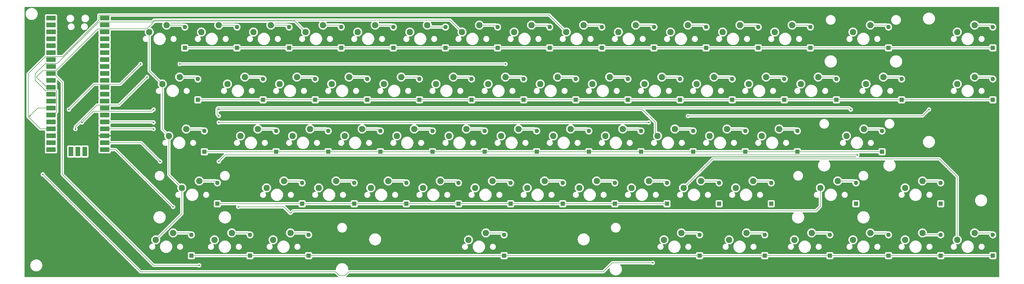
<source format=gbr>
%TF.GenerationSoftware,KiCad,Pcbnew,9.0.0*%
%TF.CreationDate,2025-03-16T11:43:05-04:00*%
%TF.ProjectId,big-board,6269672d-626f-4617-9264-2e6b69636164,rev?*%
%TF.SameCoordinates,Original*%
%TF.FileFunction,Copper,L1,Top*%
%TF.FilePolarity,Positive*%
%FSLAX46Y46*%
G04 Gerber Fmt 4.6, Leading zero omitted, Abs format (unit mm)*
G04 Created by KiCad (PCBNEW 9.0.0) date 2025-03-16 11:43:05*
%MOMM*%
%LPD*%
G01*
G04 APERTURE LIST*
%TA.AperFunction,ComponentPad*%
%ADD10C,2.300000*%
%TD*%
%TA.AperFunction,ComponentPad*%
%ADD11O,1.700000X1.700000*%
%TD*%
%TA.AperFunction,SMDPad,CuDef*%
%ADD12R,3.500000X1.700000*%
%TD*%
%TA.AperFunction,ComponentPad*%
%ADD13R,1.700000X1.700000*%
%TD*%
%TA.AperFunction,SMDPad,CuDef*%
%ADD14R,1.700000X3.500000*%
%TD*%
%TA.AperFunction,ComponentPad*%
%ADD15R,1.600000X1.600000*%
%TD*%
%TA.AperFunction,ComponentPad*%
%ADD16O,1.600000X1.600000*%
%TD*%
%TA.AperFunction,ViaPad*%
%ADD17C,0.600000*%
%TD*%
%TA.AperFunction,Conductor*%
%ADD18C,0.200000*%
%TD*%
G04 APERTURE END LIST*
D10*
%TO.P,SW34,1,1*%
%TO.N,COL3*%
X141287500Y-154940000D03*
%TO.P,SW34,2,2*%
%TO.N,Net-(D34-A)*%
X147637500Y-152400000D03*
%TD*%
%TO.P,SW14,1,1*%
%TO.N,COL13*%
X327025000Y-116840000D03*
%TO.P,SW14,2,2*%
%TO.N,Net-(D14-A)*%
X333375000Y-114300000D03*
%TD*%
%TO.P,SW29,1,1*%
%TO.N,COL13*%
X331787500Y-135890000D03*
%TO.P,SW29,2,2*%
%TO.N,Net-(D29-A)*%
X338137500Y-133350000D03*
%TD*%
%TO.P,SW36,1,1*%
%TO.N,COL5*%
X179387500Y-154940000D03*
%TO.P,SW36,2,2*%
%TO.N,Net-(D36-A)*%
X185737500Y-152400000D03*
%TD*%
%TO.P,SW55,1,1*%
%TO.N,COL11*%
X315118750Y-173990000D03*
%TO.P,SW55,2,2*%
%TO.N,Net-(D55-A)*%
X321468750Y-171450000D03*
%TD*%
%TO.P,SW4,1,1*%
%TO.N,COL3*%
X127000000Y-116840000D03*
%TO.P,SW4,2,2*%
%TO.N,Net-(D4-A)*%
X133350000Y-114300000D03*
%TD*%
%TO.P,SW42,1,1*%
%TO.N,COL11*%
X293687500Y-154940000D03*
%TO.P,SW42,2,2*%
%TO.N,Net-(D42-A)*%
X300037500Y-152400000D03*
%TD*%
%TO.P,SW20,1,1*%
%TO.N,COL4*%
X155575000Y-135890000D03*
%TO.P,SW20,2,2*%
%TO.N,Net-(D20-A)*%
X161925000Y-133350000D03*
%TD*%
%TO.P,SW18,1,1*%
%TO.N,COL2*%
X117475000Y-135890000D03*
%TO.P,SW18,2,2*%
%TO.N,Net-(D18-A)*%
X123825000Y-133350000D03*
%TD*%
%TO.P,SW40,1,1*%
%TO.N,COL9*%
X255587500Y-154940000D03*
%TO.P,SW40,2,2*%
%TO.N,Net-(D40-A)*%
X261937500Y-152400000D03*
%TD*%
%TO.P,SW64,1,1*%
%TO.N,COL7*%
X327025000Y-193040000D03*
%TO.P,SW64,2,2*%
%TO.N,Net-(D64-A)*%
X333375000Y-190500000D03*
%TD*%
%TO.P,SW37,1,1*%
%TO.N,COL6*%
X198437500Y-154940000D03*
%TO.P,SW37,2,2*%
%TO.N,Net-(D37-A)*%
X204787500Y-152400000D03*
%TD*%
%TO.P,SW17,1,1*%
%TO.N,COL1*%
X98425000Y-135890000D03*
%TO.P,SW17,2,2*%
%TO.N,Net-(D17-A)*%
X104775000Y-133350000D03*
%TD*%
%TO.P,SW1,1,1*%
%TO.N,COL0*%
X69850000Y-116840000D03*
%TO.P,SW1,2,2*%
%TO.N,Net-(D2-A)*%
X76200000Y-114300000D03*
%TD*%
%TO.P,SW12,1,1*%
%TO.N,COL11*%
X279400000Y-116840000D03*
%TO.P,SW12,2,2*%
%TO.N,Net-(D12-A)*%
X285750000Y-114300000D03*
%TD*%
%TO.P,SW38,1,1*%
%TO.N,COL7*%
X217487500Y-154940000D03*
%TO.P,SW38,2,2*%
%TO.N,Net-(D38-A)*%
X223837500Y-152400000D03*
%TD*%
%TO.P,SW43,1,1*%
%TO.N,COL12*%
X324643750Y-154940000D03*
%TO.P,SW43,2,2*%
%TO.N,Net-(D43-A)*%
X330993750Y-152400000D03*
%TD*%
%TO.P,SW5,1,1*%
%TO.N,COL4*%
X146050000Y-116840000D03*
%TO.P,SW5,2,2*%
%TO.N,Net-(D5-A)*%
X152400000Y-114300000D03*
%TD*%
%TO.P,SW45,1,1*%
%TO.N,COL1*%
X112712500Y-173990000D03*
%TO.P,SW45,2,2*%
%TO.N,Net-(D45-A)*%
X119062500Y-171450000D03*
%TD*%
%TO.P,SW54,1,1*%
%TO.N,COL10*%
X284162500Y-173990000D03*
%TO.P,SW54,2,2*%
%TO.N,Net-(D54-A)*%
X290512500Y-171450000D03*
%TD*%
%TO.P,SW32,1,1*%
%TO.N,COL1*%
X103187500Y-154940000D03*
%TO.P,SW32,2,2*%
%TO.N,Net-(D32-A)*%
X109537500Y-152400000D03*
%TD*%
%TO.P,SW25,1,1*%
%TO.N,COL9*%
X250825000Y-135890000D03*
%TO.P,SW25,2,2*%
%TO.N,Net-(D25-A)*%
X257175000Y-133350000D03*
%TD*%
%TO.P,SW10,1,1*%
%TO.N,COL9*%
X241300000Y-116840000D03*
%TO.P,SW10,2,2*%
%TO.N,Net-(D10-A)*%
X247650000Y-114300000D03*
%TD*%
%TO.P,SW8,1,1*%
%TO.N,COL7*%
X203200000Y-116840000D03*
%TO.P,SW8,2,2*%
%TO.N,Net-(D8-A)*%
X209550000Y-114300000D03*
%TD*%
%TO.P,SW21,1,1*%
%TO.N,COL5*%
X174625000Y-135890000D03*
%TO.P,SW21,2,2*%
%TO.N,Net-(D21-A)*%
X180975000Y-133350000D03*
%TD*%
%TO.P,SW39,1,1*%
%TO.N,COL8*%
X236537500Y-154940000D03*
%TO.P,SW39,2,2*%
%TO.N,Net-(D39-A)*%
X242887500Y-152400000D03*
%TD*%
%TO.P,SW46,1,1*%
%TO.N,COL2*%
X131762500Y-173990000D03*
%TO.P,SW46,2,2*%
%TO.N,Net-(D46-A)*%
X138112500Y-171450000D03*
%TD*%
%TO.P,SW58,1,1*%
%TO.N,COL1*%
X93662500Y-193040000D03*
%TO.P,SW58,2,2*%
%TO.N,Net-(D58-A)*%
X100012500Y-190500000D03*
%TD*%
%TO.P,SW13,1,1*%
%TO.N,COL12*%
X298450000Y-116840000D03*
%TO.P,SW13,2,2*%
%TO.N,Net-(D13-A)*%
X304800000Y-114300000D03*
%TD*%
%TO.P,SW11,1,1*%
%TO.N,COL10*%
X260350000Y-116840000D03*
%TO.P,SW11,2,2*%
%TO.N,Net-(D11-A)*%
X266700000Y-114300000D03*
%TD*%
%TO.P,SW47,1,1*%
%TO.N,COL3*%
X150812500Y-173990000D03*
%TO.P,SW47,2,2*%
%TO.N,Net-(D47-A)*%
X157162500Y-171450000D03*
%TD*%
%TO.P,SW53,1,1*%
%TO.N,COL9*%
X265112500Y-173990000D03*
%TO.P,SW53,2,2*%
%TO.N,Net-(D53-A)*%
X271462500Y-171450000D03*
%TD*%
%TO.P,SW66,1,1*%
%TO.N,COL9*%
X365125000Y-193040000D03*
%TO.P,SW66,2,2*%
%TO.N,Net-(D66-A)*%
X371475000Y-190500000D03*
%TD*%
%TO.P,SW27,1,1*%
%TO.N,COL11*%
X288925000Y-135890000D03*
%TO.P,SW27,2,2*%
%TO.N,Net-(D27-A)*%
X295275000Y-133350000D03*
%TD*%
%TO.P,SW50,1,1*%
%TO.N,COL6*%
X207962500Y-173990000D03*
%TO.P,SW50,2,2*%
%TO.N,Net-(D50-A)*%
X214312500Y-171450000D03*
%TD*%
%TO.P,SW26,1,1*%
%TO.N,COL10*%
X269875000Y-135890000D03*
%TO.P,SW26,2,2*%
%TO.N,Net-(D26-A)*%
X276225000Y-133350000D03*
%TD*%
%TO.P,SW62,1,1*%
%TO.N,COL5*%
X281781250Y-193040000D03*
%TO.P,SW62,2,2*%
%TO.N,Net-(D62-A)*%
X288131250Y-190500000D03*
%TD*%
%TO.P,SW35,1,1*%
%TO.N,COL4*%
X160337500Y-154940000D03*
%TO.P,SW35,2,2*%
%TO.N,Net-(D35-A)*%
X166687500Y-152400000D03*
%TD*%
%TO.P,SW24,1,1*%
%TO.N,COL8*%
X231775000Y-135890000D03*
%TO.P,SW24,2,2*%
%TO.N,Net-(D24-A)*%
X238125000Y-133350000D03*
%TD*%
%TO.P,SW28,1,1*%
%TO.N,COL12*%
X307975000Y-135890000D03*
%TO.P,SW28,2,2*%
%TO.N,Net-(D28-A)*%
X314325000Y-133350000D03*
%TD*%
%TO.P,SW57,1,1*%
%TO.N,COL0*%
X72231250Y-193040000D03*
%TO.P,SW57,2,2*%
%TO.N,Net-(D57-A)*%
X78581250Y-190500000D03*
%TD*%
%TO.P,SW33,1,1*%
%TO.N,COL2*%
X122237500Y-154940000D03*
%TO.P,SW33,2,2*%
%TO.N,Net-(D33-A)*%
X128587500Y-152400000D03*
%TD*%
%TO.P,SW7,1,1*%
%TO.N,COL6*%
X184150000Y-116840000D03*
%TO.P,SW7,2,2*%
%TO.N,Net-(D7-A)*%
X190500000Y-114300000D03*
%TD*%
%TO.P,SW2,1,1*%
%TO.N,COL1*%
X88900000Y-116840000D03*
%TO.P,SW2,2,2*%
%TO.N,Net-(D1-A)*%
X95250000Y-114300000D03*
%TD*%
%TO.P,SW65,1,1*%
%TO.N,COL8*%
X346075000Y-193040000D03*
%TO.P,SW65,2,2*%
%TO.N,Net-(D65-A)*%
X352425000Y-190500000D03*
%TD*%
%TO.P,SW63,1,1*%
%TO.N,COL6*%
X305593750Y-193040000D03*
%TO.P,SW63,2,2*%
%TO.N,Net-(D63-A)*%
X311943750Y-190500000D03*
%TD*%
%TO.P,SW44,1,1*%
%TO.N,COL0*%
X81756250Y-173990000D03*
%TO.P,SW44,2,2*%
%TO.N,Net-(D44-A)*%
X88106250Y-171450000D03*
%TD*%
%TO.P,SW22,1,1*%
%TO.N,COL6*%
X193675000Y-135890000D03*
%TO.P,SW22,2,2*%
%TO.N,Net-(D22-A)*%
X200025000Y-133350000D03*
%TD*%
%TO.P,SW52,1,1*%
%TO.N,COL8*%
X246062500Y-173990000D03*
%TO.P,SW52,2,2*%
%TO.N,Net-(D52-A)*%
X252412500Y-171450000D03*
%TD*%
%TO.P,SW3,1,1*%
%TO.N,COL2*%
X107950000Y-116840000D03*
%TO.P,SW3,2,2*%
%TO.N,Net-(D3-A)*%
X114300000Y-114300000D03*
%TD*%
%TO.P,SW19,1,1*%
%TO.N,COL3*%
X136525000Y-135890000D03*
%TO.P,SW19,2,2*%
%TO.N,Net-(D19-A)*%
X142875000Y-133350000D03*
%TD*%
%TO.P,SW56,1,1*%
%TO.N,COL12*%
X346075000Y-173990000D03*
%TO.P,SW56,2,2*%
%TO.N,Net-(D56-A)*%
X352425000Y-171450000D03*
%TD*%
%TO.P,SW51,1,1*%
%TO.N,COL7*%
X227012500Y-173990000D03*
%TO.P,SW51,2,2*%
%TO.N,Net-(D51-A)*%
X233362500Y-171450000D03*
%TD*%
%TO.P,SW31,1,1*%
%TO.N,COL0*%
X76993750Y-154940000D03*
%TO.P,SW31,2,2*%
%TO.N,Net-(D31-A)*%
X83343750Y-152400000D03*
%TD*%
%TO.P,SW9,1,1*%
%TO.N,COL8*%
X222250000Y-116840000D03*
%TO.P,SW9,2,2*%
%TO.N,Net-(D9-A)*%
X228600000Y-114300000D03*
%TD*%
%TO.P,SW15,1,1*%
%TO.N,COL14*%
X365125000Y-116840000D03*
%TO.P,SW15,2,2*%
%TO.N,Net-(D15-A)*%
X371475000Y-114300000D03*
%TD*%
%TO.P,SW61,1,1*%
%TO.N,COL4*%
X257968750Y-193040000D03*
%TO.P,SW61,2,2*%
%TO.N,Net-(D61-A)*%
X264318750Y-190500000D03*
%TD*%
%TO.P,SW49,1,1*%
%TO.N,COL5*%
X188912500Y-173990000D03*
%TO.P,SW49,2,2*%
%TO.N,Net-(D49-A)*%
X195262500Y-171450000D03*
%TD*%
%TO.P,SW60,1,1*%
%TO.N,COL3*%
X186531250Y-193040000D03*
%TO.P,SW60,2,2*%
%TO.N,Net-(D60-A)*%
X192881250Y-190500000D03*
%TD*%
D11*
%TO.P,U1,1,GPIO0*%
%TO.N,ROW0*%
X34850000Y-111740000D03*
D12*
X33950000Y-111740000D03*
D11*
%TO.P,U1,2,GPIO1*%
%TO.N,ROW1*%
X34850000Y-114280000D03*
D12*
X33950000Y-114280000D03*
D13*
%TO.P,U1,3,GND*%
%TO.N,unconnected-(U1-GND-Pad3)*%
X34850000Y-116820000D03*
D12*
X33950000Y-116820000D03*
D11*
%TO.P,U1,4,GPIO2*%
%TO.N,ROW2*%
X34850000Y-119360000D03*
D12*
X33950000Y-119360000D03*
D11*
%TO.P,U1,5,GPIO3*%
%TO.N,ROW3*%
X34850000Y-121900000D03*
D12*
X33950000Y-121900000D03*
D11*
%TO.P,U1,6,GPIO4*%
%TO.N,ROW4*%
X34850000Y-124440000D03*
D12*
X33950000Y-124440000D03*
D11*
%TO.P,U1,7,GPIO5*%
%TO.N,COL0*%
X34850000Y-126980000D03*
D12*
X33950000Y-126980000D03*
D13*
%TO.P,U1,8,GND*%
%TO.N,unconnected-(U1-GND-Pad8)*%
X34850000Y-129520000D03*
D12*
X33950000Y-129520000D03*
D11*
%TO.P,U1,9,GPIO6*%
%TO.N,COL1*%
X34850000Y-132060000D03*
D12*
X33950000Y-132060000D03*
D11*
%TO.P,U1,10,GPIO7*%
%TO.N,COL2*%
X34850000Y-134600000D03*
D12*
X33950000Y-134600000D03*
D11*
%TO.P,U1,11,GPIO8*%
%TO.N,COL3*%
X34850000Y-137140000D03*
D12*
X33950000Y-137140000D03*
D11*
%TO.P,U1,12,GPIO9*%
%TO.N,COL4*%
X34850000Y-139680000D03*
D12*
X33950000Y-139680000D03*
D13*
%TO.P,U1,13,GND*%
%TO.N,unconnected-(U1-GND-Pad13)*%
X34850000Y-142220000D03*
D12*
X33950000Y-142220000D03*
D11*
%TO.P,U1,14,GPIO10*%
%TO.N,COL5*%
X34850000Y-144760000D03*
D12*
X33950000Y-144760000D03*
D11*
%TO.P,U1,15,GPIO11*%
%TO.N,COL6*%
X34850000Y-147300000D03*
D12*
X33950000Y-147300000D03*
D11*
%TO.P,U1,16,GPIO12*%
%TO.N,COL7*%
X34850000Y-149840000D03*
D12*
X33950000Y-149840000D03*
D11*
%TO.P,U1,17,GPIO13*%
%TO.N,COL8*%
X34850000Y-152380000D03*
D12*
X33950000Y-152380000D03*
D13*
%TO.P,U1,18,GND*%
%TO.N,unconnected-(U1-GND-Pad18)*%
X34850000Y-154920000D03*
D12*
X33950000Y-154920000D03*
D11*
%TO.P,U1,19,GPIO14*%
%TO.N,COL9*%
X34850000Y-157460000D03*
D12*
X33950000Y-157460000D03*
D11*
%TO.P,U1,20,GPIO15*%
%TO.N,COL10*%
X34850000Y-160000000D03*
D12*
X33950000Y-160000000D03*
D11*
%TO.P,U1,21,GPIO16*%
%TO.N,COL11*%
X52630000Y-160000000D03*
D12*
X53530000Y-160000000D03*
D11*
%TO.P,U1,22,GPIO17*%
%TO.N,COL12*%
X52630000Y-157460000D03*
D12*
X53530000Y-157460000D03*
D13*
%TO.P,U1,23,GND*%
%TO.N,GND*%
X52630000Y-154920000D03*
D12*
X53530000Y-154920000D03*
D11*
%TO.P,U1,24,GPIO18*%
%TO.N,COL13*%
X52630000Y-152380000D03*
D12*
X53530000Y-152380000D03*
D11*
%TO.P,U1,25,GPIO19*%
%TO.N,COL14*%
X52630000Y-149840000D03*
D12*
X53530000Y-149840000D03*
D11*
%TO.P,U1,26,GPIO20*%
%TO.N,unconnected-(U1-GPIO20-Pad26)*%
X52630000Y-147300000D03*
D12*
X53530000Y-147300000D03*
D11*
%TO.P,U1,27,GPIO21*%
%TO.N,unconnected-(U1-GPIO21-Pad27)*%
X52630000Y-144760000D03*
D12*
X53530000Y-144760000D03*
D13*
%TO.P,U1,28,GND*%
%TO.N,unconnected-(U1-GND-Pad28)*%
X52630000Y-142220000D03*
D12*
X53530000Y-142220000D03*
D11*
%TO.P,U1,29,GPIO22*%
%TO.N,unconnected-(U1-GPIO22-Pad29)*%
X52630000Y-139680000D03*
D12*
X53530000Y-139680000D03*
D11*
%TO.P,U1,30,RUN*%
%TO.N,unconnected-(U1-RUN-Pad30)*%
X52630000Y-137140000D03*
D12*
X53530000Y-137140000D03*
D11*
%TO.P,U1,31,GPIO26_ADC0*%
%TO.N,unconnected-(U1-GPIO26_ADC0-Pad31)*%
X52630000Y-134600000D03*
D12*
X53530000Y-134600000D03*
D11*
%TO.P,U1,32,GPIO27_ADC1*%
%TO.N,unconnected-(U1-GPIO27_ADC1-Pad32)*%
X52630000Y-132060000D03*
D12*
X53530000Y-132060000D03*
D13*
%TO.P,U1,33,AGND*%
%TO.N,unconnected-(U1-AGND-Pad33)*%
X52630000Y-129520000D03*
D12*
X53530000Y-129520000D03*
D11*
%TO.P,U1,34,GPIO28_ADC2*%
%TO.N,unconnected-(U1-GPIO28_ADC2-Pad34)*%
X52630000Y-126980000D03*
D12*
X53530000Y-126980000D03*
D11*
%TO.P,U1,35,ADC_VREF*%
%TO.N,unconnected-(U1-ADC_VREF-Pad35)*%
X52630000Y-124440000D03*
D12*
X53530000Y-124440000D03*
D11*
%TO.P,U1,36,3V3*%
%TO.N,+3V3*%
X52630000Y-121900000D03*
D12*
X53530000Y-121900000D03*
D11*
%TO.P,U1,37,3V3_EN*%
%TO.N,unconnected-(U1-3V3_EN-Pad37)*%
X52630000Y-119360000D03*
D12*
X53530000Y-119360000D03*
D13*
%TO.P,U1,38,GND*%
%TO.N,unconnected-(U1-GND-Pad38)*%
X52630000Y-116820000D03*
D12*
X53530000Y-116820000D03*
D11*
%TO.P,U1,39,VSYS*%
%TO.N,unconnected-(U1-VSYS-Pad39)*%
X52630000Y-114280000D03*
D12*
X53530000Y-114280000D03*
D11*
%TO.P,U1,40,VBUS*%
%TO.N,+5V*%
X52630000Y-111740000D03*
D12*
X53530000Y-111740000D03*
D11*
%TO.P,U1,41,SWCLK*%
%TO.N,unconnected-(U1-SWCLK-Pad41)*%
X41200000Y-159770000D03*
D14*
X41200000Y-160670000D03*
D13*
%TO.P,U1,42,GND*%
%TO.N,unconnected-(U1-GND-Pad42)*%
X43740000Y-159770000D03*
D14*
X43740000Y-160670000D03*
D11*
%TO.P,U1,43,SWDIO*%
%TO.N,unconnected-(U1-SWDIO-Pad43)*%
X46280000Y-159770000D03*
D14*
X46280000Y-160670000D03*
%TD*%
D10*
%TO.P,SW59,1,1*%
%TO.N,COL2*%
X115093750Y-193040000D03*
%TO.P,SW59,2,2*%
%TO.N,Net-(D59-A)*%
X121443750Y-190500000D03*
%TD*%
%TO.P,SW48,1,1*%
%TO.N,COL4*%
X169862500Y-173990000D03*
%TO.P,SW48,2,2*%
%TO.N,Net-(D48-A)*%
X176212500Y-171450000D03*
%TD*%
%TO.P,SW30,1,1*%
%TO.N,COL14*%
X365125000Y-135890000D03*
%TO.P,SW30,2,2*%
%TO.N,Net-(D30-A)*%
X371475000Y-133350000D03*
%TD*%
%TO.P,SW6,1,1*%
%TO.N,COL5*%
X165100000Y-116840000D03*
%TO.P,SW6,2,2*%
%TO.N,Net-(D6-A)*%
X171450000Y-114300000D03*
%TD*%
%TO.P,SW41,1,1*%
%TO.N,COL10*%
X274637500Y-154940000D03*
%TO.P,SW41,2,2*%
%TO.N,Net-(D41-A)*%
X280987500Y-152400000D03*
%TD*%
%TO.P,SW16,1,1*%
%TO.N,COL0*%
X74612500Y-135890000D03*
%TO.P,SW16,2,2*%
%TO.N,Net-(D16-A)*%
X80962500Y-133350000D03*
%TD*%
%TO.P,SW23,1,1*%
%TO.N,COL7*%
X212725000Y-135890000D03*
%TO.P,SW23,2,2*%
%TO.N,Net-(D23-A)*%
X219075000Y-133350000D03*
%TD*%
D15*
%TO.P,D47,1,K*%
%TO.N,ROW3*%
X163812500Y-179800000D03*
D16*
%TO.P,D47,2,A*%
%TO.N,Net-(D47-A)*%
X163812500Y-172180000D03*
%TD*%
D15*
%TO.P,D27,1,K*%
%TO.N,ROW1*%
X301925000Y-141700000D03*
D16*
%TO.P,D27,2,A*%
%TO.N,Net-(D27-A)*%
X301925000Y-134080000D03*
%TD*%
D15*
%TO.P,D37,1,K*%
%TO.N,ROW2*%
X211437500Y-160750000D03*
D16*
%TO.P,D37,2,A*%
%TO.N,Net-(D37-A)*%
X211437500Y-153130000D03*
%TD*%
D15*
%TO.P,D2,1,K*%
%TO.N,ROW0*%
X82850000Y-122650000D03*
D16*
%TO.P,D2,2,A*%
%TO.N,Net-(D2-A)*%
X82850000Y-115030000D03*
%TD*%
D15*
%TO.P,D54,1,K*%
%TO.N,ROW3*%
X297162500Y-179800000D03*
D16*
%TO.P,D54,2,A*%
%TO.N,Net-(D54-A)*%
X297162500Y-172180000D03*
%TD*%
D15*
%TO.P,D1,1,K*%
%TO.N,ROW0*%
X101900000Y-122650000D03*
D16*
%TO.P,D1,2,A*%
%TO.N,Net-(D1-A)*%
X101900000Y-115030000D03*
%TD*%
D15*
%TO.P,D13,1,K*%
%TO.N,ROW0*%
X311450000Y-122650000D03*
D16*
%TO.P,D13,2,A*%
%TO.N,Net-(D13-A)*%
X311450000Y-115030000D03*
%TD*%
D15*
%TO.P,D12,1,K*%
%TO.N,ROW0*%
X292400000Y-122650000D03*
D16*
%TO.P,D12,2,A*%
%TO.N,Net-(D12-A)*%
X292400000Y-115030000D03*
%TD*%
D15*
%TO.P,D6,1,K*%
%TO.N,ROW0*%
X178100000Y-122650000D03*
D16*
%TO.P,D6,2,A*%
%TO.N,Net-(D6-A)*%
X178100000Y-115030000D03*
%TD*%
D15*
%TO.P,D55,1,K*%
%TO.N,ROW3*%
X328118750Y-179800000D03*
D16*
%TO.P,D55,2,A*%
%TO.N,Net-(D55-A)*%
X328118750Y-172180000D03*
%TD*%
D15*
%TO.P,D56,1,K*%
%TO.N,ROW3*%
X359075000Y-179800000D03*
D16*
%TO.P,D56,2,A*%
%TO.N,Net-(D56-A)*%
X359075000Y-172180000D03*
%TD*%
D15*
%TO.P,D16,1,K*%
%TO.N,ROW1*%
X87612500Y-141700000D03*
D16*
%TO.P,D16,2,A*%
%TO.N,Net-(D16-A)*%
X87612500Y-134080000D03*
%TD*%
D15*
%TO.P,D5,1,K*%
%TO.N,ROW0*%
X159050000Y-122650000D03*
D16*
%TO.P,D5,2,A*%
%TO.N,Net-(D5-A)*%
X159050000Y-115030000D03*
%TD*%
D15*
%TO.P,D19,1,K*%
%TO.N,ROW1*%
X149525000Y-141700000D03*
D16*
%TO.P,D19,2,A*%
%TO.N,Net-(D19-A)*%
X149525000Y-134080000D03*
%TD*%
D15*
%TO.P,D38,1,K*%
%TO.N,ROW2*%
X230487500Y-160750000D03*
D16*
%TO.P,D38,2,A*%
%TO.N,Net-(D38-A)*%
X230487500Y-153130000D03*
%TD*%
D15*
%TO.P,D49,1,K*%
%TO.N,ROW3*%
X201912500Y-179800000D03*
D16*
%TO.P,D49,2,A*%
%TO.N,Net-(D49-A)*%
X201912500Y-172180000D03*
%TD*%
D15*
%TO.P,D31,1,K*%
%TO.N,ROW2*%
X89993750Y-160750000D03*
D16*
%TO.P,D31,2,A*%
%TO.N,Net-(D31-A)*%
X89993750Y-153130000D03*
%TD*%
D15*
%TO.P,D9,1,K*%
%TO.N,ROW0*%
X235250000Y-122650000D03*
D16*
%TO.P,D9,2,A*%
%TO.N,Net-(D9-A)*%
X235250000Y-115030000D03*
%TD*%
D15*
%TO.P,D50,1,K*%
%TO.N,ROW3*%
X220962500Y-179800000D03*
D16*
%TO.P,D50,2,A*%
%TO.N,Net-(D50-A)*%
X220962500Y-172180000D03*
%TD*%
D15*
%TO.P,D24,1,K*%
%TO.N,ROW1*%
X244775000Y-141700000D03*
D16*
%TO.P,D24,2,A*%
%TO.N,Net-(D24-A)*%
X244775000Y-134080000D03*
%TD*%
D15*
%TO.P,D25,1,K*%
%TO.N,ROW1*%
X263825000Y-141700000D03*
D16*
%TO.P,D25,2,A*%
%TO.N,Net-(D25-A)*%
X263825000Y-134080000D03*
%TD*%
D15*
%TO.P,D21,1,K*%
%TO.N,ROW1*%
X187625000Y-141700000D03*
D16*
%TO.P,D21,2,A*%
%TO.N,Net-(D21-A)*%
X187625000Y-134080000D03*
%TD*%
D15*
%TO.P,D61,1,K*%
%TO.N,ROW4*%
X270968750Y-198850000D03*
D16*
%TO.P,D61,2,A*%
%TO.N,Net-(D61-A)*%
X270968750Y-191230000D03*
%TD*%
D15*
%TO.P,D51,1,K*%
%TO.N,ROW3*%
X240012500Y-179800000D03*
D16*
%TO.P,D51,2,A*%
%TO.N,Net-(D51-A)*%
X240012500Y-172180000D03*
%TD*%
D15*
%TO.P,D52,1,K*%
%TO.N,ROW3*%
X259062500Y-179800000D03*
D16*
%TO.P,D52,2,A*%
%TO.N,Net-(D52-A)*%
X259062500Y-172180000D03*
%TD*%
D15*
%TO.P,D3,1,K*%
%TO.N,ROW0*%
X120950000Y-122650000D03*
D16*
%TO.P,D3,2,A*%
%TO.N,Net-(D3-A)*%
X120950000Y-115030000D03*
%TD*%
D15*
%TO.P,D39,1,K*%
%TO.N,ROW2*%
X249537500Y-160750000D03*
D16*
%TO.P,D39,2,A*%
%TO.N,Net-(D39-A)*%
X249537500Y-153130000D03*
%TD*%
D15*
%TO.P,D63,1,K*%
%TO.N,ROW4*%
X318593750Y-198850000D03*
D16*
%TO.P,D63,2,A*%
%TO.N,Net-(D63-A)*%
X318593750Y-191230000D03*
%TD*%
D15*
%TO.P,D59,1,K*%
%TO.N,ROW4*%
X128093750Y-198850000D03*
D16*
%TO.P,D59,2,A*%
%TO.N,Net-(D59-A)*%
X128093750Y-191230000D03*
%TD*%
D15*
%TO.P,D17,1,K*%
%TO.N,ROW1*%
X111425000Y-141700000D03*
D16*
%TO.P,D17,2,A*%
%TO.N,Net-(D17-A)*%
X111425000Y-134080000D03*
%TD*%
D15*
%TO.P,D33,1,K*%
%TO.N,ROW2*%
X135237500Y-160750000D03*
D16*
%TO.P,D33,2,A*%
%TO.N,Net-(D33-A)*%
X135237500Y-153130000D03*
%TD*%
D15*
%TO.P,D58,1,K*%
%TO.N,ROW4*%
X106662500Y-198850000D03*
D16*
%TO.P,D58,2,A*%
%TO.N,Net-(D58-A)*%
X106662500Y-191230000D03*
%TD*%
D15*
%TO.P,D7,1,K*%
%TO.N,ROW0*%
X197150000Y-122650000D03*
D16*
%TO.P,D7,2,A*%
%TO.N,Net-(D7-A)*%
X197150000Y-115030000D03*
%TD*%
D15*
%TO.P,D26,1,K*%
%TO.N,ROW1*%
X282875000Y-141700000D03*
D16*
%TO.P,D26,2,A*%
%TO.N,Net-(D26-A)*%
X282875000Y-134080000D03*
%TD*%
D15*
%TO.P,D20,1,K*%
%TO.N,ROW1*%
X168575000Y-141700000D03*
D16*
%TO.P,D20,2,A*%
%TO.N,Net-(D20-A)*%
X168575000Y-134080000D03*
%TD*%
D15*
%TO.P,D15,1,K*%
%TO.N,ROW0*%
X378125000Y-122650000D03*
D16*
%TO.P,D15,2,A*%
%TO.N,Net-(D15-A)*%
X378125000Y-115030000D03*
%TD*%
D15*
%TO.P,D4,1,K*%
%TO.N,ROW0*%
X140000000Y-122650000D03*
D16*
%TO.P,D4,2,A*%
%TO.N,Net-(D4-A)*%
X140000000Y-115030000D03*
%TD*%
D15*
%TO.P,D65,1,K*%
%TO.N,ROW4*%
X359075000Y-198850000D03*
D16*
%TO.P,D65,2,A*%
%TO.N,Net-(D65-A)*%
X359075000Y-191230000D03*
%TD*%
D15*
%TO.P,D8,1,K*%
%TO.N,ROW0*%
X216200000Y-122650000D03*
D16*
%TO.P,D8,2,A*%
%TO.N,Net-(D8-A)*%
X216200000Y-115030000D03*
%TD*%
D15*
%TO.P,D14,1,K*%
%TO.N,ROW0*%
X340025000Y-122650000D03*
D16*
%TO.P,D14,2,A*%
%TO.N,Net-(D14-A)*%
X340025000Y-115030000D03*
%TD*%
D15*
%TO.P,D62,1,K*%
%TO.N,ROW4*%
X294781250Y-198850000D03*
D16*
%TO.P,D62,2,A*%
%TO.N,Net-(D62-A)*%
X294781250Y-191230000D03*
%TD*%
D15*
%TO.P,D30,1,K*%
%TO.N,ROW1*%
X378125000Y-141700000D03*
D16*
%TO.P,D30,2,A*%
%TO.N,Net-(D30-A)*%
X378125000Y-134080000D03*
%TD*%
D15*
%TO.P,D36,1,K*%
%TO.N,ROW2*%
X192387500Y-160750000D03*
D16*
%TO.P,D36,2,A*%
%TO.N,Net-(D36-A)*%
X192387500Y-153130000D03*
%TD*%
D15*
%TO.P,D35,1,K*%
%TO.N,ROW2*%
X173337500Y-160750000D03*
D16*
%TO.P,D35,2,A*%
%TO.N,Net-(D35-A)*%
X173337500Y-153130000D03*
%TD*%
D15*
%TO.P,D34,1,K*%
%TO.N,ROW2*%
X154287500Y-160750000D03*
D16*
%TO.P,D34,2,A*%
%TO.N,Net-(D34-A)*%
X154287500Y-153130000D03*
%TD*%
D15*
%TO.P,D43,1,K*%
%TO.N,ROW2*%
X337643750Y-160750000D03*
D16*
%TO.P,D43,2,A*%
%TO.N,Net-(D43-A)*%
X337643750Y-153130000D03*
%TD*%
D15*
%TO.P,D48,1,K*%
%TO.N,ROW3*%
X182862500Y-179800000D03*
D16*
%TO.P,D48,2,A*%
%TO.N,Net-(D48-A)*%
X182862500Y-172180000D03*
%TD*%
D15*
%TO.P,D57,1,K*%
%TO.N,ROW4*%
X85231250Y-198850000D03*
D16*
%TO.P,D57,2,A*%
%TO.N,Net-(D57-A)*%
X85231250Y-191230000D03*
%TD*%
D15*
%TO.P,D66,1,K*%
%TO.N,ROW4*%
X378125000Y-198850000D03*
D16*
%TO.P,D66,2,A*%
%TO.N,Net-(D66-A)*%
X378125000Y-191230000D03*
%TD*%
D15*
%TO.P,D40,1,K*%
%TO.N,ROW2*%
X268587500Y-160750000D03*
D16*
%TO.P,D40,2,A*%
%TO.N,Net-(D40-A)*%
X268587500Y-153130000D03*
%TD*%
D15*
%TO.P,D44,1,K*%
%TO.N,ROW3*%
X94756250Y-179800000D03*
D16*
%TO.P,D44,2,A*%
%TO.N,Net-(D44-A)*%
X94756250Y-172180000D03*
%TD*%
D15*
%TO.P,D41,1,K*%
%TO.N,ROW2*%
X287637500Y-160750000D03*
D16*
%TO.P,D41,2,A*%
%TO.N,Net-(D41-A)*%
X287637500Y-153130000D03*
%TD*%
D15*
%TO.P,D32,1,K*%
%TO.N,ROW2*%
X116187500Y-160750000D03*
D16*
%TO.P,D32,2,A*%
%TO.N,Net-(D32-A)*%
X116187500Y-153130000D03*
%TD*%
D15*
%TO.P,D11,1,K*%
%TO.N,ROW0*%
X273350000Y-122650000D03*
D16*
%TO.P,D11,2,A*%
%TO.N,Net-(D11-A)*%
X273350000Y-115030000D03*
%TD*%
D15*
%TO.P,D29,1,K*%
%TO.N,ROW1*%
X344787500Y-141700000D03*
D16*
%TO.P,D29,2,A*%
%TO.N,Net-(D29-A)*%
X344787500Y-134080000D03*
%TD*%
D15*
%TO.P,D22,1,K*%
%TO.N,ROW1*%
X206675000Y-141700000D03*
D16*
%TO.P,D22,2,A*%
%TO.N,Net-(D22-A)*%
X206675000Y-134080000D03*
%TD*%
D15*
%TO.P,D23,1,K*%
%TO.N,ROW1*%
X225725000Y-141700000D03*
D16*
%TO.P,D23,2,A*%
%TO.N,Net-(D23-A)*%
X225725000Y-134080000D03*
%TD*%
D15*
%TO.P,D42,1,K*%
%TO.N,ROW2*%
X306687500Y-160750000D03*
D16*
%TO.P,D42,2,A*%
%TO.N,Net-(D42-A)*%
X306687500Y-153130000D03*
%TD*%
D15*
%TO.P,D64,1,K*%
%TO.N,ROW4*%
X340025000Y-198850000D03*
D16*
%TO.P,D64,2,A*%
%TO.N,Net-(D64-A)*%
X340025000Y-191230000D03*
%TD*%
D15*
%TO.P,D10,1,K*%
%TO.N,ROW0*%
X254300000Y-122650000D03*
D16*
%TO.P,D10,2,A*%
%TO.N,Net-(D10-A)*%
X254300000Y-115030000D03*
%TD*%
D15*
%TO.P,D18,1,K*%
%TO.N,ROW1*%
X130475000Y-141700000D03*
D16*
%TO.P,D18,2,A*%
%TO.N,Net-(D18-A)*%
X130475000Y-134080000D03*
%TD*%
D15*
%TO.P,D53,1,K*%
%TO.N,ROW3*%
X278112500Y-179800000D03*
D16*
%TO.P,D53,2,A*%
%TO.N,Net-(D53-A)*%
X278112500Y-172180000D03*
%TD*%
D15*
%TO.P,D45,1,K*%
%TO.N,ROW3*%
X125712500Y-179800000D03*
D16*
%TO.P,D45,2,A*%
%TO.N,Net-(D45-A)*%
X125712500Y-172180000D03*
%TD*%
D15*
%TO.P,D46,1,K*%
%TO.N,ROW3*%
X144762500Y-179800000D03*
D16*
%TO.P,D46,2,A*%
%TO.N,Net-(D46-A)*%
X144762500Y-172180000D03*
%TD*%
D15*
%TO.P,D60,1,K*%
%TO.N,ROW4*%
X199531250Y-198850000D03*
D16*
%TO.P,D60,2,A*%
%TO.N,Net-(D60-A)*%
X199531250Y-191230000D03*
%TD*%
D15*
%TO.P,D28,1,K*%
%TO.N,ROW1*%
X320975000Y-141700000D03*
D16*
%TO.P,D28,2,A*%
%TO.N,Net-(D28-A)*%
X320975000Y-134080000D03*
%TD*%
D17*
%TO.N,COL1*%
X88106250Y-202406250D03*
%TO.N,COL4*%
X253877600Y-201490100D03*
X30956250Y-169068750D03*
%TO.N,COL5*%
X26193750Y-147637500D03*
%TO.N,COL7*%
X80962500Y-128587500D03*
X200025000Y-128587500D03*
X66675000Y-128587500D03*
X40481250Y-145256250D03*
%TO.N,COL9*%
X45243750Y-150018750D03*
X71437500Y-145256250D03*
X95250000Y-145256250D03*
%TO.N,COL10*%
X69056250Y-133350000D03*
X42862500Y-152400000D03*
%TO.N,COL11*%
X78581250Y-180975000D03*
X102393750Y-180975000D03*
%TO.N,COL12*%
X95250000Y-164306250D03*
X73818750Y-164306250D03*
X328612500Y-161925000D03*
%TO.N,COL13*%
X95250000Y-147637500D03*
X71437500Y-152400000D03*
X326231250Y-145256250D03*
%TO.N,COL14*%
X95250000Y-150018750D03*
X71437500Y-150018750D03*
X252412500Y-150018750D03*
X354806250Y-145256250D03*
X266700000Y-147637500D03*
%TD*%
D18*
%TO.N,ROW0*%
X82850000Y-122650000D02*
X292400000Y-122650000D01*
X292400000Y-122650000D02*
X378125000Y-122650000D01*
%TO.N,Net-(D1-A)*%
X101170000Y-114300000D02*
X101900000Y-115030000D01*
X95250000Y-114300000D02*
X101170000Y-114300000D01*
X95710000Y-114760000D02*
X95250000Y-114300000D01*
%TO.N,Net-(D2-A)*%
X76660000Y-114760000D02*
X76200000Y-114300000D01*
X76200000Y-114300000D02*
X82120000Y-114300000D01*
X82120000Y-114300000D02*
X82850000Y-115030000D01*
%TO.N,Net-(D3-A)*%
X114760000Y-114760000D02*
X114300000Y-114300000D01*
X114300000Y-114300000D02*
X120220000Y-114300000D01*
X120220000Y-114300000D02*
X120950000Y-115030000D01*
%TO.N,Net-(D4-A)*%
X139270000Y-114300000D02*
X140000000Y-115030000D01*
X133350000Y-114300000D02*
X139270000Y-114300000D01*
X133810000Y-114760000D02*
X133350000Y-114300000D01*
%TO.N,Net-(D5-A)*%
X152860000Y-114760000D02*
X152400000Y-114300000D01*
X152400000Y-114300000D02*
X158320000Y-114300000D01*
X158320000Y-114300000D02*
X159050000Y-115030000D01*
%TO.N,Net-(D6-A)*%
X178100000Y-115030000D02*
X172180000Y-115030000D01*
X172180000Y-115030000D02*
X171450000Y-114300000D01*
%TO.N,Net-(D7-A)*%
X190500000Y-114300000D02*
X196420000Y-114300000D01*
X196420000Y-114300000D02*
X197150000Y-115030000D01*
X190960000Y-114760000D02*
X190500000Y-114300000D01*
%TO.N,Net-(D8-A)*%
X209550000Y-114300000D02*
X215470000Y-114300000D01*
X210010000Y-114760000D02*
X209550000Y-114300000D01*
X215470000Y-114300000D02*
X216200000Y-115030000D01*
%TO.N,Net-(D9-A)*%
X228600000Y-114300000D02*
X234520000Y-114300000D01*
X229060000Y-114760000D02*
X228600000Y-114300000D01*
X234520000Y-114300000D02*
X235250000Y-115030000D01*
%TO.N,Net-(D10-A)*%
X253570000Y-114300000D02*
X254300000Y-115030000D01*
X247650000Y-114300000D02*
X253570000Y-114300000D01*
%TO.N,Net-(D11-A)*%
X272620000Y-114300000D02*
X273350000Y-115030000D01*
X266700000Y-114300000D02*
X272620000Y-114300000D01*
%TO.N,Net-(D12-A)*%
X285750000Y-114300000D02*
X291670000Y-114300000D01*
X291670000Y-114300000D02*
X292400000Y-115030000D01*
%TO.N,Net-(D13-A)*%
X310720000Y-114300000D02*
X311450000Y-115030000D01*
X304800000Y-114300000D02*
X310720000Y-114300000D01*
%TO.N,Net-(D14-A)*%
X333375000Y-114300000D02*
X339295000Y-114300000D01*
X339295000Y-114300000D02*
X340025000Y-115030000D01*
%TO.N,Net-(D15-A)*%
X371475000Y-114300000D02*
X377395000Y-114300000D01*
X377395000Y-114300000D02*
X378125000Y-115030000D01*
%TO.N,ROW1*%
X378125000Y-141700000D02*
X87612500Y-141700000D01*
%TO.N,Net-(D16-A)*%
X86882500Y-133350000D02*
X87612500Y-134080000D01*
X80962500Y-133350000D02*
X86882500Y-133350000D01*
%TO.N,Net-(D17-A)*%
X104775000Y-133350000D02*
X110695000Y-133350000D01*
X110695000Y-133350000D02*
X111425000Y-134080000D01*
%TO.N,Net-(D18-A)*%
X129745000Y-133350000D02*
X130475000Y-134080000D01*
X123825000Y-133350000D02*
X129745000Y-133350000D01*
%TO.N,Net-(D19-A)*%
X148795000Y-133350000D02*
X149525000Y-134080000D01*
X142875000Y-133350000D02*
X148795000Y-133350000D01*
%TO.N,Net-(D20-A)*%
X167845000Y-133350000D02*
X168575000Y-134080000D01*
X161925000Y-133350000D02*
X167845000Y-133350000D01*
%TO.N,Net-(D21-A)*%
X180975000Y-133350000D02*
X186895000Y-133350000D01*
X186895000Y-133350000D02*
X187625000Y-134080000D01*
%TO.N,Net-(D22-A)*%
X205945000Y-133350000D02*
X206675000Y-134080000D01*
X200025000Y-133350000D02*
X205945000Y-133350000D01*
%TO.N,Net-(D23-A)*%
X224995000Y-133350000D02*
X225725000Y-134080000D01*
X219075000Y-133350000D02*
X224995000Y-133350000D01*
%TO.N,Net-(D24-A)*%
X238125000Y-133350000D02*
X244045000Y-133350000D01*
X244045000Y-133350000D02*
X244775000Y-134080000D01*
%TO.N,Net-(D25-A)*%
X263095000Y-133350000D02*
X263825000Y-134080000D01*
X257175000Y-133350000D02*
X263095000Y-133350000D01*
%TO.N,Net-(D26-A)*%
X276225000Y-133350000D02*
X282145000Y-133350000D01*
X282145000Y-133350000D02*
X282875000Y-134080000D01*
%TO.N,Net-(D27-A)*%
X301195000Y-133350000D02*
X301925000Y-134080000D01*
X295275000Y-133350000D02*
X301195000Y-133350000D01*
%TO.N,Net-(D28-A)*%
X314325000Y-133350000D02*
X320245000Y-133350000D01*
X320245000Y-133350000D02*
X320975000Y-134080000D01*
%TO.N,Net-(D29-A)*%
X344057500Y-133350000D02*
X344787500Y-134080000D01*
X338137500Y-133350000D02*
X344057500Y-133350000D01*
%TO.N,Net-(D30-A)*%
X371475000Y-133350000D02*
X377395000Y-133350000D01*
X377395000Y-133350000D02*
X378125000Y-134080000D01*
%TO.N,ROW2*%
X89993750Y-160750000D02*
X337643750Y-160750000D01*
%TO.N,Net-(D31-A)*%
X83343750Y-152400000D02*
X89263750Y-152400000D01*
X89263750Y-152400000D02*
X89993750Y-153130000D01*
%TO.N,Net-(D32-A)*%
X115457500Y-152400000D02*
X116187500Y-153130000D01*
X109537500Y-152400000D02*
X115457500Y-152400000D01*
%TO.N,Net-(D33-A)*%
X128587500Y-152400000D02*
X134507500Y-152400000D01*
X134507500Y-152400000D02*
X135237500Y-153130000D01*
%TO.N,Net-(D34-A)*%
X153557500Y-152400000D02*
X154287500Y-153130000D01*
X147637500Y-152400000D02*
X153557500Y-152400000D01*
%TO.N,Net-(D35-A)*%
X172607500Y-152400000D02*
X173337500Y-153130000D01*
X166687500Y-152400000D02*
X172607500Y-152400000D01*
%TO.N,Net-(D36-A)*%
X185737500Y-152400000D02*
X191657500Y-152400000D01*
X191657500Y-152400000D02*
X192387500Y-153130000D01*
%TO.N,Net-(D37-A)*%
X204787500Y-152400000D02*
X210707500Y-152400000D01*
X210707500Y-152400000D02*
X211437500Y-153130000D01*
%TO.N,Net-(D38-A)*%
X223837500Y-152400000D02*
X229757500Y-152400000D01*
X229757500Y-152400000D02*
X230487500Y-153130000D01*
%TO.N,Net-(D39-A)*%
X242887500Y-152400000D02*
X248807500Y-152400000D01*
X248807500Y-152400000D02*
X249537500Y-153130000D01*
%TO.N,Net-(D40-A)*%
X267857500Y-152400000D02*
X268587500Y-153130000D01*
X261937500Y-152400000D02*
X267857500Y-152400000D01*
%TO.N,Net-(D41-A)*%
X286907500Y-152400000D02*
X287637500Y-153130000D01*
X280987500Y-152400000D02*
X286907500Y-152400000D01*
%TO.N,Net-(D42-A)*%
X300037500Y-152400000D02*
X305957500Y-152400000D01*
X305957500Y-152400000D02*
X306687500Y-153130000D01*
%TO.N,Net-(D43-A)*%
X336913750Y-152400000D02*
X337643750Y-153130000D01*
X330993750Y-152400000D02*
X336913750Y-152400000D01*
%TO.N,Net-(D44-A)*%
X88106250Y-171450000D02*
X94026250Y-171450000D01*
X94026250Y-171450000D02*
X94756250Y-172180000D01*
%TO.N,ROW3*%
X182862500Y-179800000D02*
X201912500Y-179800000D01*
X144762500Y-179800000D02*
X125712500Y-179800000D01*
X94756250Y-179800000D02*
X94796250Y-179840000D01*
X220962500Y-179800000D02*
X240012500Y-179800000D01*
X144762500Y-179800000D02*
X163812500Y-179800000D01*
X125712500Y-179800000D02*
X94756250Y-179800000D01*
X163812500Y-179800000D02*
X182862500Y-179800000D01*
X240012500Y-179800000D02*
X259062500Y-179800000D01*
X359035000Y-179840000D02*
X359075000Y-179800000D01*
X201912500Y-179800000D02*
X220962500Y-179800000D01*
%TO.N,Net-(D45-A)*%
X119062500Y-171450000D02*
X124982500Y-171450000D01*
X124982500Y-171450000D02*
X125712500Y-172180000D01*
%TO.N,Net-(D46-A)*%
X144032500Y-171450000D02*
X144762500Y-172180000D01*
X138112500Y-171450000D02*
X144032500Y-171450000D01*
%TO.N,Net-(D47-A)*%
X157162500Y-171450000D02*
X163082500Y-171450000D01*
X163082500Y-171450000D02*
X163812500Y-172180000D01*
%TO.N,Net-(D48-A)*%
X176212500Y-171450000D02*
X182132500Y-171450000D01*
X182132500Y-171450000D02*
X182862500Y-172180000D01*
%TO.N,Net-(D49-A)*%
X201182500Y-171450000D02*
X201912500Y-172180000D01*
X195262500Y-171450000D02*
X201182500Y-171450000D01*
%TO.N,Net-(D50-A)*%
X214312500Y-171450000D02*
X220232500Y-171450000D01*
X220232500Y-171450000D02*
X220962500Y-172180000D01*
%TO.N,Net-(D51-A)*%
X233362500Y-171450000D02*
X239282500Y-171450000D01*
X239282500Y-171450000D02*
X240012500Y-172180000D01*
%TO.N,Net-(D52-A)*%
X258332500Y-171450000D02*
X259062500Y-172180000D01*
X252412500Y-171450000D02*
X258332500Y-171450000D01*
%TO.N,Net-(D53-A)*%
X271462500Y-171450000D02*
X277382500Y-171450000D01*
X277382500Y-171450000D02*
X278112500Y-172180000D01*
%TO.N,Net-(D54-A)*%
X290512500Y-171450000D02*
X296432500Y-171450000D01*
X296432500Y-171450000D02*
X297162500Y-172180000D01*
%TO.N,Net-(D55-A)*%
X321468750Y-171450000D02*
X327388750Y-171450000D01*
X327388750Y-171450000D02*
X328118750Y-172180000D01*
%TO.N,Net-(D56-A)*%
X352425000Y-171450000D02*
X358345000Y-171450000D01*
X358345000Y-171450000D02*
X359075000Y-172180000D01*
X352885000Y-171910000D02*
X352425000Y-171450000D01*
%TO.N,Net-(D57-A)*%
X84501250Y-190500000D02*
X85231250Y-191230000D01*
X79041250Y-190960000D02*
X78581250Y-190500000D01*
X78581250Y-190500000D02*
X84501250Y-190500000D01*
%TO.N,ROW4*%
X85241250Y-198840000D02*
X378115000Y-198840000D01*
X85231250Y-198850000D02*
X85241250Y-198840000D01*
X378115000Y-198840000D02*
X378125000Y-198850000D01*
%TO.N,Net-(D58-A)*%
X105932500Y-190500000D02*
X106662500Y-191230000D01*
X100012500Y-190500000D02*
X105932500Y-190500000D01*
X100472500Y-190960000D02*
X100012500Y-190500000D01*
%TO.N,Net-(D59-A)*%
X121903750Y-190960000D02*
X121443750Y-190500000D01*
X121443750Y-190500000D02*
X127363750Y-190500000D01*
X127363750Y-190500000D02*
X128093750Y-191230000D01*
%TO.N,Net-(D60-A)*%
X193341250Y-190960000D02*
X192881250Y-190500000D01*
X198801250Y-190500000D02*
X199531250Y-191230000D01*
X192881250Y-190500000D02*
X198801250Y-190500000D01*
%TO.N,Net-(D61-A)*%
X264318750Y-190500000D02*
X270238750Y-190500000D01*
X270238750Y-190500000D02*
X270968750Y-191230000D01*
X264778750Y-190960000D02*
X264318750Y-190500000D01*
%TO.N,Net-(D62-A)*%
X288131250Y-190500000D02*
X294051250Y-190500000D01*
X288591250Y-190960000D02*
X288131250Y-190500000D01*
X294051250Y-190500000D02*
X294781250Y-191230000D01*
%TO.N,Net-(D63-A)*%
X317863750Y-190500000D02*
X318593750Y-191230000D01*
X311943750Y-190500000D02*
X317863750Y-190500000D01*
X312403750Y-190960000D02*
X311943750Y-190500000D01*
%TO.N,Net-(D64-A)*%
X339295000Y-190500000D02*
X340025000Y-191230000D01*
X333375000Y-190500000D02*
X339295000Y-190500000D01*
X333835000Y-190960000D02*
X333375000Y-190500000D01*
%TO.N,Net-(D65-A)*%
X352885000Y-190960000D02*
X352425000Y-190500000D01*
X352510000Y-190500000D02*
X353240000Y-191230000D01*
X352425000Y-190500000D02*
X352510000Y-190500000D01*
X353240000Y-191230000D02*
X359075000Y-191230000D01*
%TO.N,Net-(D66-A)*%
X371935000Y-190960000D02*
X371475000Y-190500000D01*
X371475000Y-190500000D02*
X377395000Y-190500000D01*
X377395000Y-190500000D02*
X378125000Y-191230000D01*
%TO.N,COL0*%
X76993750Y-169227500D02*
X81756250Y-173990000D01*
X76993750Y-154940000D02*
X76993750Y-169227500D01*
X81756250Y-183515000D02*
X72231250Y-193040000D01*
X81756250Y-173990000D02*
X81756250Y-183515000D01*
X74612500Y-152558750D02*
X76993750Y-154940000D01*
X69850000Y-131127500D02*
X74612500Y-135890000D01*
X74612500Y-135890000D02*
X74612500Y-152558750D01*
X69850000Y-116840000D02*
X69850000Y-131127500D01*
%TO.N,COL1*%
X88106250Y-202406250D02*
X71437500Y-202406250D01*
X38100000Y-135310000D02*
X34850000Y-132060000D01*
X38100000Y-169068750D02*
X38100000Y-135310000D01*
X71437500Y-202406250D02*
X38100000Y-169068750D01*
%TO.N,COL3*%
X34850000Y-137140000D02*
X32365000Y-137140000D01*
X28575000Y-133350000D02*
X31016000Y-130909000D01*
X71788976Y-112849000D02*
X123009000Y-112849000D01*
X35778500Y-130909000D02*
X51018500Y-115669000D01*
X31016000Y-130909000D02*
X35778500Y-130909000D01*
X68968976Y-115669000D02*
X71788976Y-112849000D01*
X32365000Y-137140000D02*
X28575000Y-133350000D01*
X123009000Y-112849000D02*
X127000000Y-116840000D01*
X51018500Y-115669000D02*
X68968976Y-115669000D01*
%TO.N,COL4*%
X235743750Y-204787500D02*
X142686150Y-204787500D01*
X253877600Y-201490100D02*
X239041150Y-201490100D01*
X142686150Y-204806289D02*
X141312539Y-206179900D01*
X142686150Y-204787500D02*
X142686150Y-204806289D01*
X66675000Y-204787500D02*
X30956250Y-169068750D01*
X141312539Y-206179900D02*
X139369961Y-206179900D01*
X137996350Y-204806289D02*
X137996350Y-204787500D01*
X139369961Y-206179900D02*
X137996350Y-204806289D01*
X137996350Y-204787500D02*
X66675000Y-204787500D01*
X239041150Y-201490100D02*
X235743750Y-204787500D01*
%TO.N,COL5*%
X26193750Y-147637500D02*
X29071250Y-144760000D01*
X29071250Y-144760000D02*
X34850000Y-144760000D01*
%TO.N,COL6*%
X71622876Y-112448000D02*
X179758000Y-112448000D01*
X36001000Y-138291000D02*
X31899000Y-138291000D01*
X28174000Y-134566000D02*
X28174000Y-132094000D01*
X31899000Y-128369000D02*
X36239000Y-128369000D01*
X36001000Y-146149000D02*
X36001000Y-138291000D01*
X179758000Y-112448000D02*
X184150000Y-116840000D01*
X70941876Y-113129000D02*
X71622876Y-112448000D01*
X31899000Y-138291000D02*
X28174000Y-134566000D01*
X36239000Y-128369000D02*
X51479000Y-113129000D01*
X34850000Y-147300000D02*
X36001000Y-146149000D01*
X28174000Y-132094000D02*
X31899000Y-128369000D01*
X51479000Y-113129000D02*
X70941876Y-113129000D01*
%TO.N,COL7*%
X49748500Y-135989000D02*
X59273500Y-135989000D01*
X59273500Y-135989000D02*
X66675000Y-128587500D01*
X80962500Y-128587500D02*
X200025000Y-128587500D01*
X40481250Y-145256250D02*
X49748500Y-135989000D01*
%TO.N,COL8*%
X31899000Y-125829000D02*
X38211900Y-125829000D01*
X51479000Y-110589000D02*
X215999000Y-110589000D01*
X25592750Y-132135250D02*
X31899000Y-125829000D01*
X34850000Y-152380000D02*
X30086307Y-152380000D01*
X25592750Y-147886443D02*
X25592750Y-132135250D01*
X30086307Y-152380000D02*
X25592750Y-147886443D01*
X51479000Y-112561900D02*
X51479000Y-110589000D01*
X215999000Y-110589000D02*
X222250000Y-116840000D01*
X38211900Y-125829000D02*
X51479000Y-112561900D01*
%TO.N,COL9*%
X265112500Y-173990000D02*
X275712400Y-163390100D01*
X275712400Y-163390100D02*
X358652600Y-163390100D01*
X365125000Y-169862500D02*
X365125000Y-193040000D01*
X254793750Y-150018750D02*
X254793750Y-154146250D01*
X254793750Y-154146250D02*
X255587500Y-154940000D01*
X358652600Y-163390100D02*
X365125000Y-169862500D01*
X250031250Y-145256250D02*
X254793750Y-150018750D01*
X49351500Y-145911000D02*
X70782750Y-145911000D01*
X95250000Y-145256250D02*
X250031250Y-145256250D01*
X45243750Y-150018750D02*
X49351500Y-145911000D01*
X70782750Y-145911000D02*
X71437500Y-145256250D01*
%TO.N,COL10*%
X58797250Y-143609000D02*
X69056250Y-133350000D01*
X42862500Y-151550057D02*
X50803557Y-143609000D01*
X50803557Y-143609000D02*
X58797250Y-143609000D01*
X42862500Y-152400000D02*
X42862500Y-151550057D01*
%TO.N,COL11*%
X121443750Y-183356250D02*
X119062500Y-180975000D01*
X122359900Y-182440100D02*
X121443750Y-183356250D01*
X57606250Y-160000000D02*
X78581250Y-180975000D01*
X119062500Y-180975000D02*
X102393750Y-180975000D01*
X313408850Y-182440100D02*
X122359900Y-182440100D01*
X315118750Y-173990000D02*
X315118750Y-180730200D01*
X52630000Y-160000000D02*
X57606250Y-160000000D01*
X315118750Y-180730200D02*
X313408850Y-182440100D01*
%TO.N,COL12*%
X66972500Y-157460000D02*
X73818750Y-164306250D01*
X95250000Y-164306250D02*
X97631250Y-161925000D01*
X52630000Y-157460000D02*
X66972500Y-157460000D01*
X97631250Y-161925000D02*
X328612500Y-161925000D01*
%TO.N,COL13*%
X95250000Y-147637500D02*
X94649000Y-147036500D01*
X52630000Y-152380000D02*
X71417500Y-152380000D01*
X325630250Y-144655250D02*
X326231250Y-145256250D01*
X94649000Y-147036500D02*
X94649000Y-145007307D01*
X94649000Y-145007307D02*
X95001057Y-144655250D01*
X95001057Y-144655250D02*
X325630250Y-144655250D01*
X71417500Y-152380000D02*
X71437500Y-152400000D01*
%TO.N,COL14*%
X52630000Y-149840000D02*
X71258750Y-149840000D01*
X352425000Y-147637500D02*
X354806250Y-145256250D01*
X71258750Y-149840000D02*
X71437500Y-150018750D01*
X266700000Y-147637500D02*
X352425000Y-147637500D01*
X95250000Y-150018750D02*
X252412500Y-150018750D01*
%TD*%
%TA.AperFunction,Conductor*%
%TO.N,GND*%
G36*
X380442539Y-107676435D02*
G01*
X380488294Y-107729239D01*
X380499500Y-107780750D01*
X380499500Y-206544250D01*
X380479815Y-206611289D01*
X380427011Y-206657044D01*
X380375500Y-206668250D01*
X141972785Y-206668250D01*
X141905746Y-206648565D01*
X141859991Y-206595761D01*
X141850047Y-206526603D01*
X141879072Y-206463047D01*
X141885104Y-206456569D01*
X142376824Y-205964850D01*
X142917355Y-205424319D01*
X142978678Y-205390834D01*
X143005036Y-205388000D01*
X235657081Y-205388000D01*
X235657097Y-205388001D01*
X235664693Y-205388001D01*
X235822804Y-205388001D01*
X235822807Y-205388001D01*
X235975535Y-205347077D01*
X236025878Y-205318011D01*
X236112466Y-205268020D01*
X236224270Y-205156216D01*
X236224270Y-205156214D01*
X236234474Y-205146011D01*
X236234478Y-205146006D01*
X237899842Y-203480641D01*
X237961163Y-203447158D01*
X238030855Y-203452142D01*
X238086788Y-203494014D01*
X238111205Y-203559478D01*
X238110460Y-203584509D01*
X238096851Y-203687883D01*
X238096850Y-203687900D01*
X238096850Y-203982099D01*
X238096851Y-203982116D01*
X238135251Y-204273796D01*
X238211402Y-204557994D01*
X238323984Y-204829794D01*
X238323992Y-204829810D01*
X238471090Y-205084589D01*
X238471101Y-205084605D01*
X238650198Y-205318009D01*
X238650204Y-205318016D01*
X238858233Y-205526045D01*
X238858239Y-205526050D01*
X239091653Y-205705155D01*
X239091660Y-205705159D01*
X239346439Y-205852257D01*
X239346455Y-205852265D01*
X239618255Y-205964847D01*
X239618257Y-205964847D01*
X239618263Y-205964850D01*
X239902450Y-206040998D01*
X240194144Y-206079400D01*
X240194151Y-206079400D01*
X240488349Y-206079400D01*
X240488356Y-206079400D01*
X240780050Y-206040998D01*
X241064237Y-205964850D01*
X241137568Y-205934475D01*
X241336044Y-205852265D01*
X241336047Y-205852263D01*
X241336053Y-205852261D01*
X241590847Y-205705155D01*
X241824261Y-205526050D01*
X242032300Y-205318011D01*
X242211405Y-205084597D01*
X242358511Y-204829803D01*
X242471100Y-204557987D01*
X242547248Y-204273800D01*
X242585650Y-203982106D01*
X242585650Y-203687894D01*
X242547248Y-203396200D01*
X242471100Y-203112013D01*
X242438367Y-203032987D01*
X242358515Y-202840205D01*
X242358507Y-202840189D01*
X242211409Y-202585410D01*
X242211405Y-202585403D01*
X242032300Y-202351989D01*
X242032295Y-202351983D01*
X241982593Y-202302281D01*
X241949108Y-202240958D01*
X241954092Y-202171266D01*
X241995964Y-202115333D01*
X242061428Y-202090916D01*
X242070274Y-202090600D01*
X253297834Y-202090600D01*
X253364873Y-202110285D01*
X253366725Y-202111498D01*
X253498414Y-202199490D01*
X253498427Y-202199497D01*
X253644098Y-202259835D01*
X253644103Y-202259837D01*
X253798753Y-202290599D01*
X253798756Y-202290600D01*
X253798758Y-202290600D01*
X253956444Y-202290600D01*
X253956445Y-202290599D01*
X254111097Y-202259837D01*
X254256779Y-202199494D01*
X254387889Y-202111889D01*
X254499389Y-202000389D01*
X254586994Y-201869279D01*
X254647337Y-201723597D01*
X254678100Y-201568942D01*
X254678100Y-201411258D01*
X254678100Y-201411255D01*
X254678099Y-201411253D01*
X254672580Y-201383508D01*
X254647337Y-201256603D01*
X254628219Y-201210448D01*
X254586997Y-201110927D01*
X254586990Y-201110914D01*
X254499389Y-200979811D01*
X254499386Y-200979807D01*
X254387892Y-200868313D01*
X254387888Y-200868310D01*
X254256785Y-200780709D01*
X254256772Y-200780702D01*
X254111101Y-200720364D01*
X254111089Y-200720361D01*
X253956445Y-200689600D01*
X253956442Y-200689600D01*
X253798758Y-200689600D01*
X253798755Y-200689600D01*
X253644110Y-200720361D01*
X253644098Y-200720364D01*
X253498427Y-200780702D01*
X253498414Y-200780709D01*
X253366725Y-200868702D01*
X253300047Y-200889580D01*
X253297834Y-200889600D01*
X239127820Y-200889600D01*
X239127804Y-200889599D01*
X239120208Y-200889599D01*
X238962093Y-200889599D01*
X238809365Y-200930523D01*
X238724003Y-200979807D01*
X238672431Y-201009582D01*
X235531334Y-204150681D01*
X235470011Y-204184166D01*
X235443653Y-204187000D01*
X142700070Y-204187000D01*
X142633031Y-204167315D01*
X142587276Y-204114511D01*
X142577131Y-204046815D01*
X142579724Y-204027110D01*
X142585650Y-203982106D01*
X142585650Y-203687894D01*
X142547248Y-203396200D01*
X142471100Y-203112013D01*
X142438367Y-203032987D01*
X142358515Y-202840205D01*
X142358507Y-202840189D01*
X142211409Y-202585410D01*
X142211405Y-202585403D01*
X142032300Y-202351989D01*
X142032295Y-202351983D01*
X141824266Y-202143954D01*
X141824259Y-202143948D01*
X141590855Y-201964851D01*
X141590853Y-201964849D01*
X141590847Y-201964845D01*
X141590842Y-201964842D01*
X141590839Y-201964840D01*
X141336060Y-201817742D01*
X141336044Y-201817734D01*
X141064244Y-201705152D01*
X141035272Y-201697389D01*
X140780050Y-201629002D01*
X140780049Y-201629001D01*
X140780046Y-201629001D01*
X140488366Y-201590601D01*
X140488361Y-201590600D01*
X140488356Y-201590600D01*
X140194144Y-201590600D01*
X140194138Y-201590600D01*
X140194133Y-201590601D01*
X139902453Y-201629001D01*
X139618255Y-201705152D01*
X139346455Y-201817734D01*
X139346439Y-201817742D01*
X139091660Y-201964840D01*
X139091644Y-201964851D01*
X138858240Y-202143948D01*
X138858233Y-202143954D01*
X138650204Y-202351983D01*
X138650198Y-202351990D01*
X138471101Y-202585394D01*
X138471090Y-202585410D01*
X138323992Y-202840189D01*
X138323984Y-202840205D01*
X138211402Y-203112005D01*
X138135251Y-203396203D01*
X138096851Y-203687883D01*
X138096850Y-203687900D01*
X138096850Y-203982099D01*
X138096851Y-203982115D01*
X138105369Y-204046815D01*
X138094604Y-204115850D01*
X138048224Y-204168106D01*
X137982430Y-204187000D01*
X66975098Y-204187000D01*
X66908059Y-204167315D01*
X66887417Y-204150681D01*
X31790823Y-169054087D01*
X31757338Y-168992764D01*
X31756887Y-168990597D01*
X31755193Y-168982080D01*
X31725987Y-168835253D01*
X31694185Y-168758475D01*
X31665647Y-168689577D01*
X31665640Y-168689564D01*
X31578039Y-168558461D01*
X31578036Y-168558457D01*
X31466542Y-168446963D01*
X31466538Y-168446960D01*
X31335435Y-168359359D01*
X31335422Y-168359352D01*
X31189751Y-168299014D01*
X31189739Y-168299011D01*
X31035095Y-168268250D01*
X31035092Y-168268250D01*
X30877408Y-168268250D01*
X30877405Y-168268250D01*
X30722760Y-168299011D01*
X30722748Y-168299014D01*
X30577077Y-168359352D01*
X30577064Y-168359359D01*
X30445961Y-168446960D01*
X30445957Y-168446963D01*
X30334463Y-168558457D01*
X30334460Y-168558461D01*
X30246859Y-168689564D01*
X30246852Y-168689577D01*
X30186514Y-168835248D01*
X30186511Y-168835260D01*
X30155750Y-168989903D01*
X30155750Y-169147596D01*
X30186511Y-169302239D01*
X30186514Y-169302251D01*
X30246852Y-169447922D01*
X30246859Y-169447935D01*
X30334460Y-169579038D01*
X30334463Y-169579042D01*
X30445957Y-169690536D01*
X30445961Y-169690539D01*
X30577064Y-169778140D01*
X30577077Y-169778147D01*
X30722748Y-169838485D01*
X30722753Y-169838487D01*
X30787397Y-169851345D01*
X30878099Y-169869388D01*
X30940010Y-169901773D01*
X30941588Y-169903323D01*
X66306284Y-205268020D01*
X66306286Y-205268021D01*
X66306290Y-205268024D01*
X66392880Y-205318016D01*
X66443216Y-205347077D01*
X66595943Y-205388001D01*
X66595945Y-205388001D01*
X66761654Y-205388001D01*
X66761670Y-205388000D01*
X137677464Y-205388000D01*
X137744503Y-205407685D01*
X137765145Y-205424319D01*
X138797395Y-206456569D01*
X138830880Y-206517892D01*
X138825896Y-206587584D01*
X138784024Y-206643517D01*
X138718560Y-206667934D01*
X138709714Y-206668250D01*
X24437000Y-206668250D01*
X24369961Y-206648565D01*
X24324206Y-206595761D01*
X24313000Y-206544250D01*
X24313000Y-202262028D01*
X26374500Y-202262028D01*
X26374500Y-202550471D01*
X26374501Y-202550488D01*
X26412148Y-202836446D01*
X26412151Y-202836467D01*
X26485981Y-203112005D01*
X26486809Y-203115094D01*
X26486814Y-203115110D01*
X26597191Y-203381586D01*
X26597199Y-203381602D01*
X26741420Y-203631398D01*
X26741431Y-203631414D01*
X26917024Y-203860252D01*
X26917030Y-203860259D01*
X27120990Y-204064219D01*
X27120996Y-204064224D01*
X27349844Y-204239825D01*
X27349851Y-204239829D01*
X27599647Y-204384050D01*
X27599663Y-204384058D01*
X27866139Y-204494435D01*
X27866145Y-204494436D01*
X27866155Y-204494441D01*
X28144783Y-204569099D01*
X28430772Y-204606750D01*
X28430779Y-204606750D01*
X28719221Y-204606750D01*
X28719228Y-204606750D01*
X29005217Y-204569099D01*
X29283845Y-204494441D01*
X29283857Y-204494435D01*
X29283860Y-204494435D01*
X29550336Y-204384058D01*
X29550339Y-204384056D01*
X29550345Y-204384054D01*
X29800156Y-204239825D01*
X30029004Y-204064224D01*
X30232974Y-203860254D01*
X30408575Y-203631406D01*
X30552804Y-203381595D01*
X30662963Y-203115647D01*
X30663185Y-203115110D01*
X30663185Y-203115107D01*
X30663191Y-203115095D01*
X30737849Y-202836467D01*
X30744568Y-202785435D01*
X30763747Y-202639751D01*
X30775500Y-202550478D01*
X30775500Y-202262022D01*
X30737849Y-201976033D01*
X30663191Y-201697405D01*
X30663186Y-201697395D01*
X30663185Y-201697389D01*
X30552808Y-201430913D01*
X30552800Y-201430897D01*
X30408579Y-201181101D01*
X30408575Y-201181094D01*
X30354724Y-201110914D01*
X30232975Y-200952247D01*
X30232969Y-200952240D01*
X30029009Y-200748280D01*
X30029002Y-200748274D01*
X29800164Y-200572681D01*
X29800162Y-200572679D01*
X29800156Y-200572675D01*
X29800151Y-200572672D01*
X29800148Y-200572670D01*
X29550352Y-200428449D01*
X29550336Y-200428441D01*
X29283860Y-200318064D01*
X29283848Y-200318060D01*
X29283845Y-200318059D01*
X29005217Y-200243401D01*
X29005211Y-200243400D01*
X29005206Y-200243399D01*
X28719238Y-200205751D01*
X28719233Y-200205750D01*
X28719228Y-200205750D01*
X28430772Y-200205750D01*
X28430766Y-200205750D01*
X28430761Y-200205751D01*
X28144793Y-200243399D01*
X28144786Y-200243400D01*
X28144783Y-200243401D01*
X27866155Y-200318059D01*
X27866139Y-200318064D01*
X27599663Y-200428441D01*
X27599647Y-200428449D01*
X27349851Y-200572670D01*
X27349835Y-200572681D01*
X27120997Y-200748274D01*
X27120990Y-200748280D01*
X26917030Y-200952240D01*
X26917024Y-200952247D01*
X26741431Y-201181085D01*
X26741420Y-201181101D01*
X26597199Y-201430897D01*
X26597191Y-201430913D01*
X26486814Y-201697389D01*
X26486809Y-201697405D01*
X26440758Y-201869272D01*
X26412152Y-201976030D01*
X26412149Y-201976043D01*
X26374501Y-202262011D01*
X26374500Y-202262028D01*
X24313000Y-202262028D01*
X24313000Y-147965497D01*
X24992248Y-147965497D01*
X25033173Y-148118228D01*
X25047346Y-148142776D01*
X25047345Y-148142776D01*
X25047346Y-148142777D01*
X25112225Y-148255152D01*
X25112231Y-148255160D01*
X25231099Y-148374028D01*
X25231105Y-148374033D01*
X29601446Y-152744374D01*
X29601456Y-152744385D01*
X29605786Y-152748715D01*
X29605787Y-152748716D01*
X29717591Y-152860520D01*
X29803794Y-152910289D01*
X29854522Y-152939577D01*
X30007249Y-152980500D01*
X30007250Y-152980500D01*
X31575501Y-152980500D01*
X31642540Y-153000185D01*
X31688295Y-153052989D01*
X31699501Y-153104500D01*
X31699501Y-153277876D01*
X31705908Y-153337483D01*
X31756202Y-153472328D01*
X31756203Y-153472330D01*
X31833578Y-153575689D01*
X31857995Y-153641153D01*
X31843144Y-153709426D01*
X31833578Y-153724309D01*
X31833265Y-153724729D01*
X31756203Y-153827669D01*
X31756202Y-153827671D01*
X31705908Y-153962517D01*
X31704328Y-153977219D01*
X31699501Y-154022123D01*
X31699500Y-154022135D01*
X31699500Y-155817870D01*
X31699501Y-155817876D01*
X31705908Y-155877483D01*
X31756202Y-156012328D01*
X31756203Y-156012330D01*
X31833578Y-156115689D01*
X31857995Y-156181153D01*
X31843144Y-156249426D01*
X31833578Y-156264311D01*
X31756203Y-156367669D01*
X31756202Y-156367671D01*
X31705908Y-156502517D01*
X31699597Y-156561227D01*
X31699501Y-156562123D01*
X31699500Y-156562135D01*
X31699500Y-158357870D01*
X31699501Y-158357876D01*
X31705908Y-158417483D01*
X31756202Y-158552328D01*
X31756203Y-158552330D01*
X31833578Y-158655689D01*
X31857995Y-158721153D01*
X31843144Y-158789426D01*
X31833578Y-158804311D01*
X31756203Y-158907669D01*
X31756202Y-158907671D01*
X31705908Y-159042517D01*
X31699501Y-159102116D01*
X31699501Y-159102123D01*
X31699500Y-159102135D01*
X31699500Y-160897870D01*
X31699501Y-160897876D01*
X31705908Y-160957483D01*
X31756202Y-161092328D01*
X31756206Y-161092335D01*
X31842452Y-161207544D01*
X31842455Y-161207547D01*
X31957664Y-161293793D01*
X31957671Y-161293797D01*
X32092517Y-161344091D01*
X32092516Y-161344091D01*
X32099444Y-161344835D01*
X32152127Y-161350500D01*
X34743708Y-161350499D01*
X34743713Y-161350500D01*
X34956287Y-161350500D01*
X34956291Y-161350499D01*
X35747872Y-161350499D01*
X35807483Y-161344091D01*
X35942331Y-161293796D01*
X36057546Y-161207546D01*
X36143796Y-161092331D01*
X36194091Y-160957483D01*
X36200500Y-160897873D01*
X36200500Y-160050536D01*
X36200500Y-159893713D01*
X36200500Y-159886118D01*
X36200499Y-159886100D01*
X36200499Y-159102129D01*
X36200498Y-159102123D01*
X36200497Y-159102116D01*
X36194091Y-159042517D01*
X36176769Y-158996075D01*
X36143797Y-158907671D01*
X36143795Y-158907668D01*
X36117195Y-158872135D01*
X36066421Y-158804309D01*
X36042004Y-158738848D01*
X36056855Y-158670575D01*
X36066416Y-158655696D01*
X36143796Y-158552331D01*
X36194091Y-158417483D01*
X36200500Y-158357873D01*
X36200500Y-157539057D01*
X36200500Y-157353713D01*
X36200500Y-157346118D01*
X36200499Y-157346100D01*
X36200499Y-156562129D01*
X36200498Y-156562123D01*
X36200497Y-156562116D01*
X36194091Y-156502517D01*
X36191428Y-156495378D01*
X36143797Y-156367671D01*
X36143795Y-156367668D01*
X36066421Y-156264309D01*
X36042004Y-156198848D01*
X36056855Y-156130575D01*
X36066416Y-156115696D01*
X36143796Y-156012331D01*
X36194091Y-155877483D01*
X36200500Y-155817873D01*
X36200499Y-154022128D01*
X36194091Y-153962517D01*
X36181805Y-153929577D01*
X36143797Y-153827671D01*
X36143795Y-153827668D01*
X36131774Y-153811610D01*
X36066421Y-153724309D01*
X36042004Y-153658848D01*
X36056855Y-153590575D01*
X36066416Y-153575696D01*
X36143796Y-153472331D01*
X36194091Y-153337483D01*
X36200500Y-153277873D01*
X36200500Y-152430536D01*
X36200500Y-152273713D01*
X36200500Y-152266118D01*
X36200499Y-152266100D01*
X36200499Y-151482129D01*
X36200498Y-151482123D01*
X36200497Y-151482116D01*
X36194091Y-151422517D01*
X36157635Y-151324774D01*
X36143797Y-151287671D01*
X36143795Y-151287668D01*
X36139202Y-151281532D01*
X36066421Y-151184309D01*
X36042004Y-151118848D01*
X36056855Y-151050575D01*
X36066416Y-151035696D01*
X36143796Y-150932331D01*
X36194091Y-150797483D01*
X36200500Y-150737873D01*
X36200500Y-149919057D01*
X36200500Y-149733713D01*
X36200500Y-149726118D01*
X36200499Y-149726100D01*
X36200499Y-148942129D01*
X36200498Y-148942123D01*
X36200497Y-148942116D01*
X36194091Y-148882517D01*
X36167442Y-148811068D01*
X36143797Y-148747671D01*
X36143795Y-148747668D01*
X36123457Y-148720500D01*
X36066421Y-148644309D01*
X36042004Y-148578848D01*
X36056855Y-148510575D01*
X36066416Y-148495696D01*
X36143796Y-148392331D01*
X36194091Y-148257483D01*
X36200500Y-148197873D01*
X36200500Y-147326866D01*
X36200500Y-147193713D01*
X36200500Y-147186118D01*
X36200499Y-147186100D01*
X36200499Y-146850097D01*
X36209144Y-146820653D01*
X36215667Y-146790671D01*
X36219421Y-146785655D01*
X36220184Y-146783058D01*
X36236812Y-146762421D01*
X36359509Y-146639724D01*
X36359514Y-146639721D01*
X36369714Y-146629520D01*
X36369716Y-146629520D01*
X36481520Y-146517716D01*
X36554379Y-146391520D01*
X36554380Y-146391517D01*
X36554382Y-146391516D01*
X36560575Y-146380788D01*
X36560574Y-146380788D01*
X36560577Y-146380785D01*
X36601501Y-146228057D01*
X36601501Y-146069942D01*
X36601501Y-146062347D01*
X36601500Y-146062329D01*
X36601500Y-138211945D01*
X36601500Y-138211943D01*
X36560577Y-138059216D01*
X36560573Y-138059209D01*
X36481524Y-137922290D01*
X36481518Y-137922282D01*
X36369717Y-137810481D01*
X36369712Y-137810477D01*
X36262499Y-137748578D01*
X36214283Y-137698011D01*
X36200499Y-137641191D01*
X36200500Y-137435205D01*
X36200500Y-137148931D01*
X36200500Y-137033713D01*
X36200500Y-137026118D01*
X36200499Y-137026100D01*
X36200499Y-136242129D01*
X36200498Y-136242123D01*
X36198550Y-136224002D01*
X36194091Y-136182517D01*
X36143796Y-136047669D01*
X36066421Y-135944309D01*
X36042004Y-135878848D01*
X36056855Y-135810575D01*
X36066416Y-135795696D01*
X36143796Y-135692331D01*
X36194091Y-135557483D01*
X36200500Y-135497873D01*
X36200500Y-134608931D01*
X36200500Y-134559097D01*
X36220185Y-134492058D01*
X36272989Y-134446303D01*
X36342147Y-134436359D01*
X36405703Y-134465384D01*
X36412181Y-134471416D01*
X37463181Y-135522416D01*
X37496666Y-135583739D01*
X37499500Y-135610097D01*
X37499500Y-168982080D01*
X37499499Y-168982098D01*
X37499499Y-169147804D01*
X37499498Y-169147804D01*
X37540424Y-169300539D01*
X37540425Y-169300541D01*
X37541803Y-169302927D01*
X37541807Y-169302932D01*
X37619477Y-169437462D01*
X37619481Y-169437467D01*
X37738349Y-169556335D01*
X37738354Y-169556339D01*
X71068784Y-202886770D01*
X71068786Y-202886771D01*
X71068790Y-202886774D01*
X71205709Y-202965823D01*
X71205716Y-202965827D01*
X71358443Y-203006751D01*
X71358445Y-203006751D01*
X71524154Y-203006751D01*
X71524170Y-203006750D01*
X87526484Y-203006750D01*
X87593523Y-203026435D01*
X87595375Y-203027648D01*
X87727064Y-203115640D01*
X87727077Y-203115647D01*
X87872748Y-203175985D01*
X87872753Y-203175987D01*
X88027403Y-203206749D01*
X88027406Y-203206750D01*
X88027408Y-203206750D01*
X88185094Y-203206750D01*
X88185095Y-203206749D01*
X88339747Y-203175987D01*
X88485429Y-203115644D01*
X88616539Y-203028039D01*
X88728039Y-202916539D01*
X88815644Y-202785429D01*
X88875987Y-202639747D01*
X88906750Y-202485092D01*
X88906750Y-202327408D01*
X88906750Y-202327405D01*
X88906749Y-202327403D01*
X88893744Y-202262022D01*
X88875987Y-202172753D01*
X88864058Y-202143954D01*
X88815647Y-202027077D01*
X88815640Y-202027064D01*
X88728039Y-201895961D01*
X88728036Y-201895957D01*
X88616542Y-201784463D01*
X88616538Y-201784460D01*
X88485435Y-201696859D01*
X88485422Y-201696852D01*
X88339751Y-201636514D01*
X88339739Y-201636511D01*
X88185095Y-201605750D01*
X88185092Y-201605750D01*
X88027408Y-201605750D01*
X88027405Y-201605750D01*
X87872760Y-201636511D01*
X87872748Y-201636514D01*
X87727077Y-201696852D01*
X87727064Y-201696859D01*
X87595375Y-201784852D01*
X87528697Y-201805730D01*
X87526484Y-201805750D01*
X71737598Y-201805750D01*
X71670559Y-201786065D01*
X71649917Y-201769431D01*
X67882621Y-198002135D01*
X83930750Y-198002135D01*
X83930750Y-199697870D01*
X83930751Y-199697876D01*
X83937158Y-199757483D01*
X83987452Y-199892328D01*
X83987456Y-199892335D01*
X84073702Y-200007544D01*
X84073705Y-200007547D01*
X84188914Y-200093793D01*
X84188921Y-200093797D01*
X84323767Y-200144091D01*
X84323766Y-200144091D01*
X84330694Y-200144835D01*
X84383377Y-200150500D01*
X86079122Y-200150499D01*
X86138733Y-200144091D01*
X86273581Y-200093796D01*
X86388796Y-200007546D01*
X86475046Y-199892331D01*
X86525341Y-199757483D01*
X86531750Y-199697873D01*
X86531750Y-199564500D01*
X86551435Y-199497461D01*
X86604239Y-199451706D01*
X86655750Y-199440500D01*
X105238001Y-199440500D01*
X105305040Y-199460185D01*
X105350795Y-199512989D01*
X105362001Y-199564500D01*
X105362001Y-199697876D01*
X105368408Y-199757483D01*
X105418702Y-199892328D01*
X105418706Y-199892335D01*
X105504952Y-200007544D01*
X105504955Y-200007547D01*
X105620164Y-200093793D01*
X105620171Y-200093797D01*
X105755017Y-200144091D01*
X105755016Y-200144091D01*
X105761944Y-200144835D01*
X105814627Y-200150500D01*
X107510372Y-200150499D01*
X107569983Y-200144091D01*
X107704831Y-200093796D01*
X107820046Y-200007546D01*
X107906296Y-199892331D01*
X107956591Y-199757483D01*
X107963000Y-199697873D01*
X107963000Y-199564500D01*
X107982685Y-199497461D01*
X108035489Y-199451706D01*
X108087000Y-199440500D01*
X126669251Y-199440500D01*
X126736290Y-199460185D01*
X126782045Y-199512989D01*
X126793251Y-199564500D01*
X126793251Y-199697876D01*
X126799658Y-199757483D01*
X126849952Y-199892328D01*
X126849956Y-199892335D01*
X126936202Y-200007544D01*
X126936205Y-200007547D01*
X127051414Y-200093793D01*
X127051421Y-200093797D01*
X127186267Y-200144091D01*
X127186266Y-200144091D01*
X127193194Y-200144835D01*
X127245877Y-200150500D01*
X128941622Y-200150499D01*
X129001233Y-200144091D01*
X129136081Y-200093796D01*
X129251296Y-200007546D01*
X129337546Y-199892331D01*
X129387841Y-199757483D01*
X129394250Y-199697873D01*
X129394250Y-199564500D01*
X129413935Y-199497461D01*
X129466739Y-199451706D01*
X129518250Y-199440500D01*
X198106751Y-199440500D01*
X198173790Y-199460185D01*
X198219545Y-199512989D01*
X198230751Y-199564500D01*
X198230751Y-199697876D01*
X198237158Y-199757483D01*
X198287452Y-199892328D01*
X198287456Y-199892335D01*
X198373702Y-200007544D01*
X198373705Y-200007547D01*
X198488914Y-200093793D01*
X198488921Y-200093797D01*
X198623767Y-200144091D01*
X198623766Y-200144091D01*
X198630694Y-200144835D01*
X198683377Y-200150500D01*
X200379122Y-200150499D01*
X200438733Y-200144091D01*
X200573581Y-200093796D01*
X200688796Y-200007546D01*
X200775046Y-199892331D01*
X200825341Y-199757483D01*
X200831750Y-199697873D01*
X200831750Y-199564500D01*
X200851435Y-199497461D01*
X200904239Y-199451706D01*
X200955750Y-199440500D01*
X269544251Y-199440500D01*
X269611290Y-199460185D01*
X269657045Y-199512989D01*
X269668251Y-199564500D01*
X269668251Y-199697876D01*
X269674658Y-199757483D01*
X269724952Y-199892328D01*
X269724956Y-199892335D01*
X269811202Y-200007544D01*
X269811205Y-200007547D01*
X269926414Y-200093793D01*
X269926421Y-200093797D01*
X270061267Y-200144091D01*
X270061266Y-200144091D01*
X270068194Y-200144835D01*
X270120877Y-200150500D01*
X271816622Y-200150499D01*
X271876233Y-200144091D01*
X272011081Y-200093796D01*
X272126296Y-200007546D01*
X272212546Y-199892331D01*
X272262841Y-199757483D01*
X272269250Y-199697873D01*
X272269250Y-199564500D01*
X272288935Y-199497461D01*
X272341739Y-199451706D01*
X272393250Y-199440500D01*
X293356751Y-199440500D01*
X293423790Y-199460185D01*
X293469545Y-199512989D01*
X293480751Y-199564500D01*
X293480751Y-199697876D01*
X293487158Y-199757483D01*
X293537452Y-199892328D01*
X293537456Y-199892335D01*
X293623702Y-200007544D01*
X293623705Y-200007547D01*
X293738914Y-200093793D01*
X293738921Y-200093797D01*
X293873767Y-200144091D01*
X293873766Y-200144091D01*
X293880694Y-200144835D01*
X293933377Y-200150500D01*
X295629122Y-200150499D01*
X295688733Y-200144091D01*
X295823581Y-200093796D01*
X295938796Y-200007546D01*
X296025046Y-199892331D01*
X296075341Y-199757483D01*
X296081750Y-199697873D01*
X296081750Y-199564500D01*
X296101435Y-199497461D01*
X296154239Y-199451706D01*
X296205750Y-199440500D01*
X317169251Y-199440500D01*
X317236290Y-199460185D01*
X317282045Y-199512989D01*
X317293251Y-199564500D01*
X317293251Y-199697876D01*
X317299658Y-199757483D01*
X317349952Y-199892328D01*
X317349956Y-199892335D01*
X317436202Y-200007544D01*
X317436205Y-200007547D01*
X317551414Y-200093793D01*
X317551421Y-200093797D01*
X317686267Y-200144091D01*
X317686266Y-200144091D01*
X317693194Y-200144835D01*
X317745877Y-200150500D01*
X319441622Y-200150499D01*
X319501233Y-200144091D01*
X319636081Y-200093796D01*
X319751296Y-200007546D01*
X319837546Y-199892331D01*
X319887841Y-199757483D01*
X319894250Y-199697873D01*
X319894250Y-199564500D01*
X319913935Y-199497461D01*
X319966739Y-199451706D01*
X320018250Y-199440500D01*
X338600501Y-199440500D01*
X338667540Y-199460185D01*
X338713295Y-199512989D01*
X338724501Y-199564500D01*
X338724501Y-199697876D01*
X338730908Y-199757483D01*
X338781202Y-199892328D01*
X338781206Y-199892335D01*
X338867452Y-200007544D01*
X338867455Y-200007547D01*
X338982664Y-200093793D01*
X338982671Y-200093797D01*
X339117517Y-200144091D01*
X339117516Y-200144091D01*
X339124444Y-200144835D01*
X339177127Y-200150500D01*
X340872872Y-200150499D01*
X340932483Y-200144091D01*
X341067331Y-200093796D01*
X341182546Y-200007546D01*
X341268796Y-199892331D01*
X341319091Y-199757483D01*
X341325500Y-199697873D01*
X341325500Y-199564500D01*
X341345185Y-199497461D01*
X341397989Y-199451706D01*
X341449500Y-199440500D01*
X357650501Y-199440500D01*
X357717540Y-199460185D01*
X357763295Y-199512989D01*
X357774501Y-199564500D01*
X357774501Y-199697876D01*
X357780908Y-199757483D01*
X357831202Y-199892328D01*
X357831206Y-199892335D01*
X357917452Y-200007544D01*
X357917455Y-200007547D01*
X358032664Y-200093793D01*
X358032671Y-200093797D01*
X358167517Y-200144091D01*
X358167516Y-200144091D01*
X358174444Y-200144835D01*
X358227127Y-200150500D01*
X359922872Y-200150499D01*
X359982483Y-200144091D01*
X360117331Y-200093796D01*
X360232546Y-200007546D01*
X360318796Y-199892331D01*
X360369091Y-199757483D01*
X360375500Y-199697873D01*
X360375500Y-199564500D01*
X360395185Y-199497461D01*
X360447989Y-199451706D01*
X360499500Y-199440500D01*
X376700501Y-199440500D01*
X376767540Y-199460185D01*
X376813295Y-199512989D01*
X376824501Y-199564500D01*
X376824501Y-199697876D01*
X376830908Y-199757483D01*
X376881202Y-199892328D01*
X376881206Y-199892335D01*
X376967452Y-200007544D01*
X376967455Y-200007547D01*
X377082664Y-200093793D01*
X377082671Y-200093797D01*
X377217517Y-200144091D01*
X377217516Y-200144091D01*
X377224444Y-200144835D01*
X377277127Y-200150500D01*
X378972872Y-200150499D01*
X379032483Y-200144091D01*
X379167331Y-200093796D01*
X379282546Y-200007546D01*
X379368796Y-199892331D01*
X379419091Y-199757483D01*
X379425500Y-199697873D01*
X379425499Y-198002128D01*
X379419091Y-197942517D01*
X379375036Y-197824400D01*
X379368797Y-197807671D01*
X379368793Y-197807664D01*
X379282547Y-197692455D01*
X379282544Y-197692452D01*
X379167335Y-197606206D01*
X379167328Y-197606202D01*
X379032482Y-197555908D01*
X379032483Y-197555908D01*
X378972883Y-197549501D01*
X378972881Y-197549500D01*
X378972873Y-197549500D01*
X378972864Y-197549500D01*
X377277129Y-197549500D01*
X377277123Y-197549501D01*
X377217516Y-197555908D01*
X377082671Y-197606202D01*
X377082664Y-197606206D01*
X376967455Y-197692452D01*
X376967452Y-197692455D01*
X376881206Y-197807664D01*
X376881202Y-197807671D01*
X376830908Y-197942517D01*
X376824501Y-198002116D01*
X376824501Y-198002123D01*
X376824500Y-198002135D01*
X376824500Y-198115500D01*
X376804815Y-198182539D01*
X376752011Y-198228294D01*
X376700500Y-198239500D01*
X360499499Y-198239500D01*
X360432460Y-198219815D01*
X360386705Y-198167011D01*
X360375499Y-198115500D01*
X360375499Y-198002129D01*
X360375498Y-198002123D01*
X360375497Y-198002116D01*
X360369091Y-197942517D01*
X360325036Y-197824400D01*
X360318797Y-197807671D01*
X360318793Y-197807664D01*
X360232547Y-197692455D01*
X360232544Y-197692452D01*
X360117335Y-197606206D01*
X360117328Y-197606202D01*
X359982482Y-197555908D01*
X359982483Y-197555908D01*
X359922883Y-197549501D01*
X359922881Y-197549500D01*
X359922873Y-197549500D01*
X359922864Y-197549500D01*
X358227129Y-197549500D01*
X358227123Y-197549501D01*
X358167516Y-197555908D01*
X358032671Y-197606202D01*
X358032664Y-197606206D01*
X357917455Y-197692452D01*
X357917452Y-197692455D01*
X357831206Y-197807664D01*
X357831202Y-197807671D01*
X357780908Y-197942517D01*
X357774501Y-198002116D01*
X357774501Y-198002123D01*
X357774500Y-198002135D01*
X357774500Y-198115500D01*
X357754815Y-198182539D01*
X357702011Y-198228294D01*
X357650500Y-198239500D01*
X341449499Y-198239500D01*
X341382460Y-198219815D01*
X341336705Y-198167011D01*
X341325499Y-198115500D01*
X341325499Y-198002129D01*
X341325498Y-198002123D01*
X341325497Y-198002116D01*
X341319091Y-197942517D01*
X341275036Y-197824400D01*
X341268797Y-197807671D01*
X341268793Y-197807664D01*
X341182547Y-197692455D01*
X341182544Y-197692452D01*
X341067335Y-197606206D01*
X341067328Y-197606202D01*
X340932482Y-197555908D01*
X340932483Y-197555908D01*
X340872883Y-197549501D01*
X340872881Y-197549500D01*
X340872873Y-197549500D01*
X340872864Y-197549500D01*
X339177129Y-197549500D01*
X339177123Y-197549501D01*
X339117516Y-197555908D01*
X338982671Y-197606202D01*
X338982664Y-197606206D01*
X338867455Y-197692452D01*
X338867452Y-197692455D01*
X338781206Y-197807664D01*
X338781202Y-197807671D01*
X338730908Y-197942517D01*
X338724501Y-198002116D01*
X338724501Y-198002123D01*
X338724500Y-198002135D01*
X338724500Y-198115500D01*
X338704815Y-198182539D01*
X338652011Y-198228294D01*
X338600500Y-198239500D01*
X320018249Y-198239500D01*
X319951210Y-198219815D01*
X319905455Y-198167011D01*
X319894249Y-198115500D01*
X319894249Y-198002129D01*
X319894248Y-198002123D01*
X319894247Y-198002116D01*
X319887841Y-197942517D01*
X319843786Y-197824400D01*
X319837547Y-197807671D01*
X319837543Y-197807664D01*
X319751297Y-197692455D01*
X319751294Y-197692452D01*
X319636085Y-197606206D01*
X319636078Y-197606202D01*
X319501232Y-197555908D01*
X319501233Y-197555908D01*
X319441633Y-197549501D01*
X319441631Y-197549500D01*
X319441623Y-197549500D01*
X319441614Y-197549500D01*
X317745879Y-197549500D01*
X317745873Y-197549501D01*
X317686266Y-197555908D01*
X317551421Y-197606202D01*
X317551414Y-197606206D01*
X317436205Y-197692452D01*
X317436202Y-197692455D01*
X317349956Y-197807664D01*
X317349952Y-197807671D01*
X317299658Y-197942517D01*
X317293251Y-198002116D01*
X317293251Y-198002123D01*
X317293250Y-198002135D01*
X317293250Y-198115500D01*
X317273565Y-198182539D01*
X317220761Y-198228294D01*
X317169250Y-198239500D01*
X296205749Y-198239500D01*
X296138710Y-198219815D01*
X296092955Y-198167011D01*
X296081749Y-198115500D01*
X296081749Y-198002129D01*
X296081748Y-198002123D01*
X296081747Y-198002116D01*
X296075341Y-197942517D01*
X296031286Y-197824400D01*
X296025047Y-197807671D01*
X296025043Y-197807664D01*
X295938797Y-197692455D01*
X295938794Y-197692452D01*
X295823585Y-197606206D01*
X295823578Y-197606202D01*
X295688732Y-197555908D01*
X295688733Y-197555908D01*
X295629133Y-197549501D01*
X295629131Y-197549500D01*
X295629123Y-197549500D01*
X295629114Y-197549500D01*
X293933379Y-197549500D01*
X293933373Y-197549501D01*
X293873766Y-197555908D01*
X293738921Y-197606202D01*
X293738914Y-197606206D01*
X293623705Y-197692452D01*
X293623702Y-197692455D01*
X293537456Y-197807664D01*
X293537452Y-197807671D01*
X293487158Y-197942517D01*
X293480751Y-198002116D01*
X293480751Y-198002123D01*
X293480750Y-198002135D01*
X293480750Y-198115500D01*
X293461065Y-198182539D01*
X293408261Y-198228294D01*
X293356750Y-198239500D01*
X272393249Y-198239500D01*
X272326210Y-198219815D01*
X272280455Y-198167011D01*
X272269249Y-198115500D01*
X272269249Y-198002129D01*
X272269248Y-198002123D01*
X272269247Y-198002116D01*
X272262841Y-197942517D01*
X272218786Y-197824400D01*
X272212547Y-197807671D01*
X272212543Y-197807664D01*
X272126297Y-197692455D01*
X272126294Y-197692452D01*
X272011085Y-197606206D01*
X272011078Y-197606202D01*
X271876232Y-197555908D01*
X271876233Y-197555908D01*
X271816633Y-197549501D01*
X271816631Y-197549500D01*
X271816623Y-197549500D01*
X271816614Y-197549500D01*
X270120879Y-197549500D01*
X270120873Y-197549501D01*
X270061266Y-197555908D01*
X269926421Y-197606202D01*
X269926414Y-197606206D01*
X269811205Y-197692452D01*
X269811202Y-197692455D01*
X269724956Y-197807664D01*
X269724952Y-197807671D01*
X269674658Y-197942517D01*
X269668251Y-198002116D01*
X269668251Y-198002123D01*
X269668250Y-198002135D01*
X269668250Y-198115500D01*
X269648565Y-198182539D01*
X269595761Y-198228294D01*
X269544250Y-198239500D01*
X200955749Y-198239500D01*
X200888710Y-198219815D01*
X200842955Y-198167011D01*
X200831749Y-198115500D01*
X200831749Y-198002129D01*
X200831748Y-198002123D01*
X200831747Y-198002116D01*
X200825341Y-197942517D01*
X200781286Y-197824400D01*
X200775047Y-197807671D01*
X200775043Y-197807664D01*
X200688797Y-197692455D01*
X200688794Y-197692452D01*
X200573585Y-197606206D01*
X200573578Y-197606202D01*
X200438732Y-197555908D01*
X200438733Y-197555908D01*
X200379133Y-197549501D01*
X200379131Y-197549500D01*
X200379123Y-197549500D01*
X200379114Y-197549500D01*
X198683379Y-197549500D01*
X198683373Y-197549501D01*
X198623766Y-197555908D01*
X198488921Y-197606202D01*
X198488914Y-197606206D01*
X198373705Y-197692452D01*
X198373702Y-197692455D01*
X198287456Y-197807664D01*
X198287452Y-197807671D01*
X198237158Y-197942517D01*
X198230751Y-198002116D01*
X198230751Y-198002123D01*
X198230750Y-198002135D01*
X198230750Y-198115500D01*
X198211065Y-198182539D01*
X198158261Y-198228294D01*
X198106750Y-198239500D01*
X129518249Y-198239500D01*
X129451210Y-198219815D01*
X129405455Y-198167011D01*
X129394249Y-198115500D01*
X129394249Y-198002129D01*
X129394248Y-198002123D01*
X129394247Y-198002116D01*
X129387841Y-197942517D01*
X129343786Y-197824400D01*
X129337547Y-197807671D01*
X129337543Y-197807664D01*
X129251297Y-197692455D01*
X129251294Y-197692452D01*
X129136085Y-197606206D01*
X129136078Y-197606202D01*
X129001232Y-197555908D01*
X129001233Y-197555908D01*
X128941633Y-197549501D01*
X128941631Y-197549500D01*
X128941623Y-197549500D01*
X128941614Y-197549500D01*
X127245879Y-197549500D01*
X127245873Y-197549501D01*
X127186266Y-197555908D01*
X127051421Y-197606202D01*
X127051414Y-197606206D01*
X126936205Y-197692452D01*
X126936202Y-197692455D01*
X126849956Y-197807664D01*
X126849952Y-197807671D01*
X126799658Y-197942517D01*
X126793251Y-198002116D01*
X126793251Y-198002123D01*
X126793250Y-198002135D01*
X126793250Y-198115500D01*
X126773565Y-198182539D01*
X126720761Y-198228294D01*
X126669250Y-198239500D01*
X108086999Y-198239500D01*
X108019960Y-198219815D01*
X107974205Y-198167011D01*
X107962999Y-198115500D01*
X107962999Y-198002129D01*
X107962998Y-198002123D01*
X107962997Y-198002116D01*
X107956591Y-197942517D01*
X107912536Y-197824400D01*
X107906297Y-197807671D01*
X107906293Y-197807664D01*
X107820047Y-197692455D01*
X107820044Y-197692452D01*
X107704835Y-197606206D01*
X107704828Y-197606202D01*
X107569982Y-197555908D01*
X107569983Y-197555908D01*
X107510383Y-197549501D01*
X107510381Y-197549500D01*
X107510373Y-197549500D01*
X107510364Y-197549500D01*
X105814629Y-197549500D01*
X105814623Y-197549501D01*
X105755016Y-197555908D01*
X105620171Y-197606202D01*
X105620164Y-197606206D01*
X105504955Y-197692452D01*
X105504952Y-197692455D01*
X105418706Y-197807664D01*
X105418702Y-197807671D01*
X105368408Y-197942517D01*
X105362001Y-198002116D01*
X105362001Y-198002123D01*
X105362000Y-198002135D01*
X105362000Y-198115500D01*
X105342315Y-198182539D01*
X105289511Y-198228294D01*
X105238000Y-198239500D01*
X86655749Y-198239500D01*
X86588710Y-198219815D01*
X86542955Y-198167011D01*
X86531749Y-198115500D01*
X86531749Y-198002129D01*
X86531748Y-198002123D01*
X86531747Y-198002116D01*
X86525341Y-197942517D01*
X86481286Y-197824400D01*
X86475047Y-197807671D01*
X86475043Y-197807664D01*
X86388797Y-197692455D01*
X86388794Y-197692452D01*
X86273585Y-197606206D01*
X86273578Y-197606202D01*
X86138732Y-197555908D01*
X86138733Y-197555908D01*
X86079133Y-197549501D01*
X86079131Y-197549500D01*
X86079123Y-197549500D01*
X86079114Y-197549500D01*
X84383379Y-197549500D01*
X84383373Y-197549501D01*
X84323766Y-197555908D01*
X84188921Y-197606202D01*
X84188914Y-197606206D01*
X84073705Y-197692452D01*
X84073702Y-197692455D01*
X83987456Y-197807664D01*
X83987452Y-197807671D01*
X83937158Y-197942517D01*
X83930751Y-198002116D01*
X83930751Y-198002123D01*
X83930750Y-198002135D01*
X67882621Y-198002135D01*
X54518386Y-184637900D01*
X71383850Y-184637900D01*
X71383850Y-184932099D01*
X71383851Y-184932116D01*
X71422251Y-185223796D01*
X71498402Y-185507994D01*
X71610984Y-185779794D01*
X71610992Y-185779810D01*
X71758090Y-186034589D01*
X71758101Y-186034605D01*
X71937198Y-186268009D01*
X71937204Y-186268016D01*
X72145233Y-186476045D01*
X72145239Y-186476050D01*
X72378653Y-186655155D01*
X72378660Y-186655159D01*
X72633439Y-186802257D01*
X72633455Y-186802265D01*
X72905255Y-186914847D01*
X72905257Y-186914847D01*
X72905263Y-186914850D01*
X73189450Y-186990998D01*
X73481144Y-187029400D01*
X73481151Y-187029400D01*
X73775349Y-187029400D01*
X73775356Y-187029400D01*
X74067050Y-186990998D01*
X74351237Y-186914850D01*
X74424568Y-186884475D01*
X74623044Y-186802265D01*
X74623047Y-186802263D01*
X74623053Y-186802261D01*
X74877847Y-186655155D01*
X75111261Y-186476050D01*
X75319300Y-186268011D01*
X75498405Y-186034597D01*
X75645511Y-185779803D01*
X75758100Y-185507987D01*
X75834248Y-185223800D01*
X75872650Y-184932106D01*
X75872650Y-184637894D01*
X75834248Y-184346200D01*
X75758100Y-184062013D01*
X75734785Y-184005724D01*
X75645515Y-183790205D01*
X75645507Y-183790189D01*
X75498409Y-183535410D01*
X75498405Y-183535403D01*
X75319300Y-183301989D01*
X75319295Y-183301983D01*
X75111266Y-183093954D01*
X75111259Y-183093948D01*
X74877855Y-182914851D01*
X74877853Y-182914849D01*
X74877847Y-182914845D01*
X74877842Y-182914842D01*
X74877839Y-182914840D01*
X74623060Y-182767742D01*
X74623044Y-182767734D01*
X74351244Y-182655152D01*
X74067046Y-182579001D01*
X73775366Y-182540601D01*
X73775361Y-182540600D01*
X73775356Y-182540600D01*
X73481144Y-182540600D01*
X73481138Y-182540600D01*
X73481133Y-182540601D01*
X73189453Y-182579001D01*
X72905255Y-182655152D01*
X72633455Y-182767734D01*
X72633439Y-182767742D01*
X72378660Y-182914840D01*
X72378644Y-182914851D01*
X72145240Y-183093948D01*
X72145233Y-183093954D01*
X71937204Y-183301983D01*
X71937198Y-183301990D01*
X71758101Y-183535394D01*
X71758090Y-183535410D01*
X71610992Y-183790189D01*
X71610984Y-183790205D01*
X71498402Y-184062005D01*
X71422251Y-184346203D01*
X71383851Y-184637883D01*
X71383850Y-184637900D01*
X54518386Y-184637900D01*
X38736819Y-168856333D01*
X38703334Y-168795010D01*
X38700500Y-168768652D01*
X38700500Y-158872135D01*
X39849500Y-158872135D01*
X39849500Y-162467870D01*
X39849501Y-162467876D01*
X39855908Y-162527483D01*
X39906202Y-162662328D01*
X39906206Y-162662335D01*
X39992452Y-162777544D01*
X39992455Y-162777547D01*
X40107664Y-162863793D01*
X40107671Y-162863797D01*
X40242517Y-162914091D01*
X40242516Y-162914091D01*
X40249444Y-162914835D01*
X40302127Y-162920500D01*
X42097872Y-162920499D01*
X42157483Y-162914091D01*
X42292331Y-162863796D01*
X42395690Y-162786421D01*
X42461152Y-162762004D01*
X42529425Y-162776855D01*
X42544303Y-162786416D01*
X42641876Y-162859459D01*
X42647668Y-162863795D01*
X42647671Y-162863797D01*
X42782517Y-162914091D01*
X42782516Y-162914091D01*
X42789444Y-162914835D01*
X42842127Y-162920500D01*
X44637872Y-162920499D01*
X44697483Y-162914091D01*
X44832331Y-162863796D01*
X44935690Y-162786421D01*
X45001152Y-162762004D01*
X45069425Y-162776855D01*
X45084303Y-162786416D01*
X45181876Y-162859459D01*
X45187668Y-162863795D01*
X45187671Y-162863797D01*
X45322517Y-162914091D01*
X45322516Y-162914091D01*
X45329444Y-162914835D01*
X45382127Y-162920500D01*
X47177872Y-162920499D01*
X47237483Y-162914091D01*
X47372331Y-162863796D01*
X47487546Y-162777546D01*
X47573796Y-162662331D01*
X47624091Y-162527483D01*
X47630500Y-162467873D01*
X47630499Y-159876291D01*
X47630500Y-159876287D01*
X47630500Y-159663713D01*
X47630499Y-159663708D01*
X47630499Y-158872128D01*
X47624091Y-158812517D01*
X47621030Y-158804311D01*
X47573797Y-158677671D01*
X47573793Y-158677664D01*
X47487547Y-158562455D01*
X47487544Y-158562452D01*
X47372335Y-158476206D01*
X47372328Y-158476202D01*
X47237482Y-158425908D01*
X47237483Y-158425908D01*
X47177883Y-158419501D01*
X47177881Y-158419500D01*
X47177873Y-158419500D01*
X46386289Y-158419500D01*
X46386287Y-158419500D01*
X46173713Y-158419500D01*
X46173709Y-158419500D01*
X45382129Y-158419500D01*
X45382123Y-158419501D01*
X45322516Y-158425908D01*
X45187671Y-158476202D01*
X45187669Y-158476203D01*
X45084311Y-158553578D01*
X45018847Y-158577995D01*
X44950574Y-158563144D01*
X44935689Y-158553578D01*
X44832330Y-158476203D01*
X44832328Y-158476202D01*
X44697482Y-158425908D01*
X44697483Y-158425908D01*
X44637883Y-158419501D01*
X44637881Y-158419500D01*
X44637873Y-158419500D01*
X44637864Y-158419500D01*
X42842129Y-158419500D01*
X42842123Y-158419501D01*
X42782516Y-158425908D01*
X42647671Y-158476202D01*
X42647669Y-158476203D01*
X42544311Y-158553578D01*
X42478847Y-158577995D01*
X42410574Y-158563144D01*
X42395689Y-158553578D01*
X42292330Y-158476203D01*
X42292328Y-158476202D01*
X42157482Y-158425908D01*
X42157483Y-158425908D01*
X42097883Y-158419501D01*
X42097881Y-158419500D01*
X42097873Y-158419500D01*
X41306289Y-158419500D01*
X41306287Y-158419500D01*
X41093713Y-158419500D01*
X41093709Y-158419500D01*
X40302129Y-158419500D01*
X40302123Y-158419501D01*
X40242516Y-158425908D01*
X40107671Y-158476202D01*
X40107664Y-158476206D01*
X39992455Y-158562452D01*
X39992452Y-158562455D01*
X39906206Y-158677664D01*
X39906202Y-158677671D01*
X39855908Y-158812517D01*
X39855053Y-158820474D01*
X39849501Y-158872123D01*
X39849500Y-158872135D01*
X38700500Y-158872135D01*
X38700500Y-135230945D01*
X38700499Y-135230941D01*
X38699903Y-135228717D01*
X38683233Y-135166500D01*
X38659577Y-135078215D01*
X38603161Y-134980500D01*
X38580520Y-134941284D01*
X38468716Y-134829480D01*
X38468713Y-134829478D01*
X36236818Y-132597583D01*
X36203333Y-132536260D01*
X36200499Y-132509902D01*
X36200500Y-132087500D01*
X36200500Y-131946118D01*
X36200499Y-131946100D01*
X36200499Y-131387599D01*
X36209141Y-131358164D01*
X36215664Y-131328177D01*
X36219421Y-131323157D01*
X36220184Y-131320560D01*
X36236814Y-131299922D01*
X36236814Y-131299920D01*
X36259020Y-131277716D01*
X36259021Y-131277713D01*
X51067821Y-116468914D01*
X51129142Y-116435431D01*
X51198834Y-116440415D01*
X51254767Y-116482287D01*
X51279184Y-116547751D01*
X51279500Y-116556597D01*
X51279500Y-117717870D01*
X51279501Y-117717876D01*
X51285908Y-117777483D01*
X51336202Y-117912328D01*
X51336203Y-117912330D01*
X51413578Y-118015689D01*
X51437995Y-118081153D01*
X51423144Y-118149426D01*
X51413578Y-118164311D01*
X51336203Y-118267669D01*
X51336202Y-118267671D01*
X51285908Y-118402517D01*
X51279597Y-118461227D01*
X51279501Y-118462123D01*
X51279500Y-118462135D01*
X51279500Y-120257870D01*
X51279501Y-120257876D01*
X51285908Y-120317483D01*
X51336202Y-120452328D01*
X51336203Y-120452330D01*
X51413578Y-120555689D01*
X51437995Y-120621153D01*
X51423144Y-120689426D01*
X51413578Y-120704311D01*
X51336203Y-120807669D01*
X51336202Y-120807671D01*
X51285908Y-120942517D01*
X51279501Y-121002116D01*
X51279501Y-121002123D01*
X51279500Y-121002135D01*
X51279500Y-122797870D01*
X51279501Y-122797876D01*
X51285908Y-122857483D01*
X51336202Y-122992328D01*
X51336203Y-122992330D01*
X51413578Y-123095689D01*
X51437995Y-123161153D01*
X51423144Y-123229426D01*
X51413578Y-123244311D01*
X51336203Y-123347669D01*
X51336202Y-123347671D01*
X51285908Y-123482517D01*
X51279501Y-123542116D01*
X51279501Y-123542123D01*
X51279500Y-123542135D01*
X51279500Y-125337870D01*
X51279501Y-125337876D01*
X51285908Y-125397483D01*
X51336202Y-125532328D01*
X51336203Y-125532330D01*
X51336204Y-125532331D01*
X51400140Y-125617739D01*
X51413578Y-125635689D01*
X51437995Y-125701153D01*
X51423144Y-125769426D01*
X51413578Y-125784311D01*
X51336203Y-125887669D01*
X51336202Y-125887671D01*
X51285908Y-126022517D01*
X51279501Y-126082116D01*
X51279501Y-126082123D01*
X51279500Y-126082135D01*
X51279500Y-127877870D01*
X51279501Y-127877876D01*
X51285908Y-127937483D01*
X51336202Y-128072328D01*
X51336203Y-128072330D01*
X51413578Y-128175689D01*
X51437995Y-128241153D01*
X51423144Y-128309426D01*
X51413578Y-128324311D01*
X51336203Y-128427669D01*
X51336202Y-128427671D01*
X51285908Y-128562517D01*
X51284799Y-128572837D01*
X51279501Y-128622123D01*
X51279500Y-128622135D01*
X51279500Y-130417870D01*
X51279501Y-130417876D01*
X51285908Y-130477483D01*
X51336202Y-130612328D01*
X51336203Y-130612330D01*
X51413578Y-130715689D01*
X51437995Y-130781153D01*
X51423144Y-130849426D01*
X51413578Y-130864311D01*
X51336203Y-130967669D01*
X51336202Y-130967671D01*
X51285908Y-131102517D01*
X51279501Y-131162116D01*
X51279501Y-131162123D01*
X51279500Y-131162135D01*
X51279500Y-132957870D01*
X51279501Y-132957876D01*
X51285908Y-133017483D01*
X51336202Y-133152328D01*
X51336203Y-133152330D01*
X51413578Y-133255689D01*
X51437995Y-133321153D01*
X51423144Y-133389426D01*
X51413578Y-133404311D01*
X51336203Y-133507669D01*
X51336202Y-133507671D01*
X51285908Y-133642517D01*
X51279501Y-133702116D01*
X51279500Y-133702127D01*
X51279500Y-134493710D01*
X51279500Y-134493713D01*
X51279500Y-134706287D01*
X51279500Y-134706290D01*
X51279500Y-135046521D01*
X51279501Y-135264500D01*
X51259817Y-135331539D01*
X51207013Y-135377294D01*
X51155501Y-135388500D01*
X49835170Y-135388500D01*
X49835154Y-135388499D01*
X49827558Y-135388499D01*
X49669443Y-135388499D01*
X49593079Y-135408961D01*
X49516714Y-135429423D01*
X49516709Y-135429426D01*
X49379790Y-135508475D01*
X49379782Y-135508481D01*
X40466589Y-144421675D01*
X40405266Y-144455160D01*
X40403100Y-144455611D01*
X40247758Y-144486511D01*
X40247748Y-144486514D01*
X40102077Y-144546852D01*
X40102064Y-144546859D01*
X39970961Y-144634460D01*
X39970957Y-144634463D01*
X39859463Y-144745957D01*
X39859460Y-144745961D01*
X39771859Y-144877064D01*
X39771852Y-144877077D01*
X39711514Y-145022748D01*
X39711511Y-145022760D01*
X39680750Y-145177403D01*
X39680750Y-145335096D01*
X39711511Y-145489739D01*
X39711514Y-145489751D01*
X39771852Y-145635422D01*
X39771859Y-145635435D01*
X39859460Y-145766538D01*
X39859463Y-145766542D01*
X39970957Y-145878036D01*
X39970961Y-145878039D01*
X40102064Y-145965640D01*
X40102077Y-145965647D01*
X40247748Y-146025985D01*
X40247753Y-146025987D01*
X40381942Y-146052679D01*
X40402403Y-146056749D01*
X40402406Y-146056750D01*
X40402408Y-146056750D01*
X40560094Y-146056750D01*
X40560095Y-146056749D01*
X40714747Y-146025987D01*
X40860429Y-145965644D01*
X40991539Y-145878039D01*
X41103039Y-145766539D01*
X41190644Y-145635429D01*
X41250987Y-145489747D01*
X41281487Y-145336416D01*
X41281888Y-145334400D01*
X41314273Y-145272489D01*
X41315768Y-145270966D01*
X49960917Y-136625819D01*
X50022240Y-136592334D01*
X50048598Y-136589500D01*
X51155500Y-136589500D01*
X51222539Y-136609185D01*
X51268294Y-136661989D01*
X51279500Y-136713500D01*
X51279500Y-138037870D01*
X51279501Y-138037876D01*
X51285908Y-138097483D01*
X51336202Y-138232328D01*
X51336203Y-138232330D01*
X51413578Y-138335689D01*
X51437995Y-138401153D01*
X51423144Y-138469426D01*
X51413578Y-138484311D01*
X51336203Y-138587669D01*
X51336202Y-138587671D01*
X51285908Y-138722517D01*
X51280640Y-138771520D01*
X51279501Y-138782123D01*
X51279500Y-138782135D01*
X51279500Y-140577870D01*
X51279501Y-140577876D01*
X51285908Y-140637483D01*
X51336202Y-140772328D01*
X51336203Y-140772330D01*
X51413578Y-140875689D01*
X51437995Y-140941153D01*
X51423144Y-141009426D01*
X51413578Y-141024311D01*
X51336203Y-141127669D01*
X51336202Y-141127671D01*
X51285908Y-141262517D01*
X51279501Y-141322116D01*
X51279501Y-141322123D01*
X51279500Y-141322135D01*
X51279501Y-142884500D01*
X51259816Y-142951539D01*
X51207013Y-142997294D01*
X51155501Y-143008500D01*
X50890227Y-143008500D01*
X50890211Y-143008499D01*
X50882615Y-143008499D01*
X50724500Y-143008499D01*
X50648136Y-143028961D01*
X50571771Y-143049423D01*
X50571766Y-143049426D01*
X50434847Y-143128475D01*
X50434839Y-143128481D01*
X42381979Y-151181341D01*
X42362235Y-151215539D01*
X42353890Y-151229995D01*
X42302923Y-151318272D01*
X42261999Y-151471000D01*
X42261999Y-151471002D01*
X42261999Y-151639103D01*
X42262000Y-151639116D01*
X42262000Y-151820234D01*
X42242315Y-151887273D01*
X42241102Y-151889125D01*
X42153109Y-152020814D01*
X42153102Y-152020827D01*
X42092764Y-152166498D01*
X42092761Y-152166510D01*
X42062000Y-152321153D01*
X42062000Y-152478846D01*
X42092761Y-152633489D01*
X42092764Y-152633501D01*
X42153102Y-152779172D01*
X42153109Y-152779185D01*
X42240710Y-152910288D01*
X42240713Y-152910292D01*
X42352207Y-153021786D01*
X42352211Y-153021789D01*
X42483314Y-153109390D01*
X42483327Y-153109397D01*
X42618774Y-153165500D01*
X42629003Y-153169737D01*
X42783653Y-153200499D01*
X42783656Y-153200500D01*
X42783658Y-153200500D01*
X42941344Y-153200500D01*
X42941345Y-153200499D01*
X43095997Y-153169737D01*
X43241679Y-153109394D01*
X43372789Y-153021789D01*
X43484289Y-152910289D01*
X43571894Y-152779179D01*
X43632237Y-152633497D01*
X43663000Y-152478842D01*
X43663000Y-152321158D01*
X43663000Y-152321155D01*
X43662999Y-152321153D01*
X43632237Y-152166503D01*
X43620445Y-152138034D01*
X43571897Y-152020827D01*
X43571890Y-152020814D01*
X43495882Y-151907060D01*
X43475004Y-151840382D01*
X43493489Y-151773002D01*
X43511299Y-151750492D01*
X44594240Y-150667551D01*
X44655561Y-150634068D01*
X44725253Y-150639052D01*
X44750810Y-150652132D01*
X44864564Y-150728140D01*
X44864577Y-150728147D01*
X44943644Y-150760897D01*
X45010253Y-150788487D01*
X45164903Y-150819249D01*
X45164906Y-150819250D01*
X45164908Y-150819250D01*
X45322594Y-150819250D01*
X45322595Y-150819249D01*
X45477247Y-150788487D01*
X45622929Y-150728144D01*
X45754039Y-150640539D01*
X45865539Y-150529039D01*
X45953144Y-150397929D01*
X46013487Y-150252247D01*
X46034209Y-150148070D01*
X46044388Y-150096900D01*
X46076773Y-150034989D01*
X46078268Y-150033466D01*
X49563917Y-146547819D01*
X49625240Y-146514334D01*
X49651598Y-146511500D01*
X51155500Y-146511500D01*
X51222539Y-146531185D01*
X51268294Y-146583989D01*
X51279500Y-146635500D01*
X51279500Y-148197870D01*
X51279501Y-148197876D01*
X51285908Y-148257483D01*
X51336202Y-148392328D01*
X51336203Y-148392330D01*
X51413578Y-148495689D01*
X51437995Y-148561153D01*
X51423144Y-148629426D01*
X51413578Y-148644311D01*
X51336203Y-148747669D01*
X51336202Y-148747671D01*
X51285908Y-148882517D01*
X51279501Y-148942116D01*
X51279501Y-148942123D01*
X51279500Y-148942135D01*
X51279500Y-150737870D01*
X51279501Y-150737876D01*
X51285908Y-150797483D01*
X51336202Y-150932328D01*
X51336203Y-150932330D01*
X51413578Y-151035689D01*
X51437995Y-151101153D01*
X51423144Y-151169426D01*
X51413578Y-151184311D01*
X51336203Y-151287669D01*
X51336202Y-151287671D01*
X51285908Y-151422517D01*
X51280696Y-151471000D01*
X51279501Y-151482123D01*
X51279500Y-151482135D01*
X51279500Y-153277870D01*
X51279501Y-153277876D01*
X51285908Y-153337483D01*
X51336202Y-153472328D01*
X51336206Y-153472335D01*
X51413889Y-153576105D01*
X51438307Y-153641569D01*
X51423456Y-153709842D01*
X51413890Y-153724727D01*
X51336647Y-153827910D01*
X51336645Y-153827913D01*
X51286403Y-153962620D01*
X51286401Y-153962627D01*
X51280000Y-154022155D01*
X51280000Y-154670000D01*
X52185440Y-154670000D01*
X52154755Y-154723147D01*
X52120000Y-154852857D01*
X52120000Y-154987143D01*
X52154755Y-155116853D01*
X52185440Y-155170000D01*
X51280000Y-155170000D01*
X51280000Y-155817844D01*
X51286401Y-155877372D01*
X51286403Y-155877379D01*
X51336645Y-156012086D01*
X51336646Y-156012088D01*
X51413890Y-156115272D01*
X51438307Y-156180736D01*
X51423456Y-156249009D01*
X51413890Y-156263894D01*
X51336204Y-156367669D01*
X51336202Y-156367671D01*
X51285908Y-156502517D01*
X51279597Y-156561227D01*
X51279501Y-156562123D01*
X51279500Y-156562135D01*
X51279500Y-158357870D01*
X51279501Y-158357876D01*
X51285908Y-158417483D01*
X51336202Y-158552328D01*
X51336203Y-158552330D01*
X51413578Y-158655689D01*
X51437995Y-158721153D01*
X51423144Y-158789426D01*
X51413578Y-158804311D01*
X51336203Y-158907669D01*
X51336202Y-158907671D01*
X51285908Y-159042517D01*
X51279501Y-159102116D01*
X51279501Y-159102123D01*
X51279500Y-159102135D01*
X51279500Y-160897870D01*
X51279501Y-160897876D01*
X51285908Y-160957483D01*
X51336202Y-161092328D01*
X51336206Y-161092335D01*
X51422452Y-161207544D01*
X51422455Y-161207547D01*
X51537664Y-161293793D01*
X51537671Y-161293797D01*
X51672517Y-161344091D01*
X51672516Y-161344091D01*
X51679444Y-161344835D01*
X51732127Y-161350500D01*
X52509270Y-161350499D01*
X52509280Y-161350500D01*
X52523713Y-161350500D01*
X52760950Y-161350500D01*
X52760954Y-161350499D01*
X55327871Y-161350499D01*
X55327872Y-161350499D01*
X55387483Y-161344091D01*
X55522331Y-161293796D01*
X55637546Y-161207546D01*
X55723796Y-161092331D01*
X55774091Y-160957483D01*
X55780500Y-160897873D01*
X55780500Y-160724500D01*
X55800185Y-160657461D01*
X55852989Y-160611706D01*
X55904500Y-160600500D01*
X57306153Y-160600500D01*
X57373192Y-160620185D01*
X57393834Y-160636819D01*
X77746675Y-180989660D01*
X77780160Y-181050983D01*
X77780611Y-181053149D01*
X77811511Y-181208491D01*
X77811514Y-181208501D01*
X77871852Y-181354172D01*
X77871859Y-181354185D01*
X77959460Y-181485288D01*
X77959463Y-181485292D01*
X78070957Y-181596786D01*
X78070961Y-181596789D01*
X78202064Y-181684390D01*
X78202077Y-181684397D01*
X78347748Y-181744735D01*
X78347753Y-181744737D01*
X78502403Y-181775499D01*
X78502406Y-181775500D01*
X78502408Y-181775500D01*
X78660094Y-181775500D01*
X78660095Y-181775499D01*
X78814747Y-181744737D01*
X78960429Y-181684394D01*
X79091539Y-181596789D01*
X79203039Y-181485289D01*
X79290644Y-181354179D01*
X79350987Y-181208497D01*
X79381750Y-181053842D01*
X79381750Y-180896158D01*
X79381750Y-180896155D01*
X79381749Y-180896153D01*
X79361479Y-180794250D01*
X79350987Y-180741503D01*
X79326316Y-180681941D01*
X79290647Y-180595827D01*
X79290640Y-180595814D01*
X79203039Y-180464711D01*
X79203036Y-180464707D01*
X79091542Y-180353213D01*
X79091538Y-180353210D01*
X78960435Y-180265609D01*
X78960422Y-180265602D01*
X78814751Y-180205264D01*
X78814741Y-180205261D01*
X78659399Y-180174361D01*
X78597488Y-180141976D01*
X78595910Y-180140425D01*
X67884170Y-169428685D01*
X71853750Y-169428685D01*
X71853750Y-169661314D01*
X71869830Y-169783443D01*
X71884113Y-169891930D01*
X71900087Y-169951546D01*
X71944318Y-170116620D01*
X72033333Y-170331521D01*
X72033338Y-170331532D01*
X72149637Y-170532966D01*
X72149648Y-170532982D01*
X72291246Y-170717517D01*
X72291252Y-170717524D01*
X72455725Y-170881997D01*
X72455732Y-170882003D01*
X72536780Y-170944193D01*
X72640276Y-171023608D01*
X72640283Y-171023612D01*
X72841717Y-171139911D01*
X72841722Y-171139913D01*
X72841725Y-171139915D01*
X72949178Y-171184423D01*
X73056629Y-171228931D01*
X73056630Y-171228931D01*
X73056632Y-171228932D01*
X73281320Y-171289137D01*
X73511943Y-171319500D01*
X73511950Y-171319500D01*
X73744550Y-171319500D01*
X73744557Y-171319500D01*
X73975180Y-171289137D01*
X74199868Y-171228932D01*
X74414775Y-171139915D01*
X74616224Y-171023608D01*
X74800769Y-170882002D01*
X74965252Y-170717519D01*
X75106858Y-170532974D01*
X75223165Y-170331525D01*
X75312182Y-170116618D01*
X75372387Y-169891930D01*
X75402750Y-169661307D01*
X75402750Y-169428693D01*
X75372387Y-169198070D01*
X75312182Y-168973382D01*
X75223165Y-168758475D01*
X75223163Y-168758472D01*
X75223161Y-168758467D01*
X75114165Y-168569682D01*
X75106858Y-168557026D01*
X74965252Y-168372481D01*
X74965247Y-168372475D01*
X74800774Y-168208002D01*
X74800767Y-168207996D01*
X74616232Y-168066398D01*
X74616230Y-168066396D01*
X74616224Y-168066392D01*
X74616219Y-168066389D01*
X74616216Y-168066387D01*
X74414782Y-167950088D01*
X74414771Y-167950083D01*
X74199870Y-167861068D01*
X74087524Y-167830965D01*
X73975180Y-167800863D01*
X73923930Y-167794115D01*
X73744564Y-167770500D01*
X73744557Y-167770500D01*
X73511943Y-167770500D01*
X73511935Y-167770500D01*
X73306944Y-167797489D01*
X73281320Y-167800863D01*
X73225148Y-167815914D01*
X73056629Y-167861068D01*
X72841728Y-167950083D01*
X72841717Y-167950088D01*
X72640283Y-168066387D01*
X72640267Y-168066398D01*
X72455732Y-168207996D01*
X72455725Y-168208002D01*
X72291252Y-168372475D01*
X72291246Y-168372482D01*
X72149648Y-168557017D01*
X72149637Y-168557033D01*
X72033338Y-168758467D01*
X72033333Y-168758478D01*
X71944318Y-168973379D01*
X71922693Y-169054087D01*
X71897638Y-169147596D01*
X71884113Y-169198071D01*
X71853750Y-169428685D01*
X67884170Y-169428685D01*
X58093840Y-159638355D01*
X58093838Y-159638352D01*
X57974967Y-159519481D01*
X57974959Y-159519475D01*
X57864858Y-159455909D01*
X57864857Y-159455908D01*
X57846003Y-159445023D01*
X57838035Y-159440423D01*
X57685307Y-159399499D01*
X57527193Y-159399499D01*
X57519597Y-159399499D01*
X57519581Y-159399500D01*
X55904499Y-159399500D01*
X55837460Y-159379815D01*
X55791705Y-159327011D01*
X55780499Y-159275500D01*
X55780499Y-159102129D01*
X55780498Y-159102123D01*
X55780497Y-159102116D01*
X55774091Y-159042517D01*
X55756769Y-158996075D01*
X55723797Y-158907671D01*
X55723795Y-158907668D01*
X55697195Y-158872135D01*
X55646421Y-158804309D01*
X55622004Y-158738848D01*
X55636855Y-158670575D01*
X55646416Y-158655696D01*
X55723796Y-158552331D01*
X55774091Y-158417483D01*
X55780500Y-158357873D01*
X55780500Y-158184500D01*
X55800185Y-158117461D01*
X55852989Y-158071706D01*
X55904500Y-158060500D01*
X66672403Y-158060500D01*
X66739442Y-158080185D01*
X66760084Y-158096819D01*
X72984175Y-164320910D01*
X73017660Y-164382233D01*
X73018111Y-164384399D01*
X73049011Y-164539741D01*
X73049014Y-164539751D01*
X73109352Y-164685422D01*
X73109359Y-164685435D01*
X73196960Y-164816538D01*
X73196963Y-164816542D01*
X73308457Y-164928036D01*
X73308461Y-164928039D01*
X73439564Y-165015640D01*
X73439577Y-165015647D01*
X73585248Y-165075985D01*
X73585253Y-165075987D01*
X73739903Y-165106749D01*
X73739906Y-165106750D01*
X73739908Y-165106750D01*
X73897594Y-165106750D01*
X73897595Y-165106749D01*
X74052247Y-165075987D01*
X74197929Y-165015644D01*
X74329039Y-164928039D01*
X74440539Y-164816539D01*
X74528144Y-164685429D01*
X74588487Y-164539747D01*
X74619250Y-164385092D01*
X74619250Y-164227408D01*
X74619250Y-164227405D01*
X74619249Y-164227403D01*
X74588488Y-164072760D01*
X74588487Y-164072753D01*
X74584484Y-164063089D01*
X74528147Y-163927077D01*
X74528140Y-163927064D01*
X74440539Y-163795961D01*
X74440536Y-163795957D01*
X74329042Y-163684463D01*
X74329038Y-163684460D01*
X74197935Y-163596859D01*
X74197922Y-163596852D01*
X74052251Y-163536514D01*
X74052241Y-163536511D01*
X73896901Y-163505612D01*
X73834991Y-163473227D01*
X73833412Y-163471676D01*
X67460090Y-157098355D01*
X67460088Y-157098352D01*
X67341217Y-156979481D01*
X67341216Y-156979480D01*
X67254404Y-156929360D01*
X67254404Y-156929359D01*
X67254400Y-156929358D01*
X67204285Y-156900423D01*
X67051557Y-156859499D01*
X66893443Y-156859499D01*
X66885847Y-156859499D01*
X66885831Y-156859500D01*
X55904499Y-156859500D01*
X55837460Y-156839815D01*
X55791705Y-156787011D01*
X55780499Y-156735500D01*
X55780499Y-156562129D01*
X55780498Y-156562123D01*
X55780497Y-156562116D01*
X55774091Y-156502517D01*
X55771428Y-156495378D01*
X55723797Y-156367671D01*
X55723795Y-156367668D01*
X55671592Y-156297934D01*
X55646109Y-156263893D01*
X55621692Y-156198430D01*
X55636543Y-156130157D01*
X55646110Y-156115271D01*
X55723352Y-156012089D01*
X55723354Y-156012086D01*
X55773596Y-155877379D01*
X55773598Y-155877372D01*
X55779999Y-155817844D01*
X55780000Y-155817827D01*
X55780000Y-155170000D01*
X53074560Y-155170000D01*
X53105245Y-155116853D01*
X53140000Y-154987143D01*
X53140000Y-154852857D01*
X53105245Y-154723147D01*
X53074560Y-154670000D01*
X55780000Y-154670000D01*
X55780000Y-154022172D01*
X55779999Y-154022155D01*
X55773598Y-153962627D01*
X55773596Y-153962620D01*
X55723354Y-153827913D01*
X55723352Y-153827910D01*
X55646110Y-153724729D01*
X55621692Y-153659265D01*
X55636543Y-153590992D01*
X55646105Y-153576111D01*
X55723796Y-153472331D01*
X55774091Y-153337483D01*
X55780500Y-153277873D01*
X55780500Y-153104500D01*
X55800185Y-153037461D01*
X55852989Y-152991706D01*
X55904500Y-152980500D01*
X70834559Y-152980500D01*
X70901598Y-153000185D01*
X70922240Y-153016819D01*
X70927207Y-153021786D01*
X70927211Y-153021789D01*
X71058314Y-153109390D01*
X71058327Y-153109397D01*
X71193774Y-153165500D01*
X71204003Y-153169737D01*
X71358653Y-153200499D01*
X71358656Y-153200500D01*
X71358658Y-153200500D01*
X71516344Y-153200500D01*
X71516345Y-153200499D01*
X71670997Y-153169737D01*
X71816679Y-153109394D01*
X71947789Y-153021789D01*
X72059289Y-152910289D01*
X72146894Y-152779179D01*
X72207237Y-152633497D01*
X72238000Y-152478842D01*
X72238000Y-152321158D01*
X72238000Y-152321155D01*
X72237999Y-152321153D01*
X72207237Y-152166503D01*
X72195445Y-152138034D01*
X72146897Y-152020827D01*
X72146890Y-152020814D01*
X72059289Y-151889711D01*
X72059286Y-151889707D01*
X71947792Y-151778213D01*
X71947788Y-151778210D01*
X71816685Y-151690609D01*
X71816672Y-151690602D01*
X71671001Y-151630264D01*
X71670989Y-151630261D01*
X71516345Y-151599500D01*
X71516342Y-151599500D01*
X71358658Y-151599500D01*
X71358655Y-151599500D01*
X71204010Y-151630261D01*
X71203998Y-151630264D01*
X71058327Y-151690602D01*
X71058314Y-151690609D01*
X70956557Y-151758602D01*
X70889879Y-151779480D01*
X70887666Y-151779500D01*
X55904499Y-151779500D01*
X55837460Y-151759815D01*
X55791705Y-151707011D01*
X55780499Y-151655500D01*
X55780499Y-151482129D01*
X55780498Y-151482123D01*
X55780497Y-151482116D01*
X55774091Y-151422517D01*
X55737635Y-151324774D01*
X55723797Y-151287671D01*
X55723795Y-151287668D01*
X55719202Y-151281532D01*
X55646421Y-151184309D01*
X55622004Y-151118848D01*
X55636855Y-151050575D01*
X55646416Y-151035696D01*
X55723796Y-150932331D01*
X55774091Y-150797483D01*
X55780500Y-150737873D01*
X55780500Y-150564500D01*
X55800185Y-150497461D01*
X55852989Y-150451706D01*
X55904500Y-150440500D01*
X70690272Y-150440500D01*
X70757311Y-150460185D01*
X70793373Y-150495608D01*
X70807630Y-150516946D01*
X70815712Y-150529041D01*
X70927207Y-150640536D01*
X70927211Y-150640539D01*
X71058314Y-150728140D01*
X71058327Y-150728147D01*
X71137394Y-150760897D01*
X71204003Y-150788487D01*
X71358653Y-150819249D01*
X71358656Y-150819250D01*
X71358658Y-150819250D01*
X71516344Y-150819250D01*
X71516345Y-150819249D01*
X71670997Y-150788487D01*
X71816679Y-150728144D01*
X71947789Y-150640539D01*
X72059289Y-150529039D01*
X72146894Y-150397929D01*
X72207237Y-150252247D01*
X72238000Y-150097592D01*
X72238000Y-149939908D01*
X72238000Y-149939905D01*
X72237999Y-149939903D01*
X72233852Y-149919057D01*
X72207237Y-149785253D01*
X72185889Y-149733713D01*
X72146897Y-149639577D01*
X72146890Y-149639564D01*
X72059289Y-149508461D01*
X72059286Y-149508457D01*
X71947792Y-149396963D01*
X71947788Y-149396960D01*
X71816685Y-149309359D01*
X71816672Y-149309352D01*
X71671001Y-149249014D01*
X71670989Y-149249011D01*
X71516345Y-149218250D01*
X71516342Y-149218250D01*
X71358658Y-149218250D01*
X71358656Y-149218250D01*
X71294466Y-149231018D01*
X71263812Y-149237116D01*
X71239624Y-149239499D01*
X71179693Y-149239499D01*
X71179689Y-149239499D01*
X71172083Y-149239500D01*
X71172082Y-149239499D01*
X71172081Y-149239500D01*
X55904499Y-149239500D01*
X55837460Y-149219815D01*
X55791705Y-149167011D01*
X55780499Y-149115500D01*
X55780499Y-148942129D01*
X55780498Y-148942123D01*
X55780497Y-148942116D01*
X55774091Y-148882517D01*
X55747442Y-148811068D01*
X55723797Y-148747671D01*
X55723795Y-148747668D01*
X55703457Y-148720500D01*
X55646421Y-148644309D01*
X55622004Y-148578848D01*
X55636855Y-148510575D01*
X55646416Y-148495696D01*
X55723796Y-148392331D01*
X55774091Y-148257483D01*
X55780500Y-148197873D01*
X55780499Y-146635499D01*
X55800184Y-146568461D01*
X55852987Y-146522706D01*
X55904499Y-146511500D01*
X70696081Y-146511500D01*
X70696097Y-146511501D01*
X70703693Y-146511501D01*
X70861804Y-146511501D01*
X70861807Y-146511501D01*
X71014535Y-146470577D01*
X71101776Y-146420208D01*
X71151466Y-146391520D01*
X71263270Y-146279716D01*
X71263270Y-146279714D01*
X71273474Y-146269511D01*
X71273477Y-146269506D01*
X71452161Y-146090822D01*
X71513483Y-146057339D01*
X71515650Y-146056888D01*
X71573585Y-146045363D01*
X71670997Y-146025987D01*
X71816679Y-145965644D01*
X71947789Y-145878039D01*
X72059289Y-145766539D01*
X72146894Y-145635429D01*
X72207237Y-145489747D01*
X72238000Y-145335092D01*
X72238000Y-145177408D01*
X72238000Y-145177405D01*
X72237999Y-145177403D01*
X72223656Y-145105297D01*
X72207237Y-145022753D01*
X72168093Y-144928250D01*
X72146897Y-144877077D01*
X72146890Y-144877064D01*
X72059289Y-144745961D01*
X72059286Y-144745957D01*
X71947792Y-144634463D01*
X71947788Y-144634460D01*
X71816685Y-144546859D01*
X71816672Y-144546852D01*
X71671001Y-144486514D01*
X71670989Y-144486511D01*
X71516345Y-144455750D01*
X71516342Y-144455750D01*
X71358658Y-144455750D01*
X71358655Y-144455750D01*
X71204010Y-144486511D01*
X71203998Y-144486514D01*
X71058327Y-144546852D01*
X71058314Y-144546859D01*
X70927211Y-144634460D01*
X70927207Y-144634463D01*
X70815713Y-144745957D01*
X70815710Y-144745961D01*
X70728109Y-144877064D01*
X70728102Y-144877077D01*
X70667764Y-145022748D01*
X70667761Y-145022758D01*
X70636861Y-145178100D01*
X70628096Y-145194855D01*
X70624077Y-145213333D01*
X70605331Y-145238376D01*
X70604476Y-145240011D01*
X70602927Y-145241588D01*
X70570333Y-145274181D01*
X70509013Y-145307666D01*
X70482653Y-145310500D01*
X55904500Y-145310500D01*
X55837461Y-145290815D01*
X55791706Y-145238011D01*
X55780500Y-145186500D01*
X55780499Y-144333500D01*
X55800183Y-144266461D01*
X55852987Y-144220706D01*
X55904499Y-144209500D01*
X58710581Y-144209500D01*
X58710597Y-144209501D01*
X58718193Y-144209501D01*
X58876304Y-144209501D01*
X58876307Y-144209501D01*
X59029035Y-144168577D01*
X59079154Y-144139639D01*
X59165966Y-144089520D01*
X59277770Y-143977716D01*
X59277770Y-143977714D01*
X59287978Y-143967507D01*
X59287979Y-143967504D01*
X69070912Y-134184572D01*
X69132233Y-134151089D01*
X69134400Y-134150638D01*
X69192335Y-134139113D01*
X69289747Y-134119737D01*
X69435429Y-134059394D01*
X69566539Y-133971789D01*
X69678039Y-133860289D01*
X69765644Y-133729179D01*
X69825987Y-133583497D01*
X69856750Y-133428842D01*
X69856750Y-133271158D01*
X69856750Y-133271155D01*
X69856749Y-133271153D01*
X69846593Y-133220097D01*
X69825987Y-133116503D01*
X69814195Y-133088034D01*
X69765647Y-132970827D01*
X69765640Y-132970814D01*
X69678039Y-132839711D01*
X69678036Y-132839707D01*
X69566542Y-132728213D01*
X69566538Y-132728210D01*
X69435435Y-132640609D01*
X69435422Y-132640602D01*
X69289751Y-132580264D01*
X69289739Y-132580261D01*
X69135095Y-132549500D01*
X69135092Y-132549500D01*
X68977408Y-132549500D01*
X68977405Y-132549500D01*
X68822760Y-132580261D01*
X68822748Y-132580264D01*
X68677077Y-132640602D01*
X68677064Y-132640609D01*
X68545961Y-132728210D01*
X68545957Y-132728213D01*
X68434463Y-132839707D01*
X68434460Y-132839711D01*
X68346859Y-132970814D01*
X68346852Y-132970827D01*
X68286514Y-133116498D01*
X68286511Y-133116508D01*
X68255611Y-133271850D01*
X68223226Y-133333761D01*
X68221675Y-133335339D01*
X58584834Y-142972181D01*
X58523511Y-143005666D01*
X58497153Y-143008500D01*
X55904500Y-143008500D01*
X55837461Y-142988815D01*
X55791706Y-142936011D01*
X55780500Y-142884500D01*
X55780499Y-141322129D01*
X55780498Y-141322123D01*
X55780497Y-141322116D01*
X55774091Y-141262517D01*
X55723796Y-141127669D01*
X55646421Y-141024309D01*
X55622004Y-140958848D01*
X55636855Y-140890575D01*
X55646416Y-140875696D01*
X55723796Y-140772331D01*
X55774091Y-140637483D01*
X55780500Y-140577873D01*
X55780499Y-138782128D01*
X55774091Y-138722517D01*
X55761184Y-138687912D01*
X55723797Y-138587671D01*
X55723795Y-138587668D01*
X55715896Y-138577116D01*
X55646421Y-138484309D01*
X55622004Y-138418848D01*
X55636855Y-138350575D01*
X55646416Y-138335696D01*
X55723796Y-138232331D01*
X55774091Y-138097483D01*
X55780500Y-138037873D01*
X55780499Y-136713499D01*
X55800184Y-136646461D01*
X55852987Y-136600706D01*
X55904499Y-136589500D01*
X59186831Y-136589500D01*
X59186847Y-136589501D01*
X59194443Y-136589501D01*
X59352554Y-136589501D01*
X59352557Y-136589501D01*
X59505285Y-136548577D01*
X59555404Y-136519639D01*
X59642216Y-136469520D01*
X59754020Y-136357716D01*
X59754020Y-136357714D01*
X59764228Y-136347507D01*
X59764229Y-136347504D01*
X66689664Y-129422071D01*
X66750985Y-129388588D01*
X66753152Y-129388137D01*
X66753841Y-129388000D01*
X66753842Y-129388000D01*
X66908497Y-129357237D01*
X67054179Y-129296894D01*
X67185289Y-129209289D01*
X67296789Y-129097789D01*
X67384394Y-128966679D01*
X67444737Y-128820997D01*
X67475500Y-128666342D01*
X67475500Y-128508658D01*
X67475500Y-128508655D01*
X67475499Y-128508653D01*
X67444737Y-128354003D01*
X67401658Y-128250000D01*
X67384397Y-128208327D01*
X67384390Y-128208314D01*
X67296789Y-128077211D01*
X67296786Y-128077207D01*
X67185292Y-127965713D01*
X67185288Y-127965710D01*
X67054185Y-127878109D01*
X67054172Y-127878102D01*
X66908501Y-127817764D01*
X66908489Y-127817761D01*
X66753845Y-127787000D01*
X66753842Y-127787000D01*
X66596158Y-127787000D01*
X66596155Y-127787000D01*
X66441510Y-127817761D01*
X66441498Y-127817764D01*
X66295827Y-127878102D01*
X66295814Y-127878109D01*
X66164711Y-127965710D01*
X66164707Y-127965713D01*
X66053213Y-128077207D01*
X66053210Y-128077211D01*
X65965609Y-128208314D01*
X65965602Y-128208327D01*
X65905264Y-128353998D01*
X65905261Y-128354008D01*
X65874362Y-128509348D01*
X65841977Y-128571259D01*
X65840426Y-128572837D01*
X59061084Y-135352181D01*
X58999761Y-135385666D01*
X58973403Y-135388500D01*
X55904500Y-135388500D01*
X55837461Y-135368815D01*
X55791706Y-135316011D01*
X55780500Y-135264500D01*
X55780499Y-133702129D01*
X55780498Y-133702123D01*
X55780497Y-133702116D01*
X55774091Y-133642517D01*
X55752079Y-133583501D01*
X55723797Y-133507671D01*
X55723795Y-133507668D01*
X55646421Y-133404309D01*
X55622004Y-133338848D01*
X55636855Y-133270575D01*
X55646416Y-133255696D01*
X55723796Y-133152331D01*
X55774091Y-133017483D01*
X55780500Y-132957873D01*
X55780499Y-131162128D01*
X55774091Y-131102517D01*
X55753921Y-131048439D01*
X55723797Y-130967671D01*
X55723795Y-130967668D01*
X55646421Y-130864309D01*
X55622004Y-130798848D01*
X55636855Y-130730575D01*
X55646416Y-130715696D01*
X55723796Y-130612331D01*
X55774091Y-130477483D01*
X55780500Y-130417873D01*
X55780499Y-128622128D01*
X55774091Y-128562517D01*
X55754260Y-128509348D01*
X55723797Y-128427671D01*
X55723795Y-128427668D01*
X55671637Y-128357994D01*
X55646421Y-128324309D01*
X55622004Y-128258848D01*
X55636855Y-128190575D01*
X55646416Y-128175696D01*
X55723796Y-128072331D01*
X55774091Y-127937483D01*
X55780500Y-127877873D01*
X55780499Y-126082128D01*
X55774091Y-126022517D01*
X55744787Y-125943950D01*
X55723797Y-125887671D01*
X55723795Y-125887668D01*
X55646421Y-125784309D01*
X55622004Y-125718848D01*
X55636855Y-125650575D01*
X55646416Y-125635696D01*
X55723796Y-125532331D01*
X55774091Y-125397483D01*
X55780500Y-125337873D01*
X55780499Y-123542128D01*
X55774091Y-123482517D01*
X55733803Y-123374500D01*
X55723797Y-123347671D01*
X55723795Y-123347668D01*
X55646421Y-123244309D01*
X55622004Y-123178848D01*
X55636855Y-123110575D01*
X55646416Y-123095696D01*
X55723796Y-122992331D01*
X55774091Y-122857483D01*
X55780500Y-122797873D01*
X55780499Y-121002128D01*
X55774091Y-120942517D01*
X55744437Y-120863011D01*
X55723797Y-120807671D01*
X55723795Y-120807668D01*
X55646421Y-120704309D01*
X55622004Y-120638848D01*
X55636855Y-120570575D01*
X55646416Y-120555696D01*
X55723796Y-120452331D01*
X55774091Y-120317483D01*
X55780500Y-120257873D01*
X55780499Y-118462128D01*
X55774091Y-118402517D01*
X55771428Y-118395378D01*
X55723797Y-118267671D01*
X55723795Y-118267668D01*
X55646421Y-118164309D01*
X55622004Y-118098848D01*
X55636855Y-118030575D01*
X55646416Y-118015696D01*
X55723796Y-117912331D01*
X55774091Y-117777483D01*
X55780500Y-117717873D01*
X55780499Y-116393499D01*
X55800184Y-116326461D01*
X55852987Y-116280706D01*
X55904499Y-116269500D01*
X68129256Y-116269500D01*
X68196295Y-116289185D01*
X68242050Y-116341989D01*
X68251994Y-116411147D01*
X68247186Y-116431820D01*
X68240141Y-116453499D01*
X68240140Y-116453505D01*
X68199500Y-116710097D01*
X68199500Y-116969902D01*
X68240140Y-117226493D01*
X68320422Y-117473576D01*
X68438368Y-117705054D01*
X68591066Y-117915225D01*
X68591071Y-117915231D01*
X68742759Y-118066919D01*
X68776244Y-118128242D01*
X68771260Y-118197934D01*
X68729388Y-118253867D01*
X68663924Y-118278284D01*
X68655078Y-118278600D01*
X68493313Y-118278600D01*
X68322086Y-118305720D01*
X68157211Y-118359290D01*
X68157208Y-118359291D01*
X68002739Y-118437998D01*
X67922719Y-118496136D01*
X67862486Y-118539899D01*
X67862484Y-118539901D01*
X67862483Y-118539901D01*
X67739901Y-118662483D01*
X67739901Y-118662484D01*
X67739899Y-118662486D01*
X67696136Y-118722719D01*
X67637998Y-118802739D01*
X67559291Y-118957208D01*
X67559290Y-118957211D01*
X67505720Y-119122086D01*
X67478600Y-119293312D01*
X67478600Y-119466687D01*
X67505720Y-119637913D01*
X67559290Y-119802788D01*
X67559291Y-119802791D01*
X67637998Y-119957260D01*
X67739899Y-120097514D01*
X67862486Y-120220101D01*
X68002740Y-120322002D01*
X68065485Y-120353972D01*
X68157208Y-120400708D01*
X68157211Y-120400709D01*
X68239648Y-120427494D01*
X68322088Y-120454280D01*
X68401391Y-120466840D01*
X68493313Y-120481400D01*
X68493318Y-120481400D01*
X68666687Y-120481400D01*
X68749695Y-120468252D01*
X68837912Y-120454280D01*
X69002791Y-120400708D01*
X69002801Y-120400703D01*
X69069205Y-120366869D01*
X69137874Y-120353972D01*
X69202614Y-120380248D01*
X69242872Y-120437354D01*
X69249500Y-120477353D01*
X69249500Y-131040830D01*
X69249499Y-131040848D01*
X69249499Y-131206554D01*
X69249498Y-131206554D01*
X69290423Y-131359285D01*
X69319358Y-131409400D01*
X69319359Y-131409404D01*
X69319360Y-131409404D01*
X69369479Y-131496214D01*
X69369481Y-131496217D01*
X69488349Y-131615085D01*
X69488355Y-131615090D01*
X73040659Y-135167394D01*
X73074144Y-135228717D01*
X73070909Y-135293393D01*
X73002640Y-135503502D01*
X73002640Y-135503505D01*
X72962000Y-135760097D01*
X72962000Y-136019902D01*
X73002640Y-136276493D01*
X73082922Y-136523576D01*
X73200868Y-136755054D01*
X73353566Y-136965225D01*
X73353571Y-136965231D01*
X73505259Y-137116919D01*
X73538744Y-137178242D01*
X73533760Y-137247934D01*
X73491888Y-137303867D01*
X73426424Y-137328284D01*
X73417578Y-137328600D01*
X73255813Y-137328600D01*
X73084586Y-137355720D01*
X72919711Y-137409290D01*
X72919708Y-137409291D01*
X72765239Y-137487998D01*
X72685219Y-137546136D01*
X72624986Y-137589899D01*
X72624984Y-137589901D01*
X72624983Y-137589901D01*
X72502401Y-137712483D01*
X72502401Y-137712484D01*
X72502399Y-137712486D01*
X72458636Y-137772719D01*
X72400498Y-137852739D01*
X72321791Y-138007208D01*
X72321790Y-138007211D01*
X72268220Y-138172086D01*
X72241100Y-138343312D01*
X72241100Y-138516687D01*
X72268220Y-138687913D01*
X72321790Y-138852788D01*
X72321791Y-138852791D01*
X72366638Y-138940807D01*
X72400498Y-139007260D01*
X72502399Y-139147514D01*
X72624986Y-139270101D01*
X72765240Y-139372002D01*
X72827985Y-139403972D01*
X72919708Y-139450708D01*
X72919711Y-139450709D01*
X73002148Y-139477494D01*
X73084588Y-139504280D01*
X73163891Y-139516840D01*
X73255813Y-139531400D01*
X73255818Y-139531400D01*
X73429187Y-139531400D01*
X73512195Y-139518252D01*
X73600412Y-139504280D01*
X73765291Y-139450708D01*
X73765301Y-139450703D01*
X73831705Y-139416869D01*
X73900374Y-139403972D01*
X73965114Y-139430248D01*
X74005372Y-139487354D01*
X74012000Y-139527353D01*
X74012000Y-152472080D01*
X74011999Y-152472098D01*
X74011999Y-152637804D01*
X74011998Y-152637804D01*
X74052923Y-152790535D01*
X74066857Y-152814669D01*
X74066856Y-152814669D01*
X74066857Y-152814670D01*
X74131975Y-152927459D01*
X74131981Y-152927467D01*
X74250849Y-153046335D01*
X74250855Y-153046340D01*
X75421909Y-154217394D01*
X75455394Y-154278717D01*
X75452159Y-154343393D01*
X75383890Y-154553502D01*
X75383890Y-154553505D01*
X75343250Y-154810097D01*
X75343250Y-155069902D01*
X75383890Y-155326493D01*
X75464172Y-155573576D01*
X75582118Y-155805054D01*
X75734816Y-156015225D01*
X75734821Y-156015231D01*
X75886509Y-156166919D01*
X75919994Y-156228242D01*
X75915010Y-156297934D01*
X75873138Y-156353867D01*
X75807674Y-156378284D01*
X75798828Y-156378600D01*
X75637063Y-156378600D01*
X75465836Y-156405720D01*
X75300961Y-156459290D01*
X75300958Y-156459291D01*
X75146489Y-156537998D01*
X75066469Y-156596136D01*
X75006236Y-156639899D01*
X75006234Y-156639901D01*
X75006233Y-156639901D01*
X74883651Y-156762483D01*
X74883651Y-156762484D01*
X74883649Y-156762486D01*
X74839886Y-156822719D01*
X74781748Y-156902739D01*
X74703041Y-157057208D01*
X74703040Y-157057211D01*
X74649470Y-157222086D01*
X74622350Y-157393312D01*
X74622350Y-157566687D01*
X74649470Y-157737913D01*
X74703040Y-157902788D01*
X74703041Y-157902791D01*
X74781748Y-158057260D01*
X74883649Y-158197514D01*
X75006236Y-158320101D01*
X75146490Y-158422002D01*
X75209235Y-158453972D01*
X75300958Y-158500708D01*
X75300961Y-158500709D01*
X75383398Y-158527494D01*
X75465838Y-158554280D01*
X75545141Y-158566840D01*
X75637063Y-158581400D01*
X75637068Y-158581400D01*
X75810437Y-158581400D01*
X75893445Y-158568252D01*
X75981662Y-158554280D01*
X76146541Y-158500708D01*
X76146551Y-158500703D01*
X76212955Y-158466869D01*
X76281624Y-158453972D01*
X76346364Y-158480248D01*
X76386622Y-158537354D01*
X76393250Y-158577353D01*
X76393250Y-169140830D01*
X76393249Y-169140848D01*
X76393249Y-169306554D01*
X76393248Y-169306554D01*
X76434173Y-169459285D01*
X76448107Y-169483419D01*
X76448106Y-169483419D01*
X76448107Y-169483420D01*
X76513225Y-169596209D01*
X76513231Y-169596217D01*
X76632099Y-169715085D01*
X76632105Y-169715090D01*
X80184409Y-173267394D01*
X80217894Y-173328717D01*
X80214659Y-173393393D01*
X80146390Y-173603502D01*
X80146390Y-173603505D01*
X80105750Y-173860097D01*
X80105750Y-174119902D01*
X80146390Y-174376493D01*
X80226672Y-174623576D01*
X80344618Y-174855054D01*
X80497316Y-175065225D01*
X80497321Y-175065231D01*
X80649009Y-175216919D01*
X80682494Y-175278242D01*
X80677510Y-175347934D01*
X80635638Y-175403867D01*
X80570174Y-175428284D01*
X80561328Y-175428600D01*
X80399563Y-175428600D01*
X80228336Y-175455720D01*
X80063461Y-175509290D01*
X80063458Y-175509291D01*
X79908989Y-175587998D01*
X79828969Y-175646136D01*
X79768736Y-175689899D01*
X79768734Y-175689901D01*
X79768733Y-175689901D01*
X79646151Y-175812483D01*
X79646151Y-175812484D01*
X79646149Y-175812486D01*
X79602386Y-175872719D01*
X79544248Y-175952739D01*
X79465541Y-176107208D01*
X79465540Y-176107211D01*
X79411970Y-176272086D01*
X79384850Y-176443312D01*
X79384850Y-176616687D01*
X79411970Y-176787913D01*
X79465540Y-176952788D01*
X79465541Y-176952791D01*
X79544248Y-177107260D01*
X79646149Y-177247514D01*
X79768736Y-177370101D01*
X79908990Y-177472002D01*
X79971735Y-177503972D01*
X80063458Y-177550708D01*
X80063461Y-177550709D01*
X80125936Y-177571008D01*
X80228338Y-177604280D01*
X80307641Y-177616840D01*
X80399563Y-177631400D01*
X80399568Y-177631400D01*
X80572937Y-177631400D01*
X80655945Y-177618252D01*
X80744162Y-177604280D01*
X80909041Y-177550708D01*
X80909051Y-177550703D01*
X80975455Y-177516869D01*
X81044124Y-177503972D01*
X81108864Y-177530248D01*
X81149122Y-177587354D01*
X81155750Y-177627353D01*
X81155750Y-183214902D01*
X81136065Y-183281941D01*
X81119431Y-183302583D01*
X72953854Y-191468159D01*
X72892531Y-191501644D01*
X72827855Y-191498409D01*
X72617746Y-191430140D01*
X72361152Y-191389500D01*
X72361147Y-191389500D01*
X72101353Y-191389500D01*
X72101348Y-191389500D01*
X71844756Y-191430140D01*
X71597673Y-191510422D01*
X71366195Y-191628368D01*
X71156024Y-191781066D01*
X71156018Y-191781071D01*
X70972321Y-191964768D01*
X70972316Y-191964774D01*
X70819618Y-192174945D01*
X70701672Y-192406423D01*
X70621390Y-192653506D01*
X70580750Y-192910097D01*
X70580750Y-193169902D01*
X70621390Y-193426493D01*
X70701672Y-193673576D01*
X70762705Y-193793357D01*
X70819076Y-193903992D01*
X70819618Y-193905054D01*
X70972316Y-194115225D01*
X70972321Y-194115231D01*
X71124009Y-194266919D01*
X71157494Y-194328242D01*
X71152510Y-194397934D01*
X71110638Y-194453867D01*
X71045174Y-194478284D01*
X71036328Y-194478600D01*
X70874563Y-194478600D01*
X70703336Y-194505720D01*
X70538461Y-194559290D01*
X70538458Y-194559291D01*
X70383989Y-194637998D01*
X70303969Y-194696136D01*
X70243736Y-194739899D01*
X70243734Y-194739901D01*
X70243733Y-194739901D01*
X70121151Y-194862483D01*
X70121151Y-194862484D01*
X70121149Y-194862486D01*
X70077386Y-194922719D01*
X70019248Y-195002739D01*
X69940541Y-195157208D01*
X69940540Y-195157211D01*
X69886970Y-195322086D01*
X69859850Y-195493312D01*
X69859850Y-195666687D01*
X69886970Y-195837913D01*
X69940540Y-196002788D01*
X69940541Y-196002791D01*
X70019248Y-196157260D01*
X70121149Y-196297514D01*
X70243736Y-196420101D01*
X70383990Y-196522002D01*
X70459752Y-196560604D01*
X70538458Y-196600708D01*
X70538461Y-196600709D01*
X70620898Y-196627494D01*
X70703338Y-196654280D01*
X70782641Y-196666840D01*
X70874563Y-196681400D01*
X70874568Y-196681400D01*
X71047937Y-196681400D01*
X71130945Y-196668252D01*
X71219162Y-196654280D01*
X71384041Y-196600708D01*
X71538510Y-196522002D01*
X71678764Y-196420101D01*
X71801351Y-196297514D01*
X71903252Y-196157260D01*
X71981958Y-196002791D01*
X72035530Y-195837912D01*
X72053081Y-195727099D01*
X72062650Y-195666687D01*
X72062650Y-195493312D01*
X72055510Y-195448233D01*
X72053081Y-195432900D01*
X73796850Y-195432900D01*
X73796850Y-195727099D01*
X73796851Y-195727116D01*
X73835251Y-196018796D01*
X73911402Y-196302994D01*
X74023984Y-196574794D01*
X74023992Y-196574810D01*
X74171090Y-196829589D01*
X74171101Y-196829605D01*
X74350198Y-197063009D01*
X74350204Y-197063016D01*
X74558233Y-197271045D01*
X74558239Y-197271050D01*
X74791653Y-197450155D01*
X74791660Y-197450159D01*
X75046439Y-197597257D01*
X75046455Y-197597265D01*
X75318255Y-197709847D01*
X75318257Y-197709847D01*
X75318263Y-197709850D01*
X75602450Y-197785998D01*
X75894144Y-197824400D01*
X75894151Y-197824400D01*
X76188349Y-197824400D01*
X76188356Y-197824400D01*
X76480050Y-197785998D01*
X76764237Y-197709850D01*
X77014463Y-197606204D01*
X77036044Y-197597265D01*
X77036047Y-197597263D01*
X77036053Y-197597261D01*
X77290847Y-197450155D01*
X77524261Y-197271050D01*
X77732300Y-197063011D01*
X77911405Y-196829597D01*
X78058511Y-196574803D01*
X78171100Y-196302987D01*
X78247248Y-196018800D01*
X78285650Y-195727106D01*
X78285650Y-195493312D01*
X80019850Y-195493312D01*
X80019850Y-195666687D01*
X80046970Y-195837913D01*
X80100540Y-196002788D01*
X80100541Y-196002791D01*
X80179248Y-196157260D01*
X80281149Y-196297514D01*
X80403736Y-196420101D01*
X80543990Y-196522002D01*
X80619752Y-196560604D01*
X80698458Y-196600708D01*
X80698461Y-196600709D01*
X80780898Y-196627494D01*
X80863338Y-196654280D01*
X80942641Y-196666840D01*
X81034563Y-196681400D01*
X81034568Y-196681400D01*
X81207937Y-196681400D01*
X81290945Y-196668252D01*
X81379162Y-196654280D01*
X81544041Y-196600708D01*
X81698510Y-196522002D01*
X81838764Y-196420101D01*
X81961351Y-196297514D01*
X82063252Y-196157260D01*
X82141958Y-196002791D01*
X82195530Y-195837912D01*
X82213081Y-195727099D01*
X82222650Y-195666687D01*
X82222650Y-195493312D01*
X91291100Y-195493312D01*
X91291100Y-195666687D01*
X91318220Y-195837913D01*
X91371790Y-196002788D01*
X91371791Y-196002791D01*
X91450498Y-196157260D01*
X91552399Y-196297514D01*
X91674986Y-196420101D01*
X91815240Y-196522002D01*
X91891002Y-196560604D01*
X91969708Y-196600708D01*
X91969711Y-196600709D01*
X92052148Y-196627494D01*
X92134588Y-196654280D01*
X92213891Y-196666840D01*
X92305813Y-196681400D01*
X92305818Y-196681400D01*
X92479187Y-196681400D01*
X92562195Y-196668252D01*
X92650412Y-196654280D01*
X92815291Y-196600708D01*
X92969760Y-196522002D01*
X93110014Y-196420101D01*
X93232601Y-196297514D01*
X93334502Y-196157260D01*
X93413208Y-196002791D01*
X93466780Y-195837912D01*
X93484331Y-195727099D01*
X93493900Y-195666687D01*
X93493900Y-195493312D01*
X93486760Y-195448233D01*
X93484331Y-195432900D01*
X95228100Y-195432900D01*
X95228100Y-195727099D01*
X95228101Y-195727116D01*
X95266501Y-196018796D01*
X95342652Y-196302994D01*
X95455234Y-196574794D01*
X95455242Y-196574810D01*
X95602340Y-196829589D01*
X95602351Y-196829605D01*
X95781448Y-197063009D01*
X95781454Y-197063016D01*
X95989483Y-197271045D01*
X95989489Y-197271050D01*
X96222903Y-197450155D01*
X96222910Y-197450159D01*
X96477689Y-197597257D01*
X96477705Y-197597265D01*
X96749505Y-197709847D01*
X96749507Y-197709847D01*
X96749513Y-197709850D01*
X97033700Y-197785998D01*
X97325394Y-197824400D01*
X97325401Y-197824400D01*
X97619599Y-197824400D01*
X97619606Y-197824400D01*
X97911300Y-197785998D01*
X98195487Y-197709850D01*
X98445713Y-197606204D01*
X98467294Y-197597265D01*
X98467297Y-197597263D01*
X98467303Y-197597261D01*
X98722097Y-197450155D01*
X98955511Y-197271050D01*
X99163550Y-197063011D01*
X99342655Y-196829597D01*
X99489761Y-196574803D01*
X99602350Y-196302987D01*
X99678498Y-196018800D01*
X99716900Y-195727106D01*
X99716900Y-195493312D01*
X101451100Y-195493312D01*
X101451100Y-195666687D01*
X101478220Y-195837913D01*
X101531790Y-196002788D01*
X101531791Y-196002791D01*
X101610498Y-196157260D01*
X101712399Y-196297514D01*
X101834986Y-196420101D01*
X101975240Y-196522002D01*
X102051002Y-196560604D01*
X102129708Y-196600708D01*
X102129711Y-196600709D01*
X102212148Y-196627494D01*
X102294588Y-196654280D01*
X102373891Y-196666840D01*
X102465813Y-196681400D01*
X102465818Y-196681400D01*
X102639187Y-196681400D01*
X102722195Y-196668252D01*
X102810412Y-196654280D01*
X102975291Y-196600708D01*
X103129760Y-196522002D01*
X103270014Y-196420101D01*
X103392601Y-196297514D01*
X103494502Y-196157260D01*
X103573208Y-196002791D01*
X103626780Y-195837912D01*
X103644331Y-195727099D01*
X103653900Y-195666687D01*
X103653900Y-195493312D01*
X112722350Y-195493312D01*
X112722350Y-195666687D01*
X112749470Y-195837913D01*
X112803040Y-196002788D01*
X112803041Y-196002791D01*
X112881748Y-196157260D01*
X112983649Y-196297514D01*
X113106236Y-196420101D01*
X113246490Y-196522002D01*
X113322252Y-196560604D01*
X113400958Y-196600708D01*
X113400961Y-196600709D01*
X113483398Y-196627494D01*
X113565838Y-196654280D01*
X113645141Y-196666840D01*
X113737063Y-196681400D01*
X113737068Y-196681400D01*
X113910437Y-196681400D01*
X113993445Y-196668252D01*
X114081662Y-196654280D01*
X114246541Y-196600708D01*
X114401010Y-196522002D01*
X114541264Y-196420101D01*
X114663851Y-196297514D01*
X114765752Y-196157260D01*
X114844458Y-196002791D01*
X114898030Y-195837912D01*
X114915581Y-195727099D01*
X114925150Y-195666687D01*
X114925150Y-195493312D01*
X114918010Y-195448233D01*
X114915581Y-195432900D01*
X116659350Y-195432900D01*
X116659350Y-195727099D01*
X116659351Y-195727116D01*
X116697751Y-196018796D01*
X116773902Y-196302994D01*
X116886484Y-196574794D01*
X116886492Y-196574810D01*
X117033590Y-196829589D01*
X117033601Y-196829605D01*
X117212698Y-197063009D01*
X117212704Y-197063016D01*
X117420733Y-197271045D01*
X117420739Y-197271050D01*
X117654153Y-197450155D01*
X117654160Y-197450159D01*
X117908939Y-197597257D01*
X117908955Y-197597265D01*
X118180755Y-197709847D01*
X118180757Y-197709847D01*
X118180763Y-197709850D01*
X118464950Y-197785998D01*
X118756644Y-197824400D01*
X118756651Y-197824400D01*
X119050849Y-197824400D01*
X119050856Y-197824400D01*
X119342550Y-197785998D01*
X119626737Y-197709850D01*
X119876963Y-197606204D01*
X119898544Y-197597265D01*
X119898547Y-197597263D01*
X119898553Y-197597261D01*
X120153347Y-197450155D01*
X120386761Y-197271050D01*
X120594800Y-197063011D01*
X120773905Y-196829597D01*
X120921011Y-196574803D01*
X121033600Y-196302987D01*
X121109748Y-196018800D01*
X121148150Y-195727106D01*
X121148150Y-195493312D01*
X122882350Y-195493312D01*
X122882350Y-195666687D01*
X122909470Y-195837913D01*
X122963040Y-196002788D01*
X122963041Y-196002791D01*
X123041748Y-196157260D01*
X123143649Y-196297514D01*
X123266236Y-196420101D01*
X123406490Y-196522002D01*
X123482252Y-196560604D01*
X123560958Y-196600708D01*
X123560961Y-196600709D01*
X123643398Y-196627494D01*
X123725838Y-196654280D01*
X123805141Y-196666840D01*
X123897063Y-196681400D01*
X123897068Y-196681400D01*
X124070437Y-196681400D01*
X124153445Y-196668252D01*
X124241662Y-196654280D01*
X124406541Y-196600708D01*
X124561010Y-196522002D01*
X124701264Y-196420101D01*
X124823851Y-196297514D01*
X124925752Y-196157260D01*
X125004458Y-196002791D01*
X125058030Y-195837912D01*
X125075581Y-195727099D01*
X125085150Y-195666687D01*
X125085150Y-195493312D01*
X184159850Y-195493312D01*
X184159850Y-195666687D01*
X184186970Y-195837913D01*
X184240540Y-196002788D01*
X184240541Y-196002791D01*
X184319248Y-196157260D01*
X184421149Y-196297514D01*
X184543736Y-196420101D01*
X184683990Y-196522002D01*
X184759752Y-196560604D01*
X184838458Y-196600708D01*
X184838461Y-196600709D01*
X184920898Y-196627494D01*
X185003338Y-196654280D01*
X185082641Y-196666840D01*
X185174563Y-196681400D01*
X185174568Y-196681400D01*
X185347937Y-196681400D01*
X185430945Y-196668252D01*
X185519162Y-196654280D01*
X185684041Y-196600708D01*
X185838510Y-196522002D01*
X185978764Y-196420101D01*
X186101351Y-196297514D01*
X186203252Y-196157260D01*
X186281958Y-196002791D01*
X186335530Y-195837912D01*
X186353081Y-195727099D01*
X186362650Y-195666687D01*
X186362650Y-195493312D01*
X186355510Y-195448233D01*
X186353081Y-195432900D01*
X188096850Y-195432900D01*
X188096850Y-195727099D01*
X188096851Y-195727116D01*
X188135251Y-196018796D01*
X188211402Y-196302994D01*
X188323984Y-196574794D01*
X188323992Y-196574810D01*
X188471090Y-196829589D01*
X188471101Y-196829605D01*
X188650198Y-197063009D01*
X188650204Y-197063016D01*
X188858233Y-197271045D01*
X188858239Y-197271050D01*
X189091653Y-197450155D01*
X189091660Y-197450159D01*
X189346439Y-197597257D01*
X189346455Y-197597265D01*
X189618255Y-197709847D01*
X189618257Y-197709847D01*
X189618263Y-197709850D01*
X189902450Y-197785998D01*
X190194144Y-197824400D01*
X190194151Y-197824400D01*
X190488349Y-197824400D01*
X190488356Y-197824400D01*
X190780050Y-197785998D01*
X191064237Y-197709850D01*
X191314463Y-197606204D01*
X191336044Y-197597265D01*
X191336047Y-197597263D01*
X191336053Y-197597261D01*
X191590847Y-197450155D01*
X191824261Y-197271050D01*
X192032300Y-197063011D01*
X192211405Y-196829597D01*
X192358511Y-196574803D01*
X192471100Y-196302987D01*
X192547248Y-196018800D01*
X192585650Y-195727106D01*
X192585650Y-195493312D01*
X194319850Y-195493312D01*
X194319850Y-195666687D01*
X194346970Y-195837913D01*
X194400540Y-196002788D01*
X194400541Y-196002791D01*
X194479248Y-196157260D01*
X194581149Y-196297514D01*
X194703736Y-196420101D01*
X194843990Y-196522002D01*
X194919752Y-196560604D01*
X194998458Y-196600708D01*
X194998461Y-196600709D01*
X195080898Y-196627494D01*
X195163338Y-196654280D01*
X195242641Y-196666840D01*
X195334563Y-196681400D01*
X195334568Y-196681400D01*
X195507937Y-196681400D01*
X195590945Y-196668252D01*
X195679162Y-196654280D01*
X195844041Y-196600708D01*
X195998510Y-196522002D01*
X196138764Y-196420101D01*
X196261351Y-196297514D01*
X196363252Y-196157260D01*
X196441958Y-196002791D01*
X196495530Y-195837912D01*
X196513081Y-195727099D01*
X196522650Y-195666687D01*
X196522650Y-195493312D01*
X255597350Y-195493312D01*
X255597350Y-195666687D01*
X255624470Y-195837913D01*
X255678040Y-196002788D01*
X255678041Y-196002791D01*
X255756748Y-196157260D01*
X255858649Y-196297514D01*
X255981236Y-196420101D01*
X256121490Y-196522002D01*
X256197252Y-196560604D01*
X256275958Y-196600708D01*
X256275961Y-196600709D01*
X256358398Y-196627494D01*
X256440838Y-196654280D01*
X256520141Y-196666840D01*
X256612063Y-196681400D01*
X256612068Y-196681400D01*
X256785437Y-196681400D01*
X256868445Y-196668252D01*
X256956662Y-196654280D01*
X257121541Y-196600708D01*
X257276010Y-196522002D01*
X257416264Y-196420101D01*
X257538851Y-196297514D01*
X257640752Y-196157260D01*
X257719458Y-196002791D01*
X257773030Y-195837912D01*
X257790581Y-195727099D01*
X257800150Y-195666687D01*
X257800150Y-195493312D01*
X257793010Y-195448233D01*
X257790581Y-195432900D01*
X259534350Y-195432900D01*
X259534350Y-195727099D01*
X259534351Y-195727116D01*
X259572751Y-196018796D01*
X259648902Y-196302994D01*
X259761484Y-196574794D01*
X259761492Y-196574810D01*
X259908590Y-196829589D01*
X259908601Y-196829605D01*
X260087698Y-197063009D01*
X260087704Y-197063016D01*
X260295733Y-197271045D01*
X260295739Y-197271050D01*
X260529153Y-197450155D01*
X260529160Y-197450159D01*
X260783939Y-197597257D01*
X260783955Y-197597265D01*
X261055755Y-197709847D01*
X261055757Y-197709847D01*
X261055763Y-197709850D01*
X261339950Y-197785998D01*
X261631644Y-197824400D01*
X261631651Y-197824400D01*
X261925849Y-197824400D01*
X261925856Y-197824400D01*
X262217550Y-197785998D01*
X262501737Y-197709850D01*
X262751963Y-197606204D01*
X262773544Y-197597265D01*
X262773547Y-197597263D01*
X262773553Y-197597261D01*
X263028347Y-197450155D01*
X263261761Y-197271050D01*
X263469800Y-197063011D01*
X263648905Y-196829597D01*
X263796011Y-196574803D01*
X263908600Y-196302987D01*
X263984748Y-196018800D01*
X264023150Y-195727106D01*
X264023150Y-195493312D01*
X265757350Y-195493312D01*
X265757350Y-195666687D01*
X265784470Y-195837913D01*
X265838040Y-196002788D01*
X265838041Y-196002791D01*
X265916748Y-196157260D01*
X266018649Y-196297514D01*
X266141236Y-196420101D01*
X266281490Y-196522002D01*
X266357252Y-196560604D01*
X266435958Y-196600708D01*
X266435961Y-196600709D01*
X266518398Y-196627494D01*
X266600838Y-196654280D01*
X266680141Y-196666840D01*
X266772063Y-196681400D01*
X266772068Y-196681400D01*
X266945437Y-196681400D01*
X267028445Y-196668252D01*
X267116662Y-196654280D01*
X267281541Y-196600708D01*
X267436010Y-196522002D01*
X267576264Y-196420101D01*
X267698851Y-196297514D01*
X267800752Y-196157260D01*
X267879458Y-196002791D01*
X267933030Y-195837912D01*
X267950581Y-195727099D01*
X267960150Y-195666687D01*
X267960150Y-195493312D01*
X279409850Y-195493312D01*
X279409850Y-195666687D01*
X279436970Y-195837913D01*
X279490540Y-196002788D01*
X279490541Y-196002791D01*
X279569248Y-196157260D01*
X279671149Y-196297514D01*
X279793736Y-196420101D01*
X279933990Y-196522002D01*
X280009752Y-196560604D01*
X280088458Y-196600708D01*
X280088461Y-196600709D01*
X280170898Y-196627494D01*
X280253338Y-196654280D01*
X280332641Y-196666840D01*
X280424563Y-196681400D01*
X280424568Y-196681400D01*
X280597937Y-196681400D01*
X280680945Y-196668252D01*
X280769162Y-196654280D01*
X280934041Y-196600708D01*
X281088510Y-196522002D01*
X281228764Y-196420101D01*
X281351351Y-196297514D01*
X281453252Y-196157260D01*
X281531958Y-196002791D01*
X281585530Y-195837912D01*
X281603081Y-195727099D01*
X281612650Y-195666687D01*
X281612650Y-195493312D01*
X281605510Y-195448233D01*
X281603081Y-195432900D01*
X283346850Y-195432900D01*
X283346850Y-195727099D01*
X283346851Y-195727116D01*
X283385251Y-196018796D01*
X283461402Y-196302994D01*
X283573984Y-196574794D01*
X283573992Y-196574810D01*
X283721090Y-196829589D01*
X283721101Y-196829605D01*
X283900198Y-197063009D01*
X283900204Y-197063016D01*
X284108233Y-197271045D01*
X284108239Y-197271050D01*
X284341653Y-197450155D01*
X284341660Y-197450159D01*
X284596439Y-197597257D01*
X284596455Y-197597265D01*
X284868255Y-197709847D01*
X284868257Y-197709847D01*
X284868263Y-197709850D01*
X285152450Y-197785998D01*
X285444144Y-197824400D01*
X285444151Y-197824400D01*
X285738349Y-197824400D01*
X285738356Y-197824400D01*
X286030050Y-197785998D01*
X286314237Y-197709850D01*
X286564463Y-197606204D01*
X286586044Y-197597265D01*
X286586047Y-197597263D01*
X286586053Y-197597261D01*
X286840847Y-197450155D01*
X287074261Y-197271050D01*
X287282300Y-197063011D01*
X287461405Y-196829597D01*
X287608511Y-196574803D01*
X287721100Y-196302987D01*
X287797248Y-196018800D01*
X287835650Y-195727106D01*
X287835650Y-195493312D01*
X289569850Y-195493312D01*
X289569850Y-195666687D01*
X289596970Y-195837913D01*
X289650540Y-196002788D01*
X289650541Y-196002791D01*
X289729248Y-196157260D01*
X289831149Y-196297514D01*
X289953736Y-196420101D01*
X290093990Y-196522002D01*
X290169752Y-196560604D01*
X290248458Y-196600708D01*
X290248461Y-196600709D01*
X290330898Y-196627494D01*
X290413338Y-196654280D01*
X290492641Y-196666840D01*
X290584563Y-196681400D01*
X290584568Y-196681400D01*
X290757937Y-196681400D01*
X290840945Y-196668252D01*
X290929162Y-196654280D01*
X291094041Y-196600708D01*
X291248510Y-196522002D01*
X291388764Y-196420101D01*
X291511351Y-196297514D01*
X291613252Y-196157260D01*
X291691958Y-196002791D01*
X291745530Y-195837912D01*
X291763081Y-195727099D01*
X291772650Y-195666687D01*
X291772650Y-195493312D01*
X303222350Y-195493312D01*
X303222350Y-195666687D01*
X303249470Y-195837913D01*
X303303040Y-196002788D01*
X303303041Y-196002791D01*
X303381748Y-196157260D01*
X303483649Y-196297514D01*
X303606236Y-196420101D01*
X303746490Y-196522002D01*
X303822252Y-196560604D01*
X303900958Y-196600708D01*
X303900961Y-196600709D01*
X303983398Y-196627494D01*
X304065838Y-196654280D01*
X304145141Y-196666840D01*
X304237063Y-196681400D01*
X304237068Y-196681400D01*
X304410437Y-196681400D01*
X304493445Y-196668252D01*
X304581662Y-196654280D01*
X304746541Y-196600708D01*
X304901010Y-196522002D01*
X305041264Y-196420101D01*
X305163851Y-196297514D01*
X305265752Y-196157260D01*
X305344458Y-196002791D01*
X305398030Y-195837912D01*
X305415581Y-195727099D01*
X305425150Y-195666687D01*
X305425150Y-195493312D01*
X305418010Y-195448233D01*
X305415581Y-195432900D01*
X307159350Y-195432900D01*
X307159350Y-195727099D01*
X307159351Y-195727116D01*
X307197751Y-196018796D01*
X307273902Y-196302994D01*
X307386484Y-196574794D01*
X307386492Y-196574810D01*
X307533590Y-196829589D01*
X307533601Y-196829605D01*
X307712698Y-197063009D01*
X307712704Y-197063016D01*
X307920733Y-197271045D01*
X307920739Y-197271050D01*
X308154153Y-197450155D01*
X308154160Y-197450159D01*
X308408939Y-197597257D01*
X308408955Y-197597265D01*
X308680755Y-197709847D01*
X308680757Y-197709847D01*
X308680763Y-197709850D01*
X308964950Y-197785998D01*
X309256644Y-197824400D01*
X309256651Y-197824400D01*
X309550849Y-197824400D01*
X309550856Y-197824400D01*
X309842550Y-197785998D01*
X310126737Y-197709850D01*
X310376963Y-197606204D01*
X310398544Y-197597265D01*
X310398547Y-197597263D01*
X310398553Y-197597261D01*
X310653347Y-197450155D01*
X310886761Y-197271050D01*
X311094800Y-197063011D01*
X311273905Y-196829597D01*
X311421011Y-196574803D01*
X311533600Y-196302987D01*
X311609748Y-196018800D01*
X311648150Y-195727106D01*
X311648150Y-195493312D01*
X313382350Y-195493312D01*
X313382350Y-195666687D01*
X313409470Y-195837913D01*
X313463040Y-196002788D01*
X313463041Y-196002791D01*
X313541748Y-196157260D01*
X313643649Y-196297514D01*
X313766236Y-196420101D01*
X313906490Y-196522002D01*
X313982252Y-196560604D01*
X314060958Y-196600708D01*
X314060961Y-196600709D01*
X314143398Y-196627494D01*
X314225838Y-196654280D01*
X314305141Y-196666840D01*
X314397063Y-196681400D01*
X314397068Y-196681400D01*
X314570437Y-196681400D01*
X314653445Y-196668252D01*
X314741662Y-196654280D01*
X314906541Y-196600708D01*
X315061010Y-196522002D01*
X315201264Y-196420101D01*
X315323851Y-196297514D01*
X315425752Y-196157260D01*
X315504458Y-196002791D01*
X315558030Y-195837912D01*
X315575581Y-195727099D01*
X315585150Y-195666687D01*
X315585150Y-195493312D01*
X324653600Y-195493312D01*
X324653600Y-195666687D01*
X324680720Y-195837913D01*
X324734290Y-196002788D01*
X324734291Y-196002791D01*
X324812998Y-196157260D01*
X324914899Y-196297514D01*
X325037486Y-196420101D01*
X325177740Y-196522002D01*
X325253502Y-196560604D01*
X325332208Y-196600708D01*
X325332211Y-196600709D01*
X325414648Y-196627494D01*
X325497088Y-196654280D01*
X325576391Y-196666840D01*
X325668313Y-196681400D01*
X325668318Y-196681400D01*
X325841687Y-196681400D01*
X325924695Y-196668252D01*
X326012912Y-196654280D01*
X326177791Y-196600708D01*
X326332260Y-196522002D01*
X326472514Y-196420101D01*
X326595101Y-196297514D01*
X326697002Y-196157260D01*
X326775708Y-196002791D01*
X326829280Y-195837912D01*
X326846831Y-195727099D01*
X326856400Y-195666687D01*
X326856400Y-195493312D01*
X326849260Y-195448233D01*
X326846831Y-195432900D01*
X328590600Y-195432900D01*
X328590600Y-195727099D01*
X328590601Y-195727116D01*
X328629001Y-196018796D01*
X328705152Y-196302994D01*
X328817734Y-196574794D01*
X328817742Y-196574810D01*
X328964840Y-196829589D01*
X328964851Y-196829605D01*
X329143948Y-197063009D01*
X329143954Y-197063016D01*
X329351983Y-197271045D01*
X329351989Y-197271050D01*
X329585403Y-197450155D01*
X329585410Y-197450159D01*
X329840189Y-197597257D01*
X329840205Y-197597265D01*
X330112005Y-197709847D01*
X330112007Y-197709847D01*
X330112013Y-197709850D01*
X330396200Y-197785998D01*
X330687894Y-197824400D01*
X330687901Y-197824400D01*
X330982099Y-197824400D01*
X330982106Y-197824400D01*
X331273800Y-197785998D01*
X331557987Y-197709850D01*
X331808213Y-197606204D01*
X331829794Y-197597265D01*
X331829797Y-197597263D01*
X331829803Y-197597261D01*
X332084597Y-197450155D01*
X332318011Y-197271050D01*
X332526050Y-197063011D01*
X332705155Y-196829597D01*
X332852261Y-196574803D01*
X332964850Y-196302987D01*
X333040998Y-196018800D01*
X333079400Y-195727106D01*
X333079400Y-195493312D01*
X334813600Y-195493312D01*
X334813600Y-195666687D01*
X334840720Y-195837913D01*
X334894290Y-196002788D01*
X334894291Y-196002791D01*
X334972998Y-196157260D01*
X335074899Y-196297514D01*
X335197486Y-196420101D01*
X335337740Y-196522002D01*
X335413502Y-196560604D01*
X335492208Y-196600708D01*
X335492211Y-196600709D01*
X335574648Y-196627494D01*
X335657088Y-196654280D01*
X335736391Y-196666840D01*
X335828313Y-196681400D01*
X335828318Y-196681400D01*
X336001687Y-196681400D01*
X336084695Y-196668252D01*
X336172912Y-196654280D01*
X336337791Y-196600708D01*
X336492260Y-196522002D01*
X336632514Y-196420101D01*
X336755101Y-196297514D01*
X336857002Y-196157260D01*
X336935708Y-196002791D01*
X336989280Y-195837912D01*
X337006831Y-195727099D01*
X337016400Y-195666687D01*
X337016400Y-195493312D01*
X343703600Y-195493312D01*
X343703600Y-195666687D01*
X343730720Y-195837913D01*
X343784290Y-196002788D01*
X343784291Y-196002791D01*
X343862998Y-196157260D01*
X343964899Y-196297514D01*
X344087486Y-196420101D01*
X344227740Y-196522002D01*
X344303502Y-196560604D01*
X344382208Y-196600708D01*
X344382211Y-196600709D01*
X344464648Y-196627494D01*
X344547088Y-196654280D01*
X344626391Y-196666840D01*
X344718313Y-196681400D01*
X344718318Y-196681400D01*
X344891687Y-196681400D01*
X344974695Y-196668252D01*
X345062912Y-196654280D01*
X345227791Y-196600708D01*
X345382260Y-196522002D01*
X345522514Y-196420101D01*
X345645101Y-196297514D01*
X345747002Y-196157260D01*
X345825708Y-196002791D01*
X345879280Y-195837912D01*
X345896831Y-195727099D01*
X345906400Y-195666687D01*
X345906400Y-195493312D01*
X345899260Y-195448233D01*
X345896831Y-195432900D01*
X347640600Y-195432900D01*
X347640600Y-195727099D01*
X347640601Y-195727116D01*
X347679001Y-196018796D01*
X347755152Y-196302994D01*
X347867734Y-196574794D01*
X347867742Y-196574810D01*
X348014840Y-196829589D01*
X348014851Y-196829605D01*
X348193948Y-197063009D01*
X348193954Y-197063016D01*
X348401983Y-197271045D01*
X348401989Y-197271050D01*
X348635403Y-197450155D01*
X348635410Y-197450159D01*
X348890189Y-197597257D01*
X348890205Y-197597265D01*
X349162005Y-197709847D01*
X349162007Y-197709847D01*
X349162013Y-197709850D01*
X349446200Y-197785998D01*
X349737894Y-197824400D01*
X349737901Y-197824400D01*
X350032099Y-197824400D01*
X350032106Y-197824400D01*
X350323800Y-197785998D01*
X350607987Y-197709850D01*
X350858213Y-197606204D01*
X350879794Y-197597265D01*
X350879797Y-197597263D01*
X350879803Y-197597261D01*
X351134597Y-197450155D01*
X351368011Y-197271050D01*
X351576050Y-197063011D01*
X351755155Y-196829597D01*
X351902261Y-196574803D01*
X352014850Y-196302987D01*
X352090998Y-196018800D01*
X352129400Y-195727106D01*
X352129400Y-195493312D01*
X353863600Y-195493312D01*
X353863600Y-195666687D01*
X353890720Y-195837913D01*
X353944290Y-196002788D01*
X353944291Y-196002791D01*
X354022998Y-196157260D01*
X354124899Y-196297514D01*
X354247486Y-196420101D01*
X354387740Y-196522002D01*
X354463502Y-196560604D01*
X354542208Y-196600708D01*
X354542211Y-196600709D01*
X354624648Y-196627494D01*
X354707088Y-196654280D01*
X354786391Y-196666840D01*
X354878313Y-196681400D01*
X354878318Y-196681400D01*
X355051687Y-196681400D01*
X355134695Y-196668252D01*
X355222912Y-196654280D01*
X355387791Y-196600708D01*
X355542260Y-196522002D01*
X355682514Y-196420101D01*
X355805101Y-196297514D01*
X355907002Y-196157260D01*
X355985708Y-196002791D01*
X356039280Y-195837912D01*
X356056831Y-195727099D01*
X356066400Y-195666687D01*
X356066400Y-195493312D01*
X356050622Y-195393702D01*
X356039280Y-195322088D01*
X355985708Y-195157209D01*
X355985708Y-195157208D01*
X355907001Y-195002739D01*
X355805101Y-194862486D01*
X355682514Y-194739899D01*
X355542260Y-194637998D01*
X355387791Y-194559291D01*
X355387788Y-194559290D01*
X355222913Y-194505720D01*
X355051687Y-194478600D01*
X355051682Y-194478600D01*
X354878318Y-194478600D01*
X354878313Y-194478600D01*
X354707086Y-194505720D01*
X354542211Y-194559290D01*
X354542208Y-194559291D01*
X354387739Y-194637998D01*
X354307719Y-194696136D01*
X354247486Y-194739899D01*
X354247484Y-194739901D01*
X354247483Y-194739901D01*
X354124901Y-194862483D01*
X354124901Y-194862484D01*
X354124899Y-194862486D01*
X354081136Y-194922719D01*
X354022998Y-195002739D01*
X353944291Y-195157208D01*
X353944290Y-195157211D01*
X353890720Y-195322086D01*
X353863600Y-195493312D01*
X352129400Y-195493312D01*
X352129400Y-195432894D01*
X352090998Y-195141200D01*
X352014850Y-194857013D01*
X352014847Y-194857005D01*
X351902265Y-194585205D01*
X351902257Y-194585189D01*
X351755159Y-194330410D01*
X351755155Y-194330403D01*
X351576050Y-194096989D01*
X351576045Y-194096983D01*
X351368016Y-193888954D01*
X351368009Y-193888948D01*
X351134605Y-193709851D01*
X351134603Y-193709849D01*
X351134597Y-193709845D01*
X351134592Y-193709842D01*
X351134589Y-193709840D01*
X350879810Y-193562742D01*
X350879794Y-193562734D01*
X350607994Y-193450152D01*
X350323796Y-193374001D01*
X350032116Y-193335601D01*
X350032111Y-193335600D01*
X350032106Y-193335600D01*
X349737894Y-193335600D01*
X349737888Y-193335600D01*
X349737883Y-193335601D01*
X349446203Y-193374001D01*
X349162005Y-193450152D01*
X348890205Y-193562734D01*
X348890189Y-193562742D01*
X348635410Y-193709840D01*
X348635394Y-193709851D01*
X348401990Y-193888948D01*
X348401983Y-193888954D01*
X348193954Y-194096983D01*
X348193948Y-194096990D01*
X348014851Y-194330394D01*
X348014840Y-194330410D01*
X347867742Y-194585189D01*
X347867734Y-194585205D01*
X347755152Y-194857005D01*
X347679001Y-195141203D01*
X347640601Y-195432883D01*
X347640600Y-195432900D01*
X345896831Y-195432900D01*
X345889019Y-195383579D01*
X345879280Y-195322088D01*
X345825708Y-195157209D01*
X345825708Y-195157208D01*
X345747001Y-195002739D01*
X345645101Y-194862486D01*
X345645098Y-194862483D01*
X345642237Y-194858545D01*
X345643598Y-194857555D01*
X345618021Y-194800465D01*
X345628461Y-194731380D01*
X345674594Y-194678906D01*
X345741773Y-194659703D01*
X345760273Y-194661226D01*
X345831703Y-194672539D01*
X345945098Y-194690500D01*
X345945103Y-194690500D01*
X346204902Y-194690500D01*
X346318298Y-194672539D01*
X346461493Y-194649860D01*
X346708572Y-194569579D01*
X346940051Y-194451634D01*
X347150229Y-194298931D01*
X347333931Y-194115229D01*
X347486634Y-193905051D01*
X347604579Y-193673572D01*
X347684860Y-193426493D01*
X347707539Y-193283298D01*
X347725500Y-193169902D01*
X347725500Y-192910097D01*
X347703947Y-192774021D01*
X347684860Y-192653507D01*
X347604579Y-192406428D01*
X347604577Y-192406425D01*
X347604577Y-192406423D01*
X347527174Y-192254513D01*
X347486634Y-192174949D01*
X347333931Y-191964771D01*
X347150229Y-191781069D01*
X347150225Y-191781066D01*
X346940054Y-191628368D01*
X346940053Y-191628367D01*
X346940051Y-191628366D01*
X346867764Y-191591534D01*
X346708576Y-191510422D01*
X346461493Y-191430140D01*
X346204902Y-191389500D01*
X346204897Y-191389500D01*
X345945103Y-191389500D01*
X345945098Y-191389500D01*
X345688506Y-191430140D01*
X345441423Y-191510422D01*
X345209945Y-191628368D01*
X344999774Y-191781066D01*
X344999768Y-191781071D01*
X344816071Y-191964768D01*
X344816066Y-191964774D01*
X344663368Y-192174945D01*
X344545422Y-192406423D01*
X344465140Y-192653506D01*
X344424500Y-192910097D01*
X344424500Y-193169902D01*
X344465140Y-193426493D01*
X344545422Y-193673576D01*
X344606455Y-193793357D01*
X344662826Y-193903992D01*
X344663368Y-193905054D01*
X344816066Y-194115225D01*
X344816071Y-194115231D01*
X344967759Y-194266919D01*
X345001244Y-194328242D01*
X344996260Y-194397934D01*
X344954388Y-194453867D01*
X344888924Y-194478284D01*
X344880078Y-194478600D01*
X344718313Y-194478600D01*
X344547086Y-194505720D01*
X344382211Y-194559290D01*
X344382208Y-194559291D01*
X344227739Y-194637998D01*
X344147719Y-194696136D01*
X344087486Y-194739899D01*
X344087484Y-194739901D01*
X344087483Y-194739901D01*
X343964901Y-194862483D01*
X343964901Y-194862484D01*
X343964899Y-194862486D01*
X343921136Y-194922719D01*
X343862998Y-195002739D01*
X343784291Y-195157208D01*
X343784290Y-195157211D01*
X343730720Y-195322086D01*
X343703600Y-195493312D01*
X337016400Y-195493312D01*
X337000622Y-195393702D01*
X336989280Y-195322088D01*
X336935708Y-195157209D01*
X336935708Y-195157208D01*
X336857001Y-195002739D01*
X336755101Y-194862486D01*
X336632514Y-194739899D01*
X336492260Y-194637998D01*
X336337791Y-194559291D01*
X336337788Y-194559290D01*
X336172913Y-194505720D01*
X336001687Y-194478600D01*
X336001682Y-194478600D01*
X335828318Y-194478600D01*
X335828313Y-194478600D01*
X335657086Y-194505720D01*
X335492211Y-194559290D01*
X335492208Y-194559291D01*
X335337739Y-194637998D01*
X335257719Y-194696136D01*
X335197486Y-194739899D01*
X335197484Y-194739901D01*
X335197483Y-194739901D01*
X335074901Y-194862483D01*
X335074901Y-194862484D01*
X335074899Y-194862486D01*
X335031136Y-194922719D01*
X334972998Y-195002739D01*
X334894291Y-195157208D01*
X334894290Y-195157211D01*
X334840720Y-195322086D01*
X334813600Y-195493312D01*
X333079400Y-195493312D01*
X333079400Y-195432894D01*
X333040998Y-195141200D01*
X332964850Y-194857013D01*
X332964847Y-194857005D01*
X332852265Y-194585205D01*
X332852257Y-194585189D01*
X332705159Y-194330410D01*
X332705155Y-194330403D01*
X332526050Y-194096989D01*
X332526045Y-194096983D01*
X332318016Y-193888954D01*
X332318009Y-193888948D01*
X332084605Y-193709851D01*
X332084603Y-193709849D01*
X332084597Y-193709845D01*
X332084592Y-193709842D01*
X332084589Y-193709840D01*
X331829810Y-193562742D01*
X331829794Y-193562734D01*
X331557994Y-193450152D01*
X331273796Y-193374001D01*
X330982116Y-193335601D01*
X330982111Y-193335600D01*
X330982106Y-193335600D01*
X330687894Y-193335600D01*
X330687888Y-193335600D01*
X330687883Y-193335601D01*
X330396203Y-193374001D01*
X330112005Y-193450152D01*
X329840205Y-193562734D01*
X329840189Y-193562742D01*
X329585410Y-193709840D01*
X329585394Y-193709851D01*
X329351990Y-193888948D01*
X329351983Y-193888954D01*
X329143954Y-194096983D01*
X329143948Y-194096990D01*
X328964851Y-194330394D01*
X328964840Y-194330410D01*
X328817742Y-194585189D01*
X328817734Y-194585205D01*
X328705152Y-194857005D01*
X328629001Y-195141203D01*
X328590601Y-195432883D01*
X328590600Y-195432900D01*
X326846831Y-195432900D01*
X326839019Y-195383579D01*
X326829280Y-195322088D01*
X326775708Y-195157209D01*
X326775708Y-195157208D01*
X326697001Y-195002739D01*
X326595101Y-194862486D01*
X326595098Y-194862483D01*
X326592237Y-194858545D01*
X326593598Y-194857555D01*
X326568021Y-194800465D01*
X326578461Y-194731380D01*
X326624594Y-194678906D01*
X326691773Y-194659703D01*
X326710273Y-194661226D01*
X326781703Y-194672539D01*
X326895098Y-194690500D01*
X326895103Y-194690500D01*
X327154902Y-194690500D01*
X327268298Y-194672539D01*
X327411493Y-194649860D01*
X327658572Y-194569579D01*
X327890051Y-194451634D01*
X328100229Y-194298931D01*
X328283931Y-194115229D01*
X328436634Y-193905051D01*
X328554579Y-193673572D01*
X328634860Y-193426493D01*
X328657539Y-193283298D01*
X328675500Y-193169902D01*
X328675500Y-192910097D01*
X328653947Y-192774021D01*
X328634860Y-192653507D01*
X328554579Y-192406428D01*
X328554577Y-192406425D01*
X328554577Y-192406423D01*
X328477174Y-192254513D01*
X328436634Y-192174949D01*
X328283931Y-191964771D01*
X328100229Y-191781069D01*
X328100225Y-191781066D01*
X327890054Y-191628368D01*
X327890053Y-191628367D01*
X327890051Y-191628366D01*
X327817764Y-191591534D01*
X327658576Y-191510422D01*
X327411493Y-191430140D01*
X327154902Y-191389500D01*
X327154897Y-191389500D01*
X326895103Y-191389500D01*
X326895098Y-191389500D01*
X326638506Y-191430140D01*
X326391423Y-191510422D01*
X326159945Y-191628368D01*
X325949774Y-191781066D01*
X325949768Y-191781071D01*
X325766071Y-191964768D01*
X325766066Y-191964774D01*
X325613368Y-192174945D01*
X325495422Y-192406423D01*
X325415140Y-192653506D01*
X325374500Y-192910097D01*
X325374500Y-193169902D01*
X325415140Y-193426493D01*
X325495422Y-193673576D01*
X325556455Y-193793357D01*
X325612826Y-193903992D01*
X325613368Y-193905054D01*
X325766066Y-194115225D01*
X325766071Y-194115231D01*
X325917759Y-194266919D01*
X325951244Y-194328242D01*
X325946260Y-194397934D01*
X325904388Y-194453867D01*
X325838924Y-194478284D01*
X325830078Y-194478600D01*
X325668313Y-194478600D01*
X325497086Y-194505720D01*
X325332211Y-194559290D01*
X325332208Y-194559291D01*
X325177739Y-194637998D01*
X325097719Y-194696136D01*
X325037486Y-194739899D01*
X325037484Y-194739901D01*
X325037483Y-194739901D01*
X324914901Y-194862483D01*
X324914901Y-194862484D01*
X324914899Y-194862486D01*
X324871136Y-194922719D01*
X324812998Y-195002739D01*
X324734291Y-195157208D01*
X324734290Y-195157211D01*
X324680720Y-195322086D01*
X324653600Y-195493312D01*
X315585150Y-195493312D01*
X315569372Y-195393702D01*
X315558030Y-195322088D01*
X315504458Y-195157209D01*
X315504458Y-195157208D01*
X315425751Y-195002739D01*
X315323851Y-194862486D01*
X315201264Y-194739899D01*
X315061010Y-194637998D01*
X314906541Y-194559291D01*
X314906538Y-194559290D01*
X314741663Y-194505720D01*
X314570437Y-194478600D01*
X314570432Y-194478600D01*
X314397068Y-194478600D01*
X314397063Y-194478600D01*
X314225836Y-194505720D01*
X314060961Y-194559290D01*
X314060958Y-194559291D01*
X313906489Y-194637998D01*
X313826469Y-194696136D01*
X313766236Y-194739899D01*
X313766234Y-194739901D01*
X313766233Y-194739901D01*
X313643651Y-194862483D01*
X313643651Y-194862484D01*
X313643649Y-194862486D01*
X313599886Y-194922719D01*
X313541748Y-195002739D01*
X313463041Y-195157208D01*
X313463040Y-195157211D01*
X313409470Y-195322086D01*
X313382350Y-195493312D01*
X311648150Y-195493312D01*
X311648150Y-195432894D01*
X311609748Y-195141200D01*
X311533600Y-194857013D01*
X311533597Y-194857005D01*
X311421015Y-194585205D01*
X311421007Y-194585189D01*
X311273909Y-194330410D01*
X311273905Y-194330403D01*
X311094800Y-194096989D01*
X311094795Y-194096983D01*
X310886766Y-193888954D01*
X310886759Y-193888948D01*
X310653355Y-193709851D01*
X310653353Y-193709849D01*
X310653347Y-193709845D01*
X310653342Y-193709842D01*
X310653339Y-193709840D01*
X310398560Y-193562742D01*
X310398544Y-193562734D01*
X310126744Y-193450152D01*
X309842546Y-193374001D01*
X309550866Y-193335601D01*
X309550861Y-193335600D01*
X309550856Y-193335600D01*
X309256644Y-193335600D01*
X309256638Y-193335600D01*
X309256633Y-193335601D01*
X308964953Y-193374001D01*
X308680755Y-193450152D01*
X308408955Y-193562734D01*
X308408939Y-193562742D01*
X308154160Y-193709840D01*
X308154144Y-193709851D01*
X307920740Y-193888948D01*
X307920733Y-193888954D01*
X307712704Y-194096983D01*
X307712698Y-194096990D01*
X307533601Y-194330394D01*
X307533590Y-194330410D01*
X307386492Y-194585189D01*
X307386484Y-194585205D01*
X307273902Y-194857005D01*
X307197751Y-195141203D01*
X307159351Y-195432883D01*
X307159350Y-195432900D01*
X305415581Y-195432900D01*
X305407769Y-195383579D01*
X305398030Y-195322088D01*
X305344458Y-195157209D01*
X305344458Y-195157208D01*
X305265751Y-195002739D01*
X305163851Y-194862486D01*
X305163848Y-194862483D01*
X305160987Y-194858545D01*
X305162348Y-194857555D01*
X305136771Y-194800465D01*
X305147211Y-194731380D01*
X305193344Y-194678906D01*
X305260523Y-194659703D01*
X305279023Y-194661226D01*
X305350453Y-194672539D01*
X305463848Y-194690500D01*
X305463853Y-194690500D01*
X305723652Y-194690500D01*
X305837048Y-194672539D01*
X305980243Y-194649860D01*
X306227322Y-194569579D01*
X306458801Y-194451634D01*
X306668979Y-194298931D01*
X306852681Y-194115229D01*
X307005384Y-193905051D01*
X307123329Y-193673572D01*
X307203610Y-193426493D01*
X307226289Y-193283298D01*
X307244250Y-193169902D01*
X307244250Y-192910097D01*
X307222697Y-192774021D01*
X307203610Y-192653507D01*
X307123329Y-192406428D01*
X307123327Y-192406425D01*
X307123327Y-192406423D01*
X307045924Y-192254513D01*
X307005384Y-192174949D01*
X306852681Y-191964771D01*
X306668979Y-191781069D01*
X306668975Y-191781066D01*
X306458804Y-191628368D01*
X306458803Y-191628367D01*
X306458801Y-191628366D01*
X306386514Y-191591534D01*
X306227326Y-191510422D01*
X305980243Y-191430140D01*
X305723652Y-191389500D01*
X305723647Y-191389500D01*
X305463853Y-191389500D01*
X305463848Y-191389500D01*
X305207256Y-191430140D01*
X304960173Y-191510422D01*
X304728695Y-191628368D01*
X304518524Y-191781066D01*
X304518518Y-191781071D01*
X304334821Y-191964768D01*
X304334816Y-191964774D01*
X304182118Y-192174945D01*
X304064172Y-192406423D01*
X303983890Y-192653506D01*
X303943250Y-192910097D01*
X303943250Y-193169902D01*
X303983890Y-193426493D01*
X304064172Y-193673576D01*
X304125205Y-193793357D01*
X304181576Y-193903992D01*
X304182118Y-193905054D01*
X304334816Y-194115225D01*
X304334821Y-194115231D01*
X304486509Y-194266919D01*
X304519994Y-194328242D01*
X304515010Y-194397934D01*
X304473138Y-194453867D01*
X304407674Y-194478284D01*
X304398828Y-194478600D01*
X304237063Y-194478600D01*
X304065836Y-194505720D01*
X303900961Y-194559290D01*
X303900958Y-194559291D01*
X303746489Y-194637998D01*
X303666469Y-194696136D01*
X303606236Y-194739899D01*
X303606234Y-194739901D01*
X303606233Y-194739901D01*
X303483651Y-194862483D01*
X303483651Y-194862484D01*
X303483649Y-194862486D01*
X303439886Y-194922719D01*
X303381748Y-195002739D01*
X303303041Y-195157208D01*
X303303040Y-195157211D01*
X303249470Y-195322086D01*
X303222350Y-195493312D01*
X291772650Y-195493312D01*
X291756872Y-195393702D01*
X291745530Y-195322088D01*
X291691958Y-195157209D01*
X291691958Y-195157208D01*
X291613251Y-195002739D01*
X291511351Y-194862486D01*
X291388764Y-194739899D01*
X291248510Y-194637998D01*
X291094041Y-194559291D01*
X291094038Y-194559290D01*
X290929163Y-194505720D01*
X290757937Y-194478600D01*
X290757932Y-194478600D01*
X290584568Y-194478600D01*
X290584563Y-194478600D01*
X290413336Y-194505720D01*
X290248461Y-194559290D01*
X290248458Y-194559291D01*
X290093989Y-194637998D01*
X290013969Y-194696136D01*
X289953736Y-194739899D01*
X289953734Y-194739901D01*
X289953733Y-194739901D01*
X289831151Y-194862483D01*
X289831151Y-194862484D01*
X289831149Y-194862486D01*
X289787386Y-194922719D01*
X289729248Y-195002739D01*
X289650541Y-195157208D01*
X289650540Y-195157211D01*
X289596970Y-195322086D01*
X289569850Y-195493312D01*
X287835650Y-195493312D01*
X287835650Y-195432894D01*
X287797248Y-195141200D01*
X287721100Y-194857013D01*
X287721097Y-194857005D01*
X287608515Y-194585205D01*
X287608507Y-194585189D01*
X287461409Y-194330410D01*
X287461405Y-194330403D01*
X287282300Y-194096989D01*
X287282295Y-194096983D01*
X287074266Y-193888954D01*
X287074259Y-193888948D01*
X286840855Y-193709851D01*
X286840853Y-193709849D01*
X286840847Y-193709845D01*
X286840842Y-193709842D01*
X286840839Y-193709840D01*
X286586060Y-193562742D01*
X286586044Y-193562734D01*
X286314244Y-193450152D01*
X286030046Y-193374001D01*
X285738366Y-193335601D01*
X285738361Y-193335600D01*
X285738356Y-193335600D01*
X285444144Y-193335600D01*
X285444138Y-193335600D01*
X285444133Y-193335601D01*
X285152453Y-193374001D01*
X284868255Y-193450152D01*
X284596455Y-193562734D01*
X284596439Y-193562742D01*
X284341660Y-193709840D01*
X284341644Y-193709851D01*
X284108240Y-193888948D01*
X284108233Y-193888954D01*
X283900204Y-194096983D01*
X283900198Y-194096990D01*
X283721101Y-194330394D01*
X283721090Y-194330410D01*
X283573992Y-194585189D01*
X283573984Y-194585205D01*
X283461402Y-194857005D01*
X283385251Y-195141203D01*
X283346851Y-195432883D01*
X283346850Y-195432900D01*
X281603081Y-195432900D01*
X281595269Y-195383579D01*
X281585530Y-195322088D01*
X281531958Y-195157209D01*
X281531958Y-195157208D01*
X281453251Y-195002739D01*
X281351351Y-194862486D01*
X281351348Y-194862483D01*
X281348487Y-194858545D01*
X281349848Y-194857555D01*
X281324271Y-194800465D01*
X281334711Y-194731380D01*
X281380844Y-194678906D01*
X281448023Y-194659703D01*
X281466523Y-194661226D01*
X281537953Y-194672539D01*
X281651348Y-194690500D01*
X281651353Y-194690500D01*
X281911152Y-194690500D01*
X282024548Y-194672539D01*
X282167743Y-194649860D01*
X282414822Y-194569579D01*
X282646301Y-194451634D01*
X282856479Y-194298931D01*
X283040181Y-194115229D01*
X283192884Y-193905051D01*
X283310829Y-193673572D01*
X283391110Y-193426493D01*
X283413789Y-193283298D01*
X283431750Y-193169902D01*
X283431750Y-192910097D01*
X283410197Y-192774021D01*
X283391110Y-192653507D01*
X283310829Y-192406428D01*
X283310827Y-192406425D01*
X283310827Y-192406423D01*
X283233424Y-192254513D01*
X283192884Y-192174949D01*
X283040181Y-191964771D01*
X282856479Y-191781069D01*
X282856475Y-191781066D01*
X282646304Y-191628368D01*
X282646303Y-191628367D01*
X282646301Y-191628366D01*
X282574014Y-191591534D01*
X282414826Y-191510422D01*
X282167743Y-191430140D01*
X281911152Y-191389500D01*
X281911147Y-191389500D01*
X281651353Y-191389500D01*
X281651348Y-191389500D01*
X281394756Y-191430140D01*
X281147673Y-191510422D01*
X280916195Y-191628368D01*
X280706024Y-191781066D01*
X280706018Y-191781071D01*
X280522321Y-191964768D01*
X280522316Y-191964774D01*
X280369618Y-192174945D01*
X280251672Y-192406423D01*
X280171390Y-192653506D01*
X280130750Y-192910097D01*
X280130750Y-193169902D01*
X280171390Y-193426493D01*
X280251672Y-193673576D01*
X280312705Y-193793357D01*
X280369076Y-193903992D01*
X280369618Y-193905054D01*
X280522316Y-194115225D01*
X280522321Y-194115231D01*
X280674009Y-194266919D01*
X280707494Y-194328242D01*
X280702510Y-194397934D01*
X280660638Y-194453867D01*
X280595174Y-194478284D01*
X280586328Y-194478600D01*
X280424563Y-194478600D01*
X280253336Y-194505720D01*
X280088461Y-194559290D01*
X280088458Y-194559291D01*
X279933989Y-194637998D01*
X279853969Y-194696136D01*
X279793736Y-194739899D01*
X279793734Y-194739901D01*
X279793733Y-194739901D01*
X279671151Y-194862483D01*
X279671151Y-194862484D01*
X279671149Y-194862486D01*
X279627386Y-194922719D01*
X279569248Y-195002739D01*
X279490541Y-195157208D01*
X279490540Y-195157211D01*
X279436970Y-195322086D01*
X279409850Y-195493312D01*
X267960150Y-195493312D01*
X267944372Y-195393702D01*
X267933030Y-195322088D01*
X267879458Y-195157209D01*
X267879458Y-195157208D01*
X267800751Y-195002739D01*
X267698851Y-194862486D01*
X267576264Y-194739899D01*
X267436010Y-194637998D01*
X267281541Y-194559291D01*
X267281538Y-194559290D01*
X267116663Y-194505720D01*
X266945437Y-194478600D01*
X266945432Y-194478600D01*
X266772068Y-194478600D01*
X266772063Y-194478600D01*
X266600836Y-194505720D01*
X266435961Y-194559290D01*
X266435958Y-194559291D01*
X266281489Y-194637998D01*
X266201469Y-194696136D01*
X266141236Y-194739899D01*
X266141234Y-194739901D01*
X266141233Y-194739901D01*
X266018651Y-194862483D01*
X266018651Y-194862484D01*
X266018649Y-194862486D01*
X265974886Y-194922719D01*
X265916748Y-195002739D01*
X265838041Y-195157208D01*
X265838040Y-195157211D01*
X265784470Y-195322086D01*
X265757350Y-195493312D01*
X264023150Y-195493312D01*
X264023150Y-195432894D01*
X263984748Y-195141200D01*
X263908600Y-194857013D01*
X263908597Y-194857005D01*
X263796015Y-194585205D01*
X263796007Y-194585189D01*
X263648909Y-194330410D01*
X263648905Y-194330403D01*
X263469800Y-194096989D01*
X263469795Y-194096983D01*
X263261766Y-193888954D01*
X263261759Y-193888948D01*
X263028355Y-193709851D01*
X263028353Y-193709849D01*
X263028347Y-193709845D01*
X263028342Y-193709842D01*
X263028339Y-193709840D01*
X262773560Y-193562742D01*
X262773544Y-193562734D01*
X262501744Y-193450152D01*
X262217546Y-193374001D01*
X261925866Y-193335601D01*
X261925861Y-193335600D01*
X261925856Y-193335600D01*
X261631644Y-193335600D01*
X261631638Y-193335600D01*
X261631633Y-193335601D01*
X261339953Y-193374001D01*
X261055755Y-193450152D01*
X260783955Y-193562734D01*
X260783939Y-193562742D01*
X260529160Y-193709840D01*
X260529144Y-193709851D01*
X260295740Y-193888948D01*
X260295733Y-193888954D01*
X260087704Y-194096983D01*
X260087698Y-194096990D01*
X259908601Y-194330394D01*
X259908590Y-194330410D01*
X259761492Y-194585189D01*
X259761484Y-194585205D01*
X259648902Y-194857005D01*
X259572751Y-195141203D01*
X259534351Y-195432883D01*
X259534350Y-195432900D01*
X257790581Y-195432900D01*
X257782769Y-195383579D01*
X257773030Y-195322088D01*
X257719458Y-195157209D01*
X257719458Y-195157208D01*
X257640751Y-195002739D01*
X257538851Y-194862486D01*
X257538848Y-194862483D01*
X257535987Y-194858545D01*
X257537348Y-194857555D01*
X257511771Y-194800465D01*
X257522211Y-194731380D01*
X257568344Y-194678906D01*
X257635523Y-194659703D01*
X257654023Y-194661226D01*
X257725453Y-194672539D01*
X257838848Y-194690500D01*
X257838853Y-194690500D01*
X258098652Y-194690500D01*
X258212048Y-194672539D01*
X258355243Y-194649860D01*
X258602322Y-194569579D01*
X258833801Y-194451634D01*
X259043979Y-194298931D01*
X259227681Y-194115229D01*
X259380384Y-193905051D01*
X259498329Y-193673572D01*
X259578610Y-193426493D01*
X259601289Y-193283298D01*
X259619250Y-193169902D01*
X259619250Y-192910097D01*
X259597697Y-192774021D01*
X259578610Y-192653507D01*
X259498329Y-192406428D01*
X259498327Y-192406425D01*
X259498327Y-192406423D01*
X259420924Y-192254513D01*
X259380384Y-192174949D01*
X259227681Y-191964771D01*
X259043979Y-191781069D01*
X259043975Y-191781066D01*
X258833804Y-191628368D01*
X258833803Y-191628367D01*
X258833801Y-191628366D01*
X258761514Y-191591534D01*
X258602326Y-191510422D01*
X258355243Y-191430140D01*
X258098652Y-191389500D01*
X258098647Y-191389500D01*
X257838853Y-191389500D01*
X257838848Y-191389500D01*
X257582256Y-191430140D01*
X257335173Y-191510422D01*
X257103695Y-191628368D01*
X256893524Y-191781066D01*
X256893518Y-191781071D01*
X256709821Y-191964768D01*
X256709816Y-191964774D01*
X256557118Y-192174945D01*
X256439172Y-192406423D01*
X256358890Y-192653506D01*
X256318250Y-192910097D01*
X256318250Y-193169902D01*
X256358890Y-193426493D01*
X256439172Y-193673576D01*
X256500205Y-193793357D01*
X256556576Y-193903992D01*
X256557118Y-193905054D01*
X256709816Y-194115225D01*
X256709821Y-194115231D01*
X256861509Y-194266919D01*
X256894994Y-194328242D01*
X256890010Y-194397934D01*
X256848138Y-194453867D01*
X256782674Y-194478284D01*
X256773828Y-194478600D01*
X256612063Y-194478600D01*
X256440836Y-194505720D01*
X256275961Y-194559290D01*
X256275958Y-194559291D01*
X256121489Y-194637998D01*
X256041469Y-194696136D01*
X255981236Y-194739899D01*
X255981234Y-194739901D01*
X255981233Y-194739901D01*
X255858651Y-194862483D01*
X255858651Y-194862484D01*
X255858649Y-194862486D01*
X255814886Y-194922719D01*
X255756748Y-195002739D01*
X255678041Y-195157208D01*
X255678040Y-195157211D01*
X255624470Y-195322086D01*
X255597350Y-195493312D01*
X196522650Y-195493312D01*
X196506872Y-195393702D01*
X196495530Y-195322088D01*
X196441958Y-195157209D01*
X196441958Y-195157208D01*
X196363251Y-195002739D01*
X196261351Y-194862486D01*
X196138764Y-194739899D01*
X195998510Y-194637998D01*
X195844041Y-194559291D01*
X195844038Y-194559290D01*
X195679163Y-194505720D01*
X195507937Y-194478600D01*
X195507932Y-194478600D01*
X195334568Y-194478600D01*
X195334563Y-194478600D01*
X195163336Y-194505720D01*
X194998461Y-194559290D01*
X194998458Y-194559291D01*
X194843989Y-194637998D01*
X194763969Y-194696136D01*
X194703736Y-194739899D01*
X194703734Y-194739901D01*
X194703733Y-194739901D01*
X194581151Y-194862483D01*
X194581151Y-194862484D01*
X194581149Y-194862486D01*
X194537386Y-194922719D01*
X194479248Y-195002739D01*
X194400541Y-195157208D01*
X194400540Y-195157211D01*
X194346970Y-195322086D01*
X194319850Y-195493312D01*
X192585650Y-195493312D01*
X192585650Y-195432894D01*
X192547248Y-195141200D01*
X192471100Y-194857013D01*
X192471097Y-194857005D01*
X192358515Y-194585205D01*
X192358507Y-194585189D01*
X192211409Y-194330410D01*
X192211405Y-194330403D01*
X192032300Y-194096989D01*
X192032295Y-194096983D01*
X191824266Y-193888954D01*
X191824259Y-193888948D01*
X191590855Y-193709851D01*
X191590853Y-193709849D01*
X191590847Y-193709845D01*
X191590842Y-193709842D01*
X191590839Y-193709840D01*
X191336060Y-193562742D01*
X191336044Y-193562734D01*
X191064244Y-193450152D01*
X190780046Y-193374001D01*
X190488366Y-193335601D01*
X190488361Y-193335600D01*
X190488356Y-193335600D01*
X190194144Y-193335600D01*
X190194138Y-193335600D01*
X190194133Y-193335601D01*
X189902453Y-193374001D01*
X189618255Y-193450152D01*
X189346455Y-193562734D01*
X189346439Y-193562742D01*
X189091660Y-193709840D01*
X189091644Y-193709851D01*
X188858240Y-193888948D01*
X188858233Y-193888954D01*
X188650204Y-194096983D01*
X188650198Y-194096990D01*
X188471101Y-194330394D01*
X188471090Y-194330410D01*
X188323992Y-194585189D01*
X188323984Y-194585205D01*
X188211402Y-194857005D01*
X188135251Y-195141203D01*
X188096851Y-195432883D01*
X188096850Y-195432900D01*
X186353081Y-195432900D01*
X186345269Y-195383579D01*
X186335530Y-195322088D01*
X186281958Y-195157209D01*
X186281958Y-195157208D01*
X186203251Y-195002739D01*
X186101351Y-194862486D01*
X186101348Y-194862483D01*
X186098487Y-194858545D01*
X186099848Y-194857555D01*
X186074271Y-194800465D01*
X186084711Y-194731380D01*
X186130844Y-194678906D01*
X186198023Y-194659703D01*
X186216523Y-194661226D01*
X186287953Y-194672539D01*
X186401348Y-194690500D01*
X186401353Y-194690500D01*
X186661152Y-194690500D01*
X186774548Y-194672539D01*
X186917743Y-194649860D01*
X187164822Y-194569579D01*
X187396301Y-194451634D01*
X187606479Y-194298931D01*
X187790181Y-194115229D01*
X187942884Y-193905051D01*
X188060829Y-193673572D01*
X188141110Y-193426493D01*
X188163789Y-193283298D01*
X188181750Y-193169902D01*
X188181750Y-192910097D01*
X188156767Y-192752361D01*
X188154338Y-192737028D01*
X226399500Y-192737028D01*
X226399500Y-193025471D01*
X226399501Y-193025488D01*
X226437149Y-193311456D01*
X226437150Y-193311461D01*
X226437151Y-193311467D01*
X226504478Y-193562734D01*
X226511809Y-193590094D01*
X226511814Y-193590110D01*
X226622191Y-193856586D01*
X226622199Y-193856602D01*
X226766420Y-194106398D01*
X226766431Y-194106414D01*
X226942024Y-194335252D01*
X226942030Y-194335259D01*
X227145990Y-194539219D01*
X227145997Y-194539225D01*
X227304994Y-194661227D01*
X227374844Y-194714825D01*
X227374851Y-194714829D01*
X227624647Y-194859050D01*
X227624663Y-194859058D01*
X227891139Y-194969435D01*
X227891145Y-194969436D01*
X227891155Y-194969441D01*
X228169783Y-195044099D01*
X228455772Y-195081750D01*
X228455779Y-195081750D01*
X228744221Y-195081750D01*
X228744228Y-195081750D01*
X229030217Y-195044099D01*
X229308845Y-194969441D01*
X229308857Y-194969435D01*
X229308860Y-194969435D01*
X229575336Y-194859058D01*
X229575339Y-194859056D01*
X229575345Y-194859054D01*
X229825156Y-194714825D01*
X230054004Y-194539224D01*
X230257974Y-194335254D01*
X230433575Y-194106406D01*
X230577804Y-193856595D01*
X230638590Y-193709845D01*
X230688185Y-193590110D01*
X230688185Y-193590107D01*
X230688191Y-193590095D01*
X230762849Y-193311467D01*
X230800500Y-193025478D01*
X230800500Y-192737022D01*
X230762849Y-192451033D01*
X230688191Y-192172405D01*
X230688186Y-192172395D01*
X230688185Y-192172389D01*
X230577808Y-191905913D01*
X230577800Y-191905897D01*
X230433579Y-191656101D01*
X230433575Y-191656094D01*
X230257974Y-191427246D01*
X230257969Y-191427240D01*
X230054009Y-191223280D01*
X230054002Y-191223274D01*
X229825164Y-191047681D01*
X229825162Y-191047679D01*
X229825156Y-191047675D01*
X229825151Y-191047672D01*
X229825148Y-191047670D01*
X229575352Y-190903449D01*
X229575336Y-190903441D01*
X229308860Y-190793064D01*
X229308848Y-190793060D01*
X229308845Y-190793059D01*
X229030217Y-190718401D01*
X229030211Y-190718400D01*
X229030206Y-190718399D01*
X228744238Y-190680751D01*
X228744233Y-190680750D01*
X228744228Y-190680750D01*
X228455772Y-190680750D01*
X228455766Y-190680750D01*
X228455761Y-190680751D01*
X228169793Y-190718399D01*
X228169786Y-190718400D01*
X228169783Y-190718401D01*
X227891155Y-190793059D01*
X227891139Y-190793064D01*
X227624663Y-190903441D01*
X227624647Y-190903449D01*
X227374851Y-191047670D01*
X227374835Y-191047681D01*
X227145997Y-191223274D01*
X227145990Y-191223280D01*
X226942030Y-191427240D01*
X226942024Y-191427247D01*
X226766431Y-191656085D01*
X226766420Y-191656101D01*
X226622199Y-191905897D01*
X226622191Y-191905913D01*
X226511814Y-192172389D01*
X226511809Y-192172405D01*
X226437152Y-192451030D01*
X226437149Y-192451043D01*
X226399501Y-192737011D01*
X226399500Y-192737028D01*
X188154338Y-192737028D01*
X188151913Y-192721718D01*
X188141110Y-192653507D01*
X188060829Y-192406428D01*
X188060827Y-192406425D01*
X188060827Y-192406423D01*
X187983424Y-192254513D01*
X187942884Y-192174949D01*
X187790181Y-191964771D01*
X187606479Y-191781069D01*
X187606475Y-191781066D01*
X187396304Y-191628368D01*
X187396303Y-191628367D01*
X187396301Y-191628366D01*
X187324014Y-191591534D01*
X187164826Y-191510422D01*
X186917743Y-191430140D01*
X186661152Y-191389500D01*
X186661147Y-191389500D01*
X186401353Y-191389500D01*
X186401348Y-191389500D01*
X186144756Y-191430140D01*
X185897673Y-191510422D01*
X185666195Y-191628368D01*
X185456024Y-191781066D01*
X185456018Y-191781071D01*
X185272321Y-191964768D01*
X185272316Y-191964774D01*
X185119618Y-192174945D01*
X185001672Y-192406423D01*
X184921390Y-192653506D01*
X184880750Y-192910097D01*
X184880750Y-193169902D01*
X184921390Y-193426493D01*
X185001672Y-193673576D01*
X185062705Y-193793357D01*
X185119076Y-193903992D01*
X185119618Y-193905054D01*
X185272316Y-194115225D01*
X185272321Y-194115231D01*
X185424009Y-194266919D01*
X185457494Y-194328242D01*
X185452510Y-194397934D01*
X185410638Y-194453867D01*
X185345174Y-194478284D01*
X185336328Y-194478600D01*
X185174563Y-194478600D01*
X185003336Y-194505720D01*
X184838461Y-194559290D01*
X184838458Y-194559291D01*
X184683989Y-194637998D01*
X184603969Y-194696136D01*
X184543736Y-194739899D01*
X184543734Y-194739901D01*
X184543733Y-194739901D01*
X184421151Y-194862483D01*
X184421151Y-194862484D01*
X184421149Y-194862486D01*
X184377386Y-194922719D01*
X184319248Y-195002739D01*
X184240541Y-195157208D01*
X184240540Y-195157211D01*
X184186970Y-195322086D01*
X184159850Y-195493312D01*
X125085150Y-195493312D01*
X125069372Y-195393702D01*
X125058030Y-195322088D01*
X125004458Y-195157209D01*
X125004458Y-195157208D01*
X124925751Y-195002739D01*
X124823851Y-194862486D01*
X124701264Y-194739899D01*
X124561010Y-194637998D01*
X124406541Y-194559291D01*
X124406538Y-194559290D01*
X124241663Y-194505720D01*
X124070437Y-194478600D01*
X124070432Y-194478600D01*
X123897068Y-194478600D01*
X123897063Y-194478600D01*
X123725836Y-194505720D01*
X123560961Y-194559290D01*
X123560958Y-194559291D01*
X123406489Y-194637998D01*
X123326469Y-194696136D01*
X123266236Y-194739899D01*
X123266234Y-194739901D01*
X123266233Y-194739901D01*
X123143651Y-194862483D01*
X123143651Y-194862484D01*
X123143649Y-194862486D01*
X123099886Y-194922719D01*
X123041748Y-195002739D01*
X122963041Y-195157208D01*
X122963040Y-195157211D01*
X122909470Y-195322086D01*
X122882350Y-195493312D01*
X121148150Y-195493312D01*
X121148150Y-195432894D01*
X121109748Y-195141200D01*
X121033600Y-194857013D01*
X121033597Y-194857005D01*
X120921015Y-194585205D01*
X120921007Y-194585189D01*
X120773909Y-194330410D01*
X120773905Y-194330403D01*
X120594800Y-194096989D01*
X120594795Y-194096983D01*
X120386766Y-193888954D01*
X120386759Y-193888948D01*
X120153355Y-193709851D01*
X120153353Y-193709849D01*
X120153347Y-193709845D01*
X120153342Y-193709842D01*
X120153339Y-193709840D01*
X119898560Y-193562742D01*
X119898544Y-193562734D01*
X119626744Y-193450152D01*
X119342546Y-193374001D01*
X119050866Y-193335601D01*
X119050861Y-193335600D01*
X119050856Y-193335600D01*
X118756644Y-193335600D01*
X118756638Y-193335600D01*
X118756633Y-193335601D01*
X118464953Y-193374001D01*
X118180755Y-193450152D01*
X117908955Y-193562734D01*
X117908939Y-193562742D01*
X117654160Y-193709840D01*
X117654144Y-193709851D01*
X117420740Y-193888948D01*
X117420733Y-193888954D01*
X117212704Y-194096983D01*
X117212698Y-194096990D01*
X117033601Y-194330394D01*
X117033590Y-194330410D01*
X116886492Y-194585189D01*
X116886484Y-194585205D01*
X116773902Y-194857005D01*
X116697751Y-195141203D01*
X116659351Y-195432883D01*
X116659350Y-195432900D01*
X114915581Y-195432900D01*
X114907769Y-195383579D01*
X114898030Y-195322088D01*
X114844458Y-195157209D01*
X114844458Y-195157208D01*
X114765751Y-195002739D01*
X114663851Y-194862486D01*
X114663848Y-194862483D01*
X114660987Y-194858545D01*
X114662348Y-194857555D01*
X114636771Y-194800465D01*
X114647211Y-194731380D01*
X114693344Y-194678906D01*
X114760523Y-194659703D01*
X114779023Y-194661226D01*
X114850453Y-194672539D01*
X114963848Y-194690500D01*
X114963853Y-194690500D01*
X115223652Y-194690500D01*
X115337048Y-194672539D01*
X115480243Y-194649860D01*
X115727322Y-194569579D01*
X115958801Y-194451634D01*
X116168979Y-194298931D01*
X116352681Y-194115229D01*
X116505384Y-193905051D01*
X116623329Y-193673572D01*
X116703610Y-193426493D01*
X116726289Y-193283298D01*
X116744250Y-193169902D01*
X116744250Y-192910097D01*
X116719267Y-192752361D01*
X116716838Y-192737028D01*
X150199500Y-192737028D01*
X150199500Y-193025471D01*
X150199501Y-193025488D01*
X150237149Y-193311456D01*
X150237150Y-193311461D01*
X150237151Y-193311467D01*
X150304478Y-193562734D01*
X150311809Y-193590094D01*
X150311814Y-193590110D01*
X150422191Y-193856586D01*
X150422199Y-193856602D01*
X150566420Y-194106398D01*
X150566431Y-194106414D01*
X150742024Y-194335252D01*
X150742030Y-194335259D01*
X150945990Y-194539219D01*
X150945997Y-194539225D01*
X151104994Y-194661227D01*
X151174844Y-194714825D01*
X151174851Y-194714829D01*
X151424647Y-194859050D01*
X151424663Y-194859058D01*
X151691139Y-194969435D01*
X151691145Y-194969436D01*
X151691155Y-194969441D01*
X151969783Y-195044099D01*
X152255772Y-195081750D01*
X152255779Y-195081750D01*
X152544221Y-195081750D01*
X152544228Y-195081750D01*
X152830217Y-195044099D01*
X153108845Y-194969441D01*
X153108857Y-194969435D01*
X153108860Y-194969435D01*
X153375336Y-194859058D01*
X153375339Y-194859056D01*
X153375345Y-194859054D01*
X153625156Y-194714825D01*
X153854004Y-194539224D01*
X154057974Y-194335254D01*
X154233575Y-194106406D01*
X154377804Y-193856595D01*
X154438590Y-193709845D01*
X154488185Y-193590110D01*
X154488185Y-193590107D01*
X154488191Y-193590095D01*
X154562849Y-193311467D01*
X154600500Y-193025478D01*
X154600500Y-192737022D01*
X154562849Y-192451033D01*
X154488191Y-192172405D01*
X154488186Y-192172395D01*
X154488185Y-192172389D01*
X154377808Y-191905913D01*
X154377800Y-191905897D01*
X154233579Y-191656101D01*
X154233575Y-191656094D01*
X154057974Y-191427246D01*
X154057969Y-191427240D01*
X153854009Y-191223280D01*
X153854002Y-191223274D01*
X153625164Y-191047681D01*
X153625162Y-191047679D01*
X153625156Y-191047675D01*
X153625151Y-191047672D01*
X153625148Y-191047670D01*
X153375352Y-190903449D01*
X153375336Y-190903441D01*
X153108860Y-190793064D01*
X153108848Y-190793060D01*
X153108845Y-190793059D01*
X152830217Y-190718401D01*
X152830211Y-190718400D01*
X152830206Y-190718399D01*
X152544238Y-190680751D01*
X152544233Y-190680750D01*
X152544228Y-190680750D01*
X152255772Y-190680750D01*
X152255766Y-190680750D01*
X152255761Y-190680751D01*
X151969793Y-190718399D01*
X151969786Y-190718400D01*
X151969783Y-190718401D01*
X151691155Y-190793059D01*
X151691139Y-190793064D01*
X151424663Y-190903441D01*
X151424647Y-190903449D01*
X151174851Y-191047670D01*
X151174835Y-191047681D01*
X150945997Y-191223274D01*
X150945990Y-191223280D01*
X150742030Y-191427240D01*
X150742024Y-191427247D01*
X150566431Y-191656085D01*
X150566420Y-191656101D01*
X150422199Y-191905897D01*
X150422191Y-191905913D01*
X150311814Y-192172389D01*
X150311809Y-192172405D01*
X150237152Y-192451030D01*
X150237149Y-192451043D01*
X150199501Y-192737011D01*
X150199500Y-192737028D01*
X116716838Y-192737028D01*
X116714413Y-192721718D01*
X116703610Y-192653507D01*
X116623329Y-192406428D01*
X116623327Y-192406425D01*
X116623327Y-192406423D01*
X116545924Y-192254513D01*
X116505384Y-192174949D01*
X116352681Y-191964771D01*
X116168979Y-191781069D01*
X116168975Y-191781066D01*
X115958804Y-191628368D01*
X115958803Y-191628367D01*
X115958801Y-191628366D01*
X115886514Y-191591534D01*
X115727326Y-191510422D01*
X115480243Y-191430140D01*
X115223652Y-191389500D01*
X115223647Y-191389500D01*
X114963853Y-191389500D01*
X114963848Y-191389500D01*
X114707256Y-191430140D01*
X114460173Y-191510422D01*
X114228695Y-191628368D01*
X114018524Y-191781066D01*
X114018518Y-191781071D01*
X113834821Y-191964768D01*
X113834816Y-191964774D01*
X113682118Y-192174945D01*
X113564172Y-192406423D01*
X113483890Y-192653506D01*
X113443250Y-192910097D01*
X113443250Y-193169902D01*
X113483890Y-193426493D01*
X113564172Y-193673576D01*
X113625205Y-193793357D01*
X113681576Y-193903992D01*
X113682118Y-193905054D01*
X113834816Y-194115225D01*
X113834821Y-194115231D01*
X113986509Y-194266919D01*
X114019994Y-194328242D01*
X114015010Y-194397934D01*
X113973138Y-194453867D01*
X113907674Y-194478284D01*
X113898828Y-194478600D01*
X113737063Y-194478600D01*
X113565836Y-194505720D01*
X113400961Y-194559290D01*
X113400958Y-194559291D01*
X113246489Y-194637998D01*
X113166469Y-194696136D01*
X113106236Y-194739899D01*
X113106234Y-194739901D01*
X113106233Y-194739901D01*
X112983651Y-194862483D01*
X112983651Y-194862484D01*
X112983649Y-194862486D01*
X112939886Y-194922719D01*
X112881748Y-195002739D01*
X112803041Y-195157208D01*
X112803040Y-195157211D01*
X112749470Y-195322086D01*
X112722350Y-195493312D01*
X103653900Y-195493312D01*
X103638122Y-195393702D01*
X103626780Y-195322088D01*
X103573208Y-195157209D01*
X103573208Y-195157208D01*
X103494501Y-195002739D01*
X103392601Y-194862486D01*
X103270014Y-194739899D01*
X103129760Y-194637998D01*
X102975291Y-194559291D01*
X102975288Y-194559290D01*
X102810413Y-194505720D01*
X102639187Y-194478600D01*
X102639182Y-194478600D01*
X102465818Y-194478600D01*
X102465813Y-194478600D01*
X102294586Y-194505720D01*
X102129711Y-194559290D01*
X102129708Y-194559291D01*
X101975239Y-194637998D01*
X101895219Y-194696136D01*
X101834986Y-194739899D01*
X101834984Y-194739901D01*
X101834983Y-194739901D01*
X101712401Y-194862483D01*
X101712401Y-194862484D01*
X101712399Y-194862486D01*
X101668636Y-194922719D01*
X101610498Y-195002739D01*
X101531791Y-195157208D01*
X101531790Y-195157211D01*
X101478220Y-195322086D01*
X101451100Y-195493312D01*
X99716900Y-195493312D01*
X99716900Y-195432894D01*
X99678498Y-195141200D01*
X99602350Y-194857013D01*
X99602347Y-194857005D01*
X99489765Y-194585205D01*
X99489757Y-194585189D01*
X99342659Y-194330410D01*
X99342655Y-194330403D01*
X99163550Y-194096989D01*
X99163545Y-194096983D01*
X98955516Y-193888954D01*
X98955509Y-193888948D01*
X98722105Y-193709851D01*
X98722103Y-193709849D01*
X98722097Y-193709845D01*
X98722092Y-193709842D01*
X98722089Y-193709840D01*
X98467310Y-193562742D01*
X98467294Y-193562734D01*
X98195494Y-193450152D01*
X97911296Y-193374001D01*
X97619616Y-193335601D01*
X97619611Y-193335600D01*
X97619606Y-193335600D01*
X97325394Y-193335600D01*
X97325388Y-193335600D01*
X97325383Y-193335601D01*
X97033703Y-193374001D01*
X96749505Y-193450152D01*
X96477705Y-193562734D01*
X96477689Y-193562742D01*
X96222910Y-193709840D01*
X96222894Y-193709851D01*
X95989490Y-193888948D01*
X95989483Y-193888954D01*
X95781454Y-194096983D01*
X95781448Y-194096990D01*
X95602351Y-194330394D01*
X95602340Y-194330410D01*
X95455242Y-194585189D01*
X95455234Y-194585205D01*
X95342652Y-194857005D01*
X95266501Y-195141203D01*
X95228101Y-195432883D01*
X95228100Y-195432900D01*
X93484331Y-195432900D01*
X93476519Y-195383579D01*
X93466780Y-195322088D01*
X93413208Y-195157209D01*
X93413208Y-195157208D01*
X93334501Y-195002739D01*
X93232601Y-194862486D01*
X93232598Y-194862483D01*
X93229737Y-194858545D01*
X93231098Y-194857555D01*
X93205521Y-194800465D01*
X93215961Y-194731380D01*
X93262094Y-194678906D01*
X93329273Y-194659703D01*
X93347773Y-194661226D01*
X93419203Y-194672539D01*
X93532598Y-194690500D01*
X93532603Y-194690500D01*
X93792402Y-194690500D01*
X93905798Y-194672539D01*
X94048993Y-194649860D01*
X94296072Y-194569579D01*
X94527551Y-194451634D01*
X94737729Y-194298931D01*
X94921431Y-194115229D01*
X95074134Y-193905051D01*
X95192079Y-193673572D01*
X95272360Y-193426493D01*
X95295039Y-193283298D01*
X95313000Y-193169902D01*
X95313000Y-192910097D01*
X95291447Y-192774021D01*
X95272360Y-192653507D01*
X95192079Y-192406428D01*
X95192077Y-192406425D01*
X95192077Y-192406423D01*
X95114674Y-192254513D01*
X95074134Y-192174949D01*
X94921431Y-191964771D01*
X94737729Y-191781069D01*
X94737725Y-191781066D01*
X94527554Y-191628368D01*
X94527553Y-191628367D01*
X94527551Y-191628366D01*
X94455264Y-191591534D01*
X94296076Y-191510422D01*
X94048993Y-191430140D01*
X93792402Y-191389500D01*
X93792397Y-191389500D01*
X93532603Y-191389500D01*
X93532598Y-191389500D01*
X93276006Y-191430140D01*
X93028923Y-191510422D01*
X92797445Y-191628368D01*
X92587274Y-191781066D01*
X92587268Y-191781071D01*
X92403571Y-191964768D01*
X92403566Y-191964774D01*
X92250868Y-192174945D01*
X92132922Y-192406423D01*
X92052640Y-192653506D01*
X92012000Y-192910097D01*
X92012000Y-193169902D01*
X92052640Y-193426493D01*
X92132922Y-193673576D01*
X92193955Y-193793357D01*
X92250326Y-193903992D01*
X92250868Y-193905054D01*
X92403566Y-194115225D01*
X92403571Y-194115231D01*
X92555259Y-194266919D01*
X92588744Y-194328242D01*
X92583760Y-194397934D01*
X92541888Y-194453867D01*
X92476424Y-194478284D01*
X92467578Y-194478600D01*
X92305813Y-194478600D01*
X92134586Y-194505720D01*
X91969711Y-194559290D01*
X91969708Y-194559291D01*
X91815239Y-194637998D01*
X91735219Y-194696136D01*
X91674986Y-194739899D01*
X91674984Y-194739901D01*
X91674983Y-194739901D01*
X91552401Y-194862483D01*
X91552401Y-194862484D01*
X91552399Y-194862486D01*
X91508636Y-194922719D01*
X91450498Y-195002739D01*
X91371791Y-195157208D01*
X91371790Y-195157211D01*
X91318220Y-195322086D01*
X91291100Y-195493312D01*
X82222650Y-195493312D01*
X82206872Y-195393702D01*
X82195530Y-195322088D01*
X82141958Y-195157209D01*
X82141958Y-195157208D01*
X82063251Y-195002739D01*
X81961351Y-194862486D01*
X81838764Y-194739899D01*
X81698510Y-194637998D01*
X81544041Y-194559291D01*
X81544038Y-194559290D01*
X81379163Y-194505720D01*
X81207937Y-194478600D01*
X81207932Y-194478600D01*
X81034568Y-194478600D01*
X81034563Y-194478600D01*
X80863336Y-194505720D01*
X80698461Y-194559290D01*
X80698458Y-194559291D01*
X80543989Y-194637998D01*
X80463969Y-194696136D01*
X80403736Y-194739899D01*
X80403734Y-194739901D01*
X80403733Y-194739901D01*
X80281151Y-194862483D01*
X80281151Y-194862484D01*
X80281149Y-194862486D01*
X80237386Y-194922719D01*
X80179248Y-195002739D01*
X80100541Y-195157208D01*
X80100540Y-195157211D01*
X80046970Y-195322086D01*
X80019850Y-195493312D01*
X78285650Y-195493312D01*
X78285650Y-195432894D01*
X78247248Y-195141200D01*
X78171100Y-194857013D01*
X78171097Y-194857005D01*
X78058515Y-194585205D01*
X78058507Y-194585189D01*
X77911409Y-194330410D01*
X77911405Y-194330403D01*
X77732300Y-194096989D01*
X77732295Y-194096983D01*
X77524266Y-193888954D01*
X77524259Y-193888948D01*
X77290855Y-193709851D01*
X77290853Y-193709849D01*
X77290847Y-193709845D01*
X77290842Y-193709842D01*
X77290839Y-193709840D01*
X77036060Y-193562742D01*
X77036044Y-193562734D01*
X76764244Y-193450152D01*
X76480046Y-193374001D01*
X76188366Y-193335601D01*
X76188361Y-193335600D01*
X76188356Y-193335600D01*
X75894144Y-193335600D01*
X75894138Y-193335600D01*
X75894133Y-193335601D01*
X75602453Y-193374001D01*
X75318255Y-193450152D01*
X75046455Y-193562734D01*
X75046439Y-193562742D01*
X74791660Y-193709840D01*
X74791644Y-193709851D01*
X74558240Y-193888948D01*
X74558233Y-193888954D01*
X74350204Y-194096983D01*
X74350198Y-194096990D01*
X74171101Y-194330394D01*
X74171090Y-194330410D01*
X74023992Y-194585189D01*
X74023984Y-194585205D01*
X73911402Y-194857005D01*
X73835251Y-195141203D01*
X73796851Y-195432883D01*
X73796850Y-195432900D01*
X72053081Y-195432900D01*
X72045269Y-195383579D01*
X72035530Y-195322088D01*
X71981958Y-195157209D01*
X71981958Y-195157208D01*
X71903251Y-195002739D01*
X71801351Y-194862486D01*
X71801348Y-194862483D01*
X71798487Y-194858545D01*
X71799848Y-194857555D01*
X71774271Y-194800465D01*
X71784711Y-194731380D01*
X71830844Y-194678906D01*
X71898023Y-194659703D01*
X71916523Y-194661226D01*
X71987953Y-194672539D01*
X72101348Y-194690500D01*
X72101353Y-194690500D01*
X72361152Y-194690500D01*
X72474548Y-194672539D01*
X72617743Y-194649860D01*
X72864822Y-194569579D01*
X73096301Y-194451634D01*
X73306479Y-194298931D01*
X73490181Y-194115229D01*
X73642884Y-193905051D01*
X73760829Y-193673572D01*
X73841110Y-193426493D01*
X73863789Y-193283298D01*
X73881750Y-193169902D01*
X73881750Y-192910097D01*
X73841110Y-192653506D01*
X73824125Y-192601232D01*
X73772838Y-192443390D01*
X73770844Y-192373553D01*
X73803087Y-192317396D01*
X75750386Y-190370097D01*
X76930750Y-190370097D01*
X76930750Y-190629902D01*
X76971390Y-190886493D01*
X77051672Y-191133576D01*
X77098001Y-191224500D01*
X77152954Y-191332351D01*
X77169618Y-191365054D01*
X77292752Y-191534534D01*
X77322319Y-191575229D01*
X77506021Y-191758931D01*
X77716199Y-191911634D01*
X77863695Y-191986787D01*
X77947673Y-192029577D01*
X77947675Y-192029577D01*
X77947678Y-192029579D01*
X78194757Y-192109860D01*
X78326956Y-192130797D01*
X78451348Y-192150500D01*
X78451353Y-192150500D01*
X78711152Y-192150500D01*
X78824548Y-192132539D01*
X78967743Y-192109860D01*
X79214822Y-192029579D01*
X79446301Y-191911634D01*
X79656479Y-191758931D01*
X79840181Y-191575229D01*
X79992884Y-191365051D01*
X80093183Y-191168203D01*
X80141157Y-191117409D01*
X80203667Y-191100500D01*
X83806750Y-191100500D01*
X83873789Y-191120185D01*
X83919544Y-191172989D01*
X83930750Y-191224500D01*
X83930750Y-191332351D01*
X83962772Y-191534534D01*
X84026031Y-191729223D01*
X84077635Y-191830500D01*
X84116060Y-191905913D01*
X84118965Y-191911613D01*
X84239278Y-192077213D01*
X84384036Y-192221971D01*
X84515377Y-192317394D01*
X84549640Y-192342287D01*
X84665857Y-192401503D01*
X84732026Y-192435218D01*
X84732028Y-192435218D01*
X84732031Y-192435220D01*
X84836387Y-192469127D01*
X84926715Y-192498477D01*
X85027807Y-192514488D01*
X85128898Y-192530500D01*
X85128899Y-192530500D01*
X85333601Y-192530500D01*
X85333602Y-192530500D01*
X85535784Y-192498477D01*
X85730469Y-192435220D01*
X85912860Y-192342287D01*
X86033672Y-192254513D01*
X86078463Y-192221971D01*
X86078465Y-192221968D01*
X86078469Y-192221966D01*
X86223216Y-192077219D01*
X86223218Y-192077215D01*
X86223221Y-192077213D01*
X86304911Y-191964774D01*
X86343537Y-191911610D01*
X86436470Y-191729219D01*
X86499727Y-191534534D01*
X86531750Y-191332352D01*
X86531750Y-191127648D01*
X86499727Y-190925466D01*
X86492572Y-190903446D01*
X86436468Y-190730776D01*
X86343537Y-190548390D01*
X86263419Y-190438116D01*
X86263418Y-190438113D01*
X86223221Y-190382787D01*
X86223217Y-190382782D01*
X86210532Y-190370097D01*
X98362000Y-190370097D01*
X98362000Y-190629902D01*
X98402640Y-190886493D01*
X98482922Y-191133576D01*
X98529251Y-191224500D01*
X98584204Y-191332351D01*
X98600868Y-191365054D01*
X98724002Y-191534534D01*
X98753569Y-191575229D01*
X98937271Y-191758931D01*
X99147449Y-191911634D01*
X99294945Y-191986787D01*
X99378923Y-192029577D01*
X99378925Y-192029577D01*
X99378928Y-192029579D01*
X99626007Y-192109860D01*
X99758206Y-192130797D01*
X99882598Y-192150500D01*
X99882603Y-192150500D01*
X100142402Y-192150500D01*
X100255798Y-192132539D01*
X100398993Y-192109860D01*
X100646072Y-192029579D01*
X100877551Y-191911634D01*
X101087729Y-191758931D01*
X101271431Y-191575229D01*
X101424134Y-191365051D01*
X101524433Y-191168203D01*
X101572407Y-191117409D01*
X101634917Y-191100500D01*
X105238000Y-191100500D01*
X105305039Y-191120185D01*
X105350794Y-191172989D01*
X105362000Y-191224500D01*
X105362000Y-191332351D01*
X105394022Y-191534534D01*
X105457281Y-191729223D01*
X105508885Y-191830500D01*
X105547310Y-191905913D01*
X105550215Y-191911613D01*
X105670528Y-192077213D01*
X105815286Y-192221971D01*
X105946627Y-192317394D01*
X105980890Y-192342287D01*
X106097107Y-192401503D01*
X106163276Y-192435218D01*
X106163278Y-192435218D01*
X106163281Y-192435220D01*
X106267637Y-192469127D01*
X106357965Y-192498477D01*
X106459057Y-192514488D01*
X106560148Y-192530500D01*
X106560149Y-192530500D01*
X106764851Y-192530500D01*
X106764852Y-192530500D01*
X106967034Y-192498477D01*
X107161719Y-192435220D01*
X107344110Y-192342287D01*
X107464922Y-192254513D01*
X107509713Y-192221971D01*
X107509715Y-192221968D01*
X107509719Y-192221966D01*
X107654466Y-192077219D01*
X107654468Y-192077215D01*
X107654471Y-192077213D01*
X107736161Y-191964774D01*
X107774787Y-191911610D01*
X107867720Y-191729219D01*
X107930977Y-191534534D01*
X107963000Y-191332352D01*
X107963000Y-191127648D01*
X107930977Y-190925466D01*
X107923822Y-190903446D01*
X107867718Y-190730776D01*
X107774787Y-190548390D01*
X107694669Y-190438116D01*
X107694668Y-190438113D01*
X107654471Y-190382787D01*
X107654467Y-190382782D01*
X107641782Y-190370097D01*
X119793250Y-190370097D01*
X119793250Y-190629902D01*
X119833890Y-190886493D01*
X119914172Y-191133576D01*
X119960501Y-191224500D01*
X120015454Y-191332351D01*
X120032118Y-191365054D01*
X120155252Y-191534534D01*
X120184819Y-191575229D01*
X120368521Y-191758931D01*
X120578699Y-191911634D01*
X120726195Y-191986787D01*
X120810173Y-192029577D01*
X120810175Y-192029577D01*
X120810178Y-192029579D01*
X121057257Y-192109860D01*
X121189456Y-192130797D01*
X121313848Y-192150500D01*
X121313853Y-192150500D01*
X121573652Y-192150500D01*
X121687048Y-192132539D01*
X121830243Y-192109860D01*
X122077322Y-192029579D01*
X122308801Y-191911634D01*
X122518979Y-191758931D01*
X122702681Y-191575229D01*
X122855384Y-191365051D01*
X122955683Y-191168203D01*
X123003657Y-191117409D01*
X123066167Y-191100500D01*
X126669250Y-191100500D01*
X126736289Y-191120185D01*
X126782044Y-191172989D01*
X126793250Y-191224500D01*
X126793250Y-191332351D01*
X126825272Y-191534534D01*
X126888531Y-191729223D01*
X126940135Y-191830500D01*
X126978560Y-191905913D01*
X126981465Y-191911613D01*
X127101778Y-192077213D01*
X127246536Y-192221971D01*
X127377877Y-192317394D01*
X127412140Y-192342287D01*
X127528357Y-192401503D01*
X127594526Y-192435218D01*
X127594528Y-192435218D01*
X127594531Y-192435220D01*
X127698887Y-192469127D01*
X127789215Y-192498477D01*
X127890307Y-192514488D01*
X127991398Y-192530500D01*
X127991399Y-192530500D01*
X128196101Y-192530500D01*
X128196102Y-192530500D01*
X128398284Y-192498477D01*
X128592969Y-192435220D01*
X128775360Y-192342287D01*
X128896172Y-192254513D01*
X128940963Y-192221971D01*
X128940965Y-192221968D01*
X128940969Y-192221966D01*
X129085716Y-192077219D01*
X129085718Y-192077215D01*
X129085721Y-192077213D01*
X129167411Y-191964774D01*
X129206037Y-191911610D01*
X129298970Y-191729219D01*
X129362227Y-191534534D01*
X129394250Y-191332352D01*
X129394250Y-191127648D01*
X129362227Y-190925466D01*
X129355072Y-190903446D01*
X129298968Y-190730776D01*
X129265253Y-190664607D01*
X129206037Y-190548390D01*
X129174876Y-190505500D01*
X129085721Y-190382786D01*
X129073032Y-190370097D01*
X191230750Y-190370097D01*
X191230750Y-190629902D01*
X191271390Y-190886493D01*
X191351672Y-191133576D01*
X191398001Y-191224500D01*
X191452954Y-191332351D01*
X191469618Y-191365054D01*
X191592752Y-191534534D01*
X191622319Y-191575229D01*
X191806021Y-191758931D01*
X192016199Y-191911634D01*
X192163695Y-191986787D01*
X192247673Y-192029577D01*
X192247675Y-192029577D01*
X192247678Y-192029579D01*
X192494757Y-192109860D01*
X192626956Y-192130797D01*
X192751348Y-192150500D01*
X192751353Y-192150500D01*
X193011152Y-192150500D01*
X193124548Y-192132539D01*
X193267743Y-192109860D01*
X193514822Y-192029579D01*
X193746301Y-191911634D01*
X193956479Y-191758931D01*
X194140181Y-191575229D01*
X194292884Y-191365051D01*
X194393183Y-191168203D01*
X194441157Y-191117409D01*
X194503667Y-191100500D01*
X198106750Y-191100500D01*
X198173789Y-191120185D01*
X198219544Y-191172989D01*
X198230750Y-191224500D01*
X198230750Y-191332351D01*
X198262772Y-191534534D01*
X198326031Y-191729223D01*
X198377635Y-191830500D01*
X198416060Y-191905913D01*
X198418965Y-191911613D01*
X198539278Y-192077213D01*
X198684036Y-192221971D01*
X198815377Y-192317394D01*
X198849640Y-192342287D01*
X198965857Y-192401503D01*
X199032026Y-192435218D01*
X199032028Y-192435218D01*
X199032031Y-192435220D01*
X199136387Y-192469127D01*
X199226715Y-192498477D01*
X199327807Y-192514488D01*
X199428898Y-192530500D01*
X199428899Y-192530500D01*
X199633601Y-192530500D01*
X199633602Y-192530500D01*
X199835784Y-192498477D01*
X200030469Y-192435220D01*
X200212860Y-192342287D01*
X200333672Y-192254513D01*
X200378463Y-192221971D01*
X200378465Y-192221968D01*
X200378469Y-192221966D01*
X200523216Y-192077219D01*
X200523218Y-192077215D01*
X200523221Y-192077213D01*
X200604911Y-191964774D01*
X200643537Y-191911610D01*
X200736470Y-191729219D01*
X200799727Y-191534534D01*
X200831750Y-191332352D01*
X200831750Y-191127648D01*
X200799727Y-190925466D01*
X200792572Y-190903446D01*
X200736468Y-190730776D01*
X200702753Y-190664607D01*
X200643537Y-190548390D01*
X200612376Y-190505500D01*
X200523221Y-190382786D01*
X200510532Y-190370097D01*
X262668250Y-190370097D01*
X262668250Y-190629902D01*
X262708890Y-190886493D01*
X262789172Y-191133576D01*
X262835501Y-191224500D01*
X262890454Y-191332351D01*
X262907118Y-191365054D01*
X263030252Y-191534534D01*
X263059819Y-191575229D01*
X263243521Y-191758931D01*
X263453699Y-191911634D01*
X263601195Y-191986787D01*
X263685173Y-192029577D01*
X263685175Y-192029577D01*
X263685178Y-192029579D01*
X263932257Y-192109860D01*
X264064456Y-192130797D01*
X264188848Y-192150500D01*
X264188853Y-192150500D01*
X264448652Y-192150500D01*
X264562048Y-192132539D01*
X264705243Y-192109860D01*
X264952322Y-192029579D01*
X265183801Y-191911634D01*
X265393979Y-191758931D01*
X265577681Y-191575229D01*
X265730384Y-191365051D01*
X265830683Y-191168203D01*
X265878657Y-191117409D01*
X265941167Y-191100500D01*
X269544250Y-191100500D01*
X269611289Y-191120185D01*
X269657044Y-191172989D01*
X269668250Y-191224500D01*
X269668250Y-191332351D01*
X269700272Y-191534534D01*
X269763531Y-191729223D01*
X269815135Y-191830500D01*
X269853560Y-191905913D01*
X269856465Y-191911613D01*
X269976778Y-192077213D01*
X270121536Y-192221971D01*
X270252877Y-192317394D01*
X270287140Y-192342287D01*
X270403357Y-192401503D01*
X270469526Y-192435218D01*
X270469528Y-192435218D01*
X270469531Y-192435220D01*
X270573887Y-192469127D01*
X270664215Y-192498477D01*
X270765307Y-192514488D01*
X270866398Y-192530500D01*
X270866399Y-192530500D01*
X271071101Y-192530500D01*
X271071102Y-192530500D01*
X271273284Y-192498477D01*
X271467969Y-192435220D01*
X271650360Y-192342287D01*
X271771172Y-192254513D01*
X271815963Y-192221971D01*
X271815965Y-192221968D01*
X271815969Y-192221966D01*
X271960716Y-192077219D01*
X271960718Y-192077215D01*
X271960721Y-192077213D01*
X272042411Y-191964774D01*
X272081037Y-191911610D01*
X272173970Y-191729219D01*
X272237227Y-191534534D01*
X272269250Y-191332352D01*
X272269250Y-191127648D01*
X272237227Y-190925466D01*
X272230072Y-190903446D01*
X272173968Y-190730776D01*
X272081037Y-190548390D01*
X272000919Y-190438116D01*
X272000918Y-190438113D01*
X271960721Y-190382787D01*
X271960717Y-190382782D01*
X271948032Y-190370097D01*
X286480750Y-190370097D01*
X286480750Y-190629902D01*
X286521390Y-190886493D01*
X286601672Y-191133576D01*
X286648001Y-191224500D01*
X286702954Y-191332351D01*
X286719618Y-191365054D01*
X286842752Y-191534534D01*
X286872319Y-191575229D01*
X287056021Y-191758931D01*
X287266199Y-191911634D01*
X287413695Y-191986787D01*
X287497673Y-192029577D01*
X287497675Y-192029577D01*
X287497678Y-192029579D01*
X287744757Y-192109860D01*
X287876956Y-192130797D01*
X288001348Y-192150500D01*
X288001353Y-192150500D01*
X288261152Y-192150500D01*
X288374548Y-192132539D01*
X288517743Y-192109860D01*
X288764822Y-192029579D01*
X288996301Y-191911634D01*
X289206479Y-191758931D01*
X289390181Y-191575229D01*
X289542884Y-191365051D01*
X289643183Y-191168203D01*
X289691157Y-191117409D01*
X289753667Y-191100500D01*
X293356750Y-191100500D01*
X293423789Y-191120185D01*
X293469544Y-191172989D01*
X293480750Y-191224500D01*
X293480750Y-191332351D01*
X293512772Y-191534534D01*
X293576031Y-191729223D01*
X293627635Y-191830500D01*
X293666060Y-191905913D01*
X293668965Y-191911613D01*
X293789278Y-192077213D01*
X293934036Y-192221971D01*
X294065377Y-192317394D01*
X294099640Y-192342287D01*
X294215857Y-192401503D01*
X294282026Y-192435218D01*
X294282028Y-192435218D01*
X294282031Y-192435220D01*
X294386387Y-192469127D01*
X294476715Y-192498477D01*
X294577807Y-192514488D01*
X294678898Y-192530500D01*
X294678899Y-192530500D01*
X294883601Y-192530500D01*
X294883602Y-192530500D01*
X295085784Y-192498477D01*
X295280469Y-192435220D01*
X295462860Y-192342287D01*
X295583672Y-192254513D01*
X295628463Y-192221971D01*
X295628465Y-192221968D01*
X295628469Y-192221966D01*
X295773216Y-192077219D01*
X295773218Y-192077215D01*
X295773221Y-192077213D01*
X295854911Y-191964774D01*
X295893537Y-191911610D01*
X295986470Y-191729219D01*
X296049727Y-191534534D01*
X296081750Y-191332352D01*
X296081750Y-191127648D01*
X296049727Y-190925466D01*
X296042572Y-190903446D01*
X295986468Y-190730776D01*
X295893537Y-190548390D01*
X295813419Y-190438116D01*
X295813418Y-190438113D01*
X295773221Y-190382787D01*
X295773217Y-190382782D01*
X295760532Y-190370097D01*
X310293250Y-190370097D01*
X310293250Y-190629902D01*
X310333890Y-190886493D01*
X310414172Y-191133576D01*
X310460501Y-191224500D01*
X310515454Y-191332351D01*
X310532118Y-191365054D01*
X310655252Y-191534534D01*
X310684819Y-191575229D01*
X310868521Y-191758931D01*
X311078699Y-191911634D01*
X311226195Y-191986787D01*
X311310173Y-192029577D01*
X311310175Y-192029577D01*
X311310178Y-192029579D01*
X311557257Y-192109860D01*
X311689456Y-192130797D01*
X311813848Y-192150500D01*
X311813853Y-192150500D01*
X312073652Y-192150500D01*
X312187048Y-192132539D01*
X312330243Y-192109860D01*
X312577322Y-192029579D01*
X312808801Y-191911634D01*
X313018979Y-191758931D01*
X313202681Y-191575229D01*
X313355384Y-191365051D01*
X313455683Y-191168203D01*
X313503657Y-191117409D01*
X313566167Y-191100500D01*
X317169250Y-191100500D01*
X317236289Y-191120185D01*
X317282044Y-191172989D01*
X317293250Y-191224500D01*
X317293250Y-191332351D01*
X317325272Y-191534534D01*
X317388531Y-191729223D01*
X317440135Y-191830500D01*
X317478560Y-191905913D01*
X317481465Y-191911613D01*
X317601778Y-192077213D01*
X317746536Y-192221971D01*
X317877877Y-192317394D01*
X317912140Y-192342287D01*
X318028357Y-192401503D01*
X318094526Y-192435218D01*
X318094528Y-192435218D01*
X318094531Y-192435220D01*
X318198887Y-192469127D01*
X318289215Y-192498477D01*
X318390307Y-192514488D01*
X318491398Y-192530500D01*
X318491399Y-192530500D01*
X318696101Y-192530500D01*
X318696102Y-192530500D01*
X318898284Y-192498477D01*
X319092969Y-192435220D01*
X319275360Y-192342287D01*
X319396172Y-192254513D01*
X319440963Y-192221971D01*
X319440965Y-192221968D01*
X319440969Y-192221966D01*
X319585716Y-192077219D01*
X319585718Y-192077215D01*
X319585721Y-192077213D01*
X319667411Y-191964774D01*
X319706037Y-191911610D01*
X319798970Y-191729219D01*
X319862227Y-191534534D01*
X319894250Y-191332352D01*
X319894250Y-191127648D01*
X319862227Y-190925466D01*
X319855072Y-190903446D01*
X319798968Y-190730776D01*
X319706037Y-190548390D01*
X319625919Y-190438116D01*
X319625918Y-190438113D01*
X319585721Y-190382787D01*
X319585717Y-190382782D01*
X319573032Y-190370097D01*
X331724500Y-190370097D01*
X331724500Y-190629902D01*
X331765140Y-190886493D01*
X331845422Y-191133576D01*
X331891751Y-191224500D01*
X331946704Y-191332351D01*
X331963368Y-191365054D01*
X332086502Y-191534534D01*
X332116069Y-191575229D01*
X332299771Y-191758931D01*
X332509949Y-191911634D01*
X332657445Y-191986787D01*
X332741423Y-192029577D01*
X332741425Y-192029577D01*
X332741428Y-192029579D01*
X332988507Y-192109860D01*
X333120706Y-192130797D01*
X333245098Y-192150500D01*
X333245103Y-192150500D01*
X333504902Y-192150500D01*
X333618298Y-192132539D01*
X333761493Y-192109860D01*
X334008572Y-192029579D01*
X334240051Y-191911634D01*
X334450229Y-191758931D01*
X334633931Y-191575229D01*
X334786634Y-191365051D01*
X334886933Y-191168203D01*
X334934907Y-191117409D01*
X334997417Y-191100500D01*
X338600500Y-191100500D01*
X338667539Y-191120185D01*
X338713294Y-191172989D01*
X338724500Y-191224500D01*
X338724500Y-191332351D01*
X338756522Y-191534534D01*
X338819781Y-191729223D01*
X338871385Y-191830500D01*
X338909810Y-191905913D01*
X338912715Y-191911613D01*
X339033028Y-192077213D01*
X339177786Y-192221971D01*
X339309127Y-192317394D01*
X339343390Y-192342287D01*
X339459607Y-192401503D01*
X339525776Y-192435218D01*
X339525778Y-192435218D01*
X339525781Y-192435220D01*
X339630137Y-192469127D01*
X3
... [784802 chars truncated]
</source>
